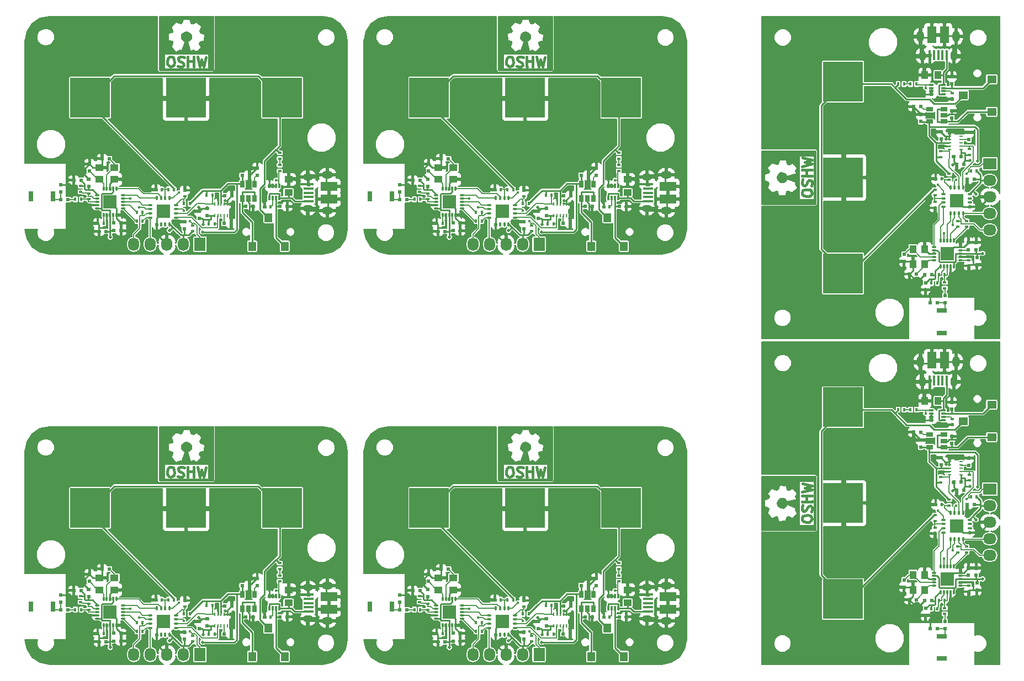
<source format=gtl>
G04 #@! TF.FileFunction,Copper,L1,Top,Signal*
%FSLAX45Y45*%
G04 Gerber Fmt 4.5, Leading zero omitted, Abs format (unit mm)*
G04 Created by KiCad (PCBNEW 4.0.2+e4-6225~38~ubuntu14.04.1-stable) date Sat 30 Jul 2016 12:01:36 AM CDT*
%MOMM*%
G01*
G04 APERTURE LIST*
%ADD10C,0.100000*%
%ADD11C,0.381000*%
%ADD12R,0.400000X0.600000*%
%ADD13R,0.600000X0.400000*%
%ADD14R,6.096000X6.096000*%
%ADD15R,1.050000X1.300000*%
%ADD16O,0.350000X0.800000*%
%ADD17O,0.800000X0.350000*%
%ADD18R,2.000000X2.000000*%
%ADD19O,0.300000X0.800000*%
%ADD20O,0.800000X0.300000*%
%ADD21R,1.400000X1.200000*%
%ADD22R,0.750000X0.300000*%
%ADD23R,1.600000X0.800000*%
%ADD24R,0.600000X0.225000*%
%ADD25R,1.060000X0.650000*%
%ADD26R,2.032000X1.727200*%
%ADD27O,2.032000X1.727200*%
%ADD28R,0.400000X1.650000*%
%ADD29O,1.100000X1.500000*%
%ADD30O,1.200000X1.700000*%
%ADD31R,1.425000X2.500000*%
%ADD32R,0.600000X0.500000*%
%ADD33R,0.500000X0.600000*%
%ADD34R,1.000000X1.250000*%
%ADD35R,1.300000X1.050000*%
%ADD36R,1.200000X1.400000*%
%ADD37R,0.300000X0.750000*%
%ADD38R,0.800000X1.600000*%
%ADD39R,0.225000X0.600000*%
%ADD40R,0.650000X1.060000*%
%ADD41R,1.727200X2.032000*%
%ADD42O,1.727200X2.032000*%
%ADD43R,1.650000X0.400000*%
%ADD44O,1.500000X1.100000*%
%ADD45O,1.700000X1.200000*%
%ADD46R,2.500000X1.425000*%
%ADD47R,1.250000X1.000000*%
%ADD48C,0.500000*%
%ADD49C,0.400000*%
%ADD50C,0.250000*%
%ADD51C,0.160000*%
G04 APERTURE END LIST*
D10*
D11*
X16764944Y-10230000D02*
X16924964Y-10289944D01*
X16775104Y-10220094D02*
X16924964Y-10179962D01*
X16734972Y-10269878D02*
X16734972Y-10190122D01*
X16705000Y-10170056D02*
X16705000Y-10269878D01*
X16675028Y-10269878D02*
X16675028Y-10190122D01*
X16924964Y-10630050D02*
X16924964Y-10429898D01*
X16894992Y-10460124D02*
X16894992Y-10619890D01*
X16865020Y-10630050D02*
X16865020Y-10479936D01*
X16835048Y-10470030D02*
X16835048Y-10630050D01*
X16805076Y-10619890D02*
X16805076Y-10479936D01*
X16775104Y-10509908D02*
X16775104Y-10619890D01*
X16744878Y-10630050D02*
X16744878Y-10529974D01*
X16714906Y-10529974D02*
X16714906Y-10630050D01*
X16684934Y-10619890D02*
X16684934Y-10529974D01*
X16654962Y-10520068D02*
X16654962Y-10619890D01*
X16624990Y-10630050D02*
X16624990Y-10479936D01*
X16595018Y-10470030D02*
X16595018Y-10619890D01*
X16585112Y-10630050D02*
X16585112Y-10490096D01*
X16554886Y-10479936D02*
X16554886Y-10619890D01*
X16524914Y-10619890D02*
X16524914Y-10479936D01*
X16494942Y-10429898D02*
X16494942Y-10609984D01*
X16464970Y-10619890D02*
X16464970Y-10319916D01*
X16434998Y-10300104D02*
X16434998Y-10619890D01*
X16434998Y-10149990D02*
X16434998Y-9840110D01*
X16455064Y-9829950D02*
X16455064Y-10140084D01*
X16485036Y-10030102D02*
X16485036Y-9840110D01*
X16505102Y-9829950D02*
X16505102Y-9999876D01*
X16535074Y-9980064D02*
X16535074Y-9840110D01*
X16565046Y-9840110D02*
X16565046Y-9969904D01*
X16595018Y-9999876D02*
X16595018Y-9829950D01*
X16624990Y-9829950D02*
X16624990Y-9989970D01*
X16654962Y-9939932D02*
X16654962Y-9829950D01*
X16684934Y-9829950D02*
X16684934Y-9930026D01*
X16714906Y-9939932D02*
X16714906Y-9829950D01*
X16744878Y-9829950D02*
X16744878Y-9939932D01*
X16775104Y-9950092D02*
X16775104Y-9840110D01*
X16805076Y-9829950D02*
X16805076Y-9999876D01*
X16835048Y-9989970D02*
X16835048Y-9840110D01*
X16865020Y-9989970D02*
X16865020Y-9850016D01*
X16894992Y-9840110D02*
X16894992Y-9989970D01*
X16924964Y-10019942D02*
X16924964Y-9850016D01*
X16865020Y-10230000D02*
X16935124Y-10209934D01*
X16855114Y-10230000D02*
X16935124Y-10250066D01*
X16954936Y-9859922D02*
X17185060Y-9850016D01*
X16954936Y-10609984D02*
X17185060Y-10609984D01*
X16954936Y-10580012D02*
X17205126Y-10580012D01*
X16954936Y-9879988D02*
X17205126Y-9879988D01*
X16954936Y-10630050D02*
X16954936Y-9829950D01*
X16773072Y-10227968D02*
X16802028Y-10231016D01*
X16802028Y-10231016D02*
X16938934Y-10174120D01*
X16938934Y-10174120D02*
X16923948Y-10129924D01*
X16923948Y-10129924D02*
X16919122Y-10126114D01*
X16919122Y-10126114D02*
X16946046Y-10086998D01*
X16941982Y-10088014D02*
X16938934Y-10067948D01*
X16942998Y-10066932D02*
X16878990Y-9999114D01*
X16878990Y-9999114D02*
X16855876Y-9989970D01*
X16855876Y-9989970D02*
X16808124Y-10016894D01*
X16808124Y-10016894D02*
X16792884Y-10014100D01*
X16792884Y-10014100D02*
X16774088Y-9946028D01*
X16774088Y-9946028D02*
X16655978Y-9939932D01*
X16655978Y-9939932D02*
X16631086Y-10006988D01*
X16631086Y-10006988D02*
X16611020Y-10014100D01*
X16611020Y-10014100D02*
X16557934Y-9986922D01*
X16557934Y-9986922D02*
X16526946Y-9999114D01*
X16526946Y-9999114D02*
X16465986Y-10063122D01*
X16465986Y-10063122D02*
X16464970Y-10083950D01*
X16464970Y-10083950D02*
X16490878Y-10126114D01*
X16490878Y-10126114D02*
X16483004Y-10143894D01*
X16483004Y-10143894D02*
X16427124Y-10165992D01*
X16427124Y-10165992D02*
X16420012Y-10168024D01*
X16420012Y-10168024D02*
X16417980Y-10285118D01*
X16413916Y-10284102D02*
X16480972Y-10308994D01*
X16480972Y-10308994D02*
X16488084Y-10320932D01*
X16488084Y-10320932D02*
X16458112Y-10391036D01*
X16458112Y-10391036D02*
X16548028Y-10476126D01*
X16548028Y-10476126D02*
X16611020Y-10448948D01*
X16611020Y-10448948D02*
X16623974Y-10453012D01*
X16623974Y-10453012D02*
X16632102Y-10505082D01*
X16632102Y-10505082D02*
X16637944Y-10520068D01*
X16637944Y-10520068D02*
X16763928Y-10517020D01*
X16763928Y-10517020D02*
X16787042Y-10453012D01*
X16787042Y-10453012D02*
X16796948Y-10449964D01*
X16796948Y-10449964D02*
X16857908Y-10479936D01*
X16857908Y-10479936D02*
X16941982Y-10397894D01*
X16941982Y-10397894D02*
X16951126Y-10386972D01*
X16951126Y-10386972D02*
X16921916Y-10328044D01*
X16921916Y-10328044D02*
X16935886Y-10301882D01*
X16935886Y-10301882D02*
X16935886Y-10279022D01*
X16935886Y-10279022D02*
X16785010Y-10224920D01*
X16785010Y-10224920D02*
X16754022Y-10249050D01*
X16754022Y-10249050D02*
X16755038Y-10256924D01*
X16755038Y-10256924D02*
X16741068Y-10278006D01*
X16741068Y-10278006D02*
X16721002Y-10291976D01*
X16721002Y-10291976D02*
X16677060Y-10287912D01*
X16677060Y-10287912D02*
X16648104Y-10259972D01*
X16648104Y-10259972D02*
X16640992Y-10223904D01*
X16640992Y-10223904D02*
X16652930Y-10190122D01*
X16652930Y-10190122D02*
X16682902Y-10167008D01*
X16682902Y-10167008D02*
X16723034Y-10168024D01*
X16723034Y-10168024D02*
X16742084Y-10178946D01*
X16742084Y-10178946D02*
X16773072Y-10230000D01*
X16405026Y-10630050D02*
X16405026Y-9829950D01*
X16405026Y-9829950D02*
X17205126Y-9829950D01*
X17205126Y-9829950D02*
X17205126Y-10630050D01*
X17205126Y-10630050D02*
X16405026Y-10630050D01*
X17013102Y-10058296D02*
X17160168Y-10022228D01*
X17160168Y-10022228D02*
X17053996Y-9994288D01*
X17053996Y-9994288D02*
X17161184Y-9963300D01*
X17161184Y-9963300D02*
X17016150Y-9929264D01*
X17082190Y-10200282D02*
X17081174Y-10121288D01*
X17081174Y-10121288D02*
X17082190Y-10120272D01*
X17082190Y-10120272D02*
X17081174Y-10120272D01*
X17010054Y-10116208D02*
X17164232Y-10116208D01*
X17009038Y-10205108D02*
X17166010Y-10205108D01*
X17166010Y-10205108D02*
X17164994Y-10204092D01*
X17019198Y-10260226D02*
X17011070Y-10295278D01*
X17011070Y-10295278D02*
X17010054Y-10327282D01*
X17010054Y-10327282D02*
X17030120Y-10351158D01*
X17030120Y-10351158D02*
X17057044Y-10354206D01*
X17057044Y-10354206D02*
X17081174Y-10330076D01*
X17081174Y-10330076D02*
X17094128Y-10291214D01*
X17094128Y-10291214D02*
X17110130Y-10273180D01*
X17110130Y-10273180D02*
X17140102Y-10269116D01*
X17140102Y-10269116D02*
X17162200Y-10292230D01*
X17162200Y-10292230D02*
X17164994Y-10324234D01*
X17164994Y-10324234D02*
X17154072Y-10359286D01*
X17009038Y-10463172D02*
X17011070Y-10488064D01*
X17011070Y-10488064D02*
X17035200Y-10512194D01*
X17035200Y-10512194D02*
X17084222Y-10521084D01*
X17084222Y-10521084D02*
X17119020Y-10518290D01*
X17119020Y-10518290D02*
X17151024Y-10498224D01*
X17151024Y-10498224D02*
X17163216Y-10473078D01*
X17163216Y-10473078D02*
X17156104Y-10442090D01*
X17156104Y-10442090D02*
X17138070Y-10420246D01*
X17138070Y-10420246D02*
X17092096Y-10413134D01*
X17092096Y-10413134D02*
X17051202Y-10418214D01*
X17051202Y-10418214D02*
X17023008Y-10429136D01*
X17023008Y-10429136D02*
X17010054Y-10465204D01*
X16764944Y-5230000D02*
X16924964Y-5289944D01*
X16775104Y-5220094D02*
X16924964Y-5179962D01*
X16734972Y-5269878D02*
X16734972Y-5190122D01*
X16705000Y-5170056D02*
X16705000Y-5269878D01*
X16675028Y-5269878D02*
X16675028Y-5190122D01*
X16924964Y-5630050D02*
X16924964Y-5429898D01*
X16894992Y-5460124D02*
X16894992Y-5619890D01*
X16865020Y-5630050D02*
X16865020Y-5479936D01*
X16835048Y-5470030D02*
X16835048Y-5630050D01*
X16805076Y-5619890D02*
X16805076Y-5479936D01*
X16775104Y-5509908D02*
X16775104Y-5619890D01*
X16744878Y-5630050D02*
X16744878Y-5529974D01*
X16714906Y-5529974D02*
X16714906Y-5630050D01*
X16684934Y-5619890D02*
X16684934Y-5529974D01*
X16654962Y-5520068D02*
X16654962Y-5619890D01*
X16624990Y-5630050D02*
X16624990Y-5479936D01*
X16595018Y-5470030D02*
X16595018Y-5619890D01*
X16585112Y-5630050D02*
X16585112Y-5490096D01*
X16554886Y-5479936D02*
X16554886Y-5619890D01*
X16524914Y-5619890D02*
X16524914Y-5479936D01*
X16494942Y-5429898D02*
X16494942Y-5609984D01*
X16464970Y-5619890D02*
X16464970Y-5319916D01*
X16434998Y-5300104D02*
X16434998Y-5619890D01*
X16434998Y-5149990D02*
X16434998Y-4840110D01*
X16455064Y-4829950D02*
X16455064Y-5140084D01*
X16485036Y-5030102D02*
X16485036Y-4840110D01*
X16505102Y-4829950D02*
X16505102Y-4999876D01*
X16535074Y-4980064D02*
X16535074Y-4840110D01*
X16565046Y-4840110D02*
X16565046Y-4969904D01*
X16595018Y-4999876D02*
X16595018Y-4829950D01*
X16624990Y-4829950D02*
X16624990Y-4989970D01*
X16654962Y-4939932D02*
X16654962Y-4829950D01*
X16684934Y-4829950D02*
X16684934Y-4930026D01*
X16714906Y-4939932D02*
X16714906Y-4829950D01*
X16744878Y-4829950D02*
X16744878Y-4939932D01*
X16775104Y-4950092D02*
X16775104Y-4840110D01*
X16805076Y-4829950D02*
X16805076Y-4999876D01*
X16835048Y-4989970D02*
X16835048Y-4840110D01*
X16865020Y-4989970D02*
X16865020Y-4850016D01*
X16894992Y-4840110D02*
X16894992Y-4989970D01*
X16924964Y-5019942D02*
X16924964Y-4850016D01*
X16865020Y-5230000D02*
X16935124Y-5209934D01*
X16855114Y-5230000D02*
X16935124Y-5250066D01*
X16954936Y-4859922D02*
X17185060Y-4850016D01*
X16954936Y-5609984D02*
X17185060Y-5609984D01*
X16954936Y-5580012D02*
X17205126Y-5580012D01*
X16954936Y-4879988D02*
X17205126Y-4879988D01*
X16954936Y-5630050D02*
X16954936Y-4829950D01*
X16773072Y-5227968D02*
X16802028Y-5231016D01*
X16802028Y-5231016D02*
X16938934Y-5174120D01*
X16938934Y-5174120D02*
X16923948Y-5129924D01*
X16923948Y-5129924D02*
X16919122Y-5126114D01*
X16919122Y-5126114D02*
X16946046Y-5086998D01*
X16941982Y-5088014D02*
X16938934Y-5067948D01*
X16942998Y-5066932D02*
X16878990Y-4999114D01*
X16878990Y-4999114D02*
X16855876Y-4989970D01*
X16855876Y-4989970D02*
X16808124Y-5016894D01*
X16808124Y-5016894D02*
X16792884Y-5014100D01*
X16792884Y-5014100D02*
X16774088Y-4946028D01*
X16774088Y-4946028D02*
X16655978Y-4939932D01*
X16655978Y-4939932D02*
X16631086Y-5006988D01*
X16631086Y-5006988D02*
X16611020Y-5014100D01*
X16611020Y-5014100D02*
X16557934Y-4986922D01*
X16557934Y-4986922D02*
X16526946Y-4999114D01*
X16526946Y-4999114D02*
X16465986Y-5063122D01*
X16465986Y-5063122D02*
X16464970Y-5083950D01*
X16464970Y-5083950D02*
X16490878Y-5126114D01*
X16490878Y-5126114D02*
X16483004Y-5143894D01*
X16483004Y-5143894D02*
X16427124Y-5165992D01*
X16427124Y-5165992D02*
X16420012Y-5168024D01*
X16420012Y-5168024D02*
X16417980Y-5285118D01*
X16413916Y-5284102D02*
X16480972Y-5308994D01*
X16480972Y-5308994D02*
X16488084Y-5320932D01*
X16488084Y-5320932D02*
X16458112Y-5391036D01*
X16458112Y-5391036D02*
X16548028Y-5476126D01*
X16548028Y-5476126D02*
X16611020Y-5448948D01*
X16611020Y-5448948D02*
X16623974Y-5453012D01*
X16623974Y-5453012D02*
X16632102Y-5505082D01*
X16632102Y-5505082D02*
X16637944Y-5520068D01*
X16637944Y-5520068D02*
X16763928Y-5517020D01*
X16763928Y-5517020D02*
X16787042Y-5453012D01*
X16787042Y-5453012D02*
X16796948Y-5449964D01*
X16796948Y-5449964D02*
X16857908Y-5479936D01*
X16857908Y-5479936D02*
X16941982Y-5397894D01*
X16941982Y-5397894D02*
X16951126Y-5386972D01*
X16951126Y-5386972D02*
X16921916Y-5328044D01*
X16921916Y-5328044D02*
X16935886Y-5301882D01*
X16935886Y-5301882D02*
X16935886Y-5279022D01*
X16935886Y-5279022D02*
X16785010Y-5224920D01*
X16785010Y-5224920D02*
X16754022Y-5249050D01*
X16754022Y-5249050D02*
X16755038Y-5256924D01*
X16755038Y-5256924D02*
X16741068Y-5278006D01*
X16741068Y-5278006D02*
X16721002Y-5291976D01*
X16721002Y-5291976D02*
X16677060Y-5287912D01*
X16677060Y-5287912D02*
X16648104Y-5259972D01*
X16648104Y-5259972D02*
X16640992Y-5223904D01*
X16640992Y-5223904D02*
X16652930Y-5190122D01*
X16652930Y-5190122D02*
X16682902Y-5167008D01*
X16682902Y-5167008D02*
X16723034Y-5168024D01*
X16723034Y-5168024D02*
X16742084Y-5178946D01*
X16742084Y-5178946D02*
X16773072Y-5230000D01*
X16405026Y-5630050D02*
X16405026Y-4829950D01*
X16405026Y-4829950D02*
X17205126Y-4829950D01*
X17205126Y-4829950D02*
X17205126Y-5630050D01*
X17205126Y-5630050D02*
X16405026Y-5630050D01*
X17013102Y-5058296D02*
X17160168Y-5022228D01*
X17160168Y-5022228D02*
X17053996Y-4994288D01*
X17053996Y-4994288D02*
X17161184Y-4963300D01*
X17161184Y-4963300D02*
X17016150Y-4929264D01*
X17082190Y-5200282D02*
X17081174Y-5121288D01*
X17081174Y-5121288D02*
X17082190Y-5120272D01*
X17082190Y-5120272D02*
X17081174Y-5120272D01*
X17010054Y-5116208D02*
X17164232Y-5116208D01*
X17009038Y-5205108D02*
X17166010Y-5205108D01*
X17166010Y-5205108D02*
X17164994Y-5204092D01*
X17019198Y-5260226D02*
X17011070Y-5295278D01*
X17011070Y-5295278D02*
X17010054Y-5327282D01*
X17010054Y-5327282D02*
X17030120Y-5351158D01*
X17030120Y-5351158D02*
X17057044Y-5354206D01*
X17057044Y-5354206D02*
X17081174Y-5330076D01*
X17081174Y-5330076D02*
X17094128Y-5291214D01*
X17094128Y-5291214D02*
X17110130Y-5273180D01*
X17110130Y-5273180D02*
X17140102Y-5269116D01*
X17140102Y-5269116D02*
X17162200Y-5292230D01*
X17162200Y-5292230D02*
X17164994Y-5324234D01*
X17164994Y-5324234D02*
X17154072Y-5359286D01*
X17009038Y-5463172D02*
X17011070Y-5488064D01*
X17011070Y-5488064D02*
X17035200Y-5512194D01*
X17035200Y-5512194D02*
X17084222Y-5521084D01*
X17084222Y-5521084D02*
X17119020Y-5518290D01*
X17119020Y-5518290D02*
X17151024Y-5498224D01*
X17151024Y-5498224D02*
X17163216Y-5473078D01*
X17163216Y-5473078D02*
X17156104Y-5442090D01*
X17156104Y-5442090D02*
X17138070Y-5420246D01*
X17138070Y-5420246D02*
X17092096Y-5413134D01*
X17092096Y-5413134D02*
X17051202Y-5418214D01*
X17051202Y-5418214D02*
X17023008Y-5429136D01*
X17023008Y-5429136D02*
X17010054Y-5465204D01*
X12765000Y-9429944D02*
X12705056Y-9589964D01*
X12774906Y-9440104D02*
X12815038Y-9589964D01*
X12725122Y-9399972D02*
X12804878Y-9399972D01*
X12824944Y-9370000D02*
X12725122Y-9370000D01*
X12725122Y-9340028D02*
X12804878Y-9340028D01*
X12364950Y-9589964D02*
X12565102Y-9589964D01*
X12534876Y-9559992D02*
X12375110Y-9559992D01*
X12364950Y-9530020D02*
X12515064Y-9530020D01*
X12524970Y-9500048D02*
X12364950Y-9500048D01*
X12375110Y-9470076D02*
X12515064Y-9470076D01*
X12485092Y-9440104D02*
X12375110Y-9440104D01*
X12364950Y-9409878D02*
X12465026Y-9409878D01*
X12465026Y-9379906D02*
X12364950Y-9379906D01*
X12375110Y-9349934D02*
X12465026Y-9349934D01*
X12474932Y-9319962D02*
X12375110Y-9319962D01*
X12364950Y-9289990D02*
X12515064Y-9289990D01*
X12524970Y-9260018D02*
X12375110Y-9260018D01*
X12364950Y-9250112D02*
X12504904Y-9250112D01*
X12515064Y-9219886D02*
X12375110Y-9219886D01*
X12375110Y-9189914D02*
X12515064Y-9189914D01*
X12565102Y-9159942D02*
X12385016Y-9159942D01*
X12375110Y-9129970D02*
X12675084Y-9129970D01*
X12694896Y-9099998D02*
X12375110Y-9099998D01*
X12845010Y-9099998D02*
X13154890Y-9099998D01*
X13165050Y-9120064D02*
X12854916Y-9120064D01*
X12964898Y-9150036D02*
X13154890Y-9150036D01*
X13165050Y-9170102D02*
X12995124Y-9170102D01*
X13014936Y-9200074D02*
X13154890Y-9200074D01*
X13154890Y-9230046D02*
X13025096Y-9230046D01*
X12995124Y-9260018D02*
X13165050Y-9260018D01*
X13165050Y-9289990D02*
X13005030Y-9289990D01*
X13055068Y-9319962D02*
X13165050Y-9319962D01*
X13165050Y-9349934D02*
X13064974Y-9349934D01*
X13055068Y-9379906D02*
X13165050Y-9379906D01*
X13165050Y-9409878D02*
X13055068Y-9409878D01*
X13044908Y-9440104D02*
X13154890Y-9440104D01*
X13165050Y-9470076D02*
X12995124Y-9470076D01*
X13005030Y-9500048D02*
X13154890Y-9500048D01*
X13005030Y-9530020D02*
X13144984Y-9530020D01*
X13154890Y-9559992D02*
X13005030Y-9559992D01*
X12975058Y-9589964D02*
X13144984Y-9589964D01*
X12765000Y-9530020D02*
X12785066Y-9600124D01*
X12765000Y-9520114D02*
X12744934Y-9600124D01*
X13135078Y-9619936D02*
X13144984Y-9850060D01*
X12385016Y-9619936D02*
X12385016Y-9850060D01*
X12414988Y-9619936D02*
X12414988Y-9870126D01*
X13115012Y-9619936D02*
X13115012Y-9870126D01*
X12364950Y-9619936D02*
X13165050Y-9619936D01*
X12767032Y-9438072D02*
X12763984Y-9467028D01*
X12763984Y-9467028D02*
X12820880Y-9603934D01*
X12820880Y-9603934D02*
X12865076Y-9588948D01*
X12865076Y-9588948D02*
X12868886Y-9584122D01*
X12868886Y-9584122D02*
X12908002Y-9611046D01*
X12906986Y-9606982D02*
X12927052Y-9603934D01*
X12928068Y-9607998D02*
X12995886Y-9543990D01*
X12995886Y-9543990D02*
X13005030Y-9520876D01*
X13005030Y-9520876D02*
X12978106Y-9473124D01*
X12978106Y-9473124D02*
X12980900Y-9457884D01*
X12980900Y-9457884D02*
X13048972Y-9439088D01*
X13048972Y-9439088D02*
X13055068Y-9320978D01*
X13055068Y-9320978D02*
X12988012Y-9296086D01*
X12988012Y-9296086D02*
X12980900Y-9276020D01*
X12980900Y-9276020D02*
X13008078Y-9222934D01*
X13008078Y-9222934D02*
X12995886Y-9191946D01*
X12995886Y-9191946D02*
X12931878Y-9130986D01*
X12931878Y-9130986D02*
X12911050Y-9129970D01*
X12911050Y-9129970D02*
X12868886Y-9155878D01*
X12868886Y-9155878D02*
X12851106Y-9148004D01*
X12851106Y-9148004D02*
X12829008Y-9092124D01*
X12829008Y-9092124D02*
X12826976Y-9085012D01*
X12826976Y-9085012D02*
X12709882Y-9082980D01*
X12710898Y-9078916D02*
X12686006Y-9145972D01*
X12686006Y-9145972D02*
X12674068Y-9153084D01*
X12674068Y-9153084D02*
X12603964Y-9123112D01*
X12603964Y-9123112D02*
X12518874Y-9213028D01*
X12518874Y-9213028D02*
X12546052Y-9276020D01*
X12546052Y-9276020D02*
X12541988Y-9288974D01*
X12541988Y-9288974D02*
X12489918Y-9297102D01*
X12489918Y-9297102D02*
X12474932Y-9302944D01*
X12474932Y-9302944D02*
X12477980Y-9428928D01*
X12477980Y-9428928D02*
X12541988Y-9452042D01*
X12541988Y-9452042D02*
X12545036Y-9461948D01*
X12545036Y-9461948D02*
X12515064Y-9522908D01*
X12515064Y-9522908D02*
X12597106Y-9606982D01*
X12597106Y-9606982D02*
X12608028Y-9616126D01*
X12608028Y-9616126D02*
X12666956Y-9586916D01*
X12666956Y-9586916D02*
X12693118Y-9600886D01*
X12693118Y-9600886D02*
X12715978Y-9600886D01*
X12715978Y-9600886D02*
X12770080Y-9450010D01*
X12770080Y-9450010D02*
X12745950Y-9419022D01*
X12745950Y-9419022D02*
X12738076Y-9420038D01*
X12738076Y-9420038D02*
X12716994Y-9406068D01*
X12716994Y-9406068D02*
X12703024Y-9386002D01*
X12703024Y-9386002D02*
X12707088Y-9342060D01*
X12707088Y-9342060D02*
X12735028Y-9313104D01*
X12735028Y-9313104D02*
X12771096Y-9305992D01*
X12771096Y-9305992D02*
X12804878Y-9317930D01*
X12804878Y-9317930D02*
X12827992Y-9347902D01*
X12827992Y-9347902D02*
X12826976Y-9388034D01*
X12826976Y-9388034D02*
X12816054Y-9407084D01*
X12816054Y-9407084D02*
X12765000Y-9438072D01*
X12364950Y-9070026D02*
X13165050Y-9070026D01*
X13165050Y-9070026D02*
X13165050Y-9870126D01*
X13165050Y-9870126D02*
X12364950Y-9870126D01*
X12364950Y-9870126D02*
X12364950Y-9070026D01*
X12936704Y-9678102D02*
X12972772Y-9825168D01*
X12972772Y-9825168D02*
X13000712Y-9718996D01*
X13000712Y-9718996D02*
X13031700Y-9826184D01*
X13031700Y-9826184D02*
X13065736Y-9681150D01*
X12794718Y-9747190D02*
X12873712Y-9746174D01*
X12873712Y-9746174D02*
X12874728Y-9747190D01*
X12874728Y-9747190D02*
X12874728Y-9746174D01*
X12878792Y-9675054D02*
X12878792Y-9829232D01*
X12789892Y-9674038D02*
X12789892Y-9831010D01*
X12789892Y-9831010D02*
X12790908Y-9829994D01*
X12734774Y-9684198D02*
X12699722Y-9676070D01*
X12699722Y-9676070D02*
X12667718Y-9675054D01*
X12667718Y-9675054D02*
X12643842Y-9695120D01*
X12643842Y-9695120D02*
X12640794Y-9722044D01*
X12640794Y-9722044D02*
X12664924Y-9746174D01*
X12664924Y-9746174D02*
X12703786Y-9759128D01*
X12703786Y-9759128D02*
X12721820Y-9775130D01*
X12721820Y-9775130D02*
X12725884Y-9805102D01*
X12725884Y-9805102D02*
X12702770Y-9827200D01*
X12702770Y-9827200D02*
X12670766Y-9829994D01*
X12670766Y-9829994D02*
X12635714Y-9819072D01*
X12531828Y-9674038D02*
X12506936Y-9676070D01*
X12506936Y-9676070D02*
X12482806Y-9700200D01*
X12482806Y-9700200D02*
X12473916Y-9749222D01*
X12473916Y-9749222D02*
X12476710Y-9784020D01*
X12476710Y-9784020D02*
X12496776Y-9816024D01*
X12496776Y-9816024D02*
X12521922Y-9828216D01*
X12521922Y-9828216D02*
X12552910Y-9821104D01*
X12552910Y-9821104D02*
X12574754Y-9803070D01*
X12574754Y-9803070D02*
X12581866Y-9757096D01*
X12581866Y-9757096D02*
X12576786Y-9716202D01*
X12576786Y-9716202D02*
X12565864Y-9688008D01*
X12565864Y-9688008D02*
X12529796Y-9675054D01*
X7565000Y-9429944D02*
X7505056Y-9589964D01*
X7574906Y-9440104D02*
X7615038Y-9589964D01*
X7525122Y-9399972D02*
X7604878Y-9399972D01*
X7624944Y-9370000D02*
X7525122Y-9370000D01*
X7525122Y-9340028D02*
X7604878Y-9340028D01*
X7164950Y-9589964D02*
X7365102Y-9589964D01*
X7334876Y-9559992D02*
X7175110Y-9559992D01*
X7164950Y-9530020D02*
X7315064Y-9530020D01*
X7324970Y-9500048D02*
X7164950Y-9500048D01*
X7175110Y-9470076D02*
X7315064Y-9470076D01*
X7285092Y-9440104D02*
X7175110Y-9440104D01*
X7164950Y-9409878D02*
X7265026Y-9409878D01*
X7265026Y-9379906D02*
X7164950Y-9379906D01*
X7175110Y-9349934D02*
X7265026Y-9349934D01*
X7274932Y-9319962D02*
X7175110Y-9319962D01*
X7164950Y-9289990D02*
X7315064Y-9289990D01*
X7324970Y-9260018D02*
X7175110Y-9260018D01*
X7164950Y-9250112D02*
X7304904Y-9250112D01*
X7315064Y-9219886D02*
X7175110Y-9219886D01*
X7175110Y-9189914D02*
X7315064Y-9189914D01*
X7365102Y-9159942D02*
X7185016Y-9159942D01*
X7175110Y-9129970D02*
X7475084Y-9129970D01*
X7494896Y-9099998D02*
X7175110Y-9099998D01*
X7645010Y-9099998D02*
X7954890Y-9099998D01*
X7965050Y-9120064D02*
X7654916Y-9120064D01*
X7764898Y-9150036D02*
X7954890Y-9150036D01*
X7965050Y-9170102D02*
X7795124Y-9170102D01*
X7814936Y-9200074D02*
X7954890Y-9200074D01*
X7954890Y-9230046D02*
X7825096Y-9230046D01*
X7795124Y-9260018D02*
X7965050Y-9260018D01*
X7965050Y-9289990D02*
X7805030Y-9289990D01*
X7855068Y-9319962D02*
X7965050Y-9319962D01*
X7965050Y-9349934D02*
X7864974Y-9349934D01*
X7855068Y-9379906D02*
X7965050Y-9379906D01*
X7965050Y-9409878D02*
X7855068Y-9409878D01*
X7844908Y-9440104D02*
X7954890Y-9440104D01*
X7965050Y-9470076D02*
X7795124Y-9470076D01*
X7805030Y-9500048D02*
X7954890Y-9500048D01*
X7805030Y-9530020D02*
X7944984Y-9530020D01*
X7954890Y-9559992D02*
X7805030Y-9559992D01*
X7775058Y-9589964D02*
X7944984Y-9589964D01*
X7565000Y-9530020D02*
X7585066Y-9600124D01*
X7565000Y-9520114D02*
X7544934Y-9600124D01*
X7935078Y-9619936D02*
X7944984Y-9850060D01*
X7185016Y-9619936D02*
X7185016Y-9850060D01*
X7214988Y-9619936D02*
X7214988Y-9870126D01*
X7915012Y-9619936D02*
X7915012Y-9870126D01*
X7164950Y-9619936D02*
X7965050Y-9619936D01*
X7567032Y-9438072D02*
X7563984Y-9467028D01*
X7563984Y-9467028D02*
X7620880Y-9603934D01*
X7620880Y-9603934D02*
X7665076Y-9588948D01*
X7665076Y-9588948D02*
X7668886Y-9584122D01*
X7668886Y-9584122D02*
X7708002Y-9611046D01*
X7706986Y-9606982D02*
X7727052Y-9603934D01*
X7728068Y-9607998D02*
X7795886Y-9543990D01*
X7795886Y-9543990D02*
X7805030Y-9520876D01*
X7805030Y-9520876D02*
X7778106Y-9473124D01*
X7778106Y-9473124D02*
X7780900Y-9457884D01*
X7780900Y-9457884D02*
X7848972Y-9439088D01*
X7848972Y-9439088D02*
X7855068Y-9320978D01*
X7855068Y-9320978D02*
X7788012Y-9296086D01*
X7788012Y-9296086D02*
X7780900Y-9276020D01*
X7780900Y-9276020D02*
X7808078Y-9222934D01*
X7808078Y-9222934D02*
X7795886Y-9191946D01*
X7795886Y-9191946D02*
X7731878Y-9130986D01*
X7731878Y-9130986D02*
X7711050Y-9129970D01*
X7711050Y-9129970D02*
X7668886Y-9155878D01*
X7668886Y-9155878D02*
X7651106Y-9148004D01*
X7651106Y-9148004D02*
X7629008Y-9092124D01*
X7629008Y-9092124D02*
X7626976Y-9085012D01*
X7626976Y-9085012D02*
X7509882Y-9082980D01*
X7510898Y-9078916D02*
X7486006Y-9145972D01*
X7486006Y-9145972D02*
X7474068Y-9153084D01*
X7474068Y-9153084D02*
X7403964Y-9123112D01*
X7403964Y-9123112D02*
X7318874Y-9213028D01*
X7318874Y-9213028D02*
X7346052Y-9276020D01*
X7346052Y-9276020D02*
X7341988Y-9288974D01*
X7341988Y-9288974D02*
X7289918Y-9297102D01*
X7289918Y-9297102D02*
X7274932Y-9302944D01*
X7274932Y-9302944D02*
X7277980Y-9428928D01*
X7277980Y-9428928D02*
X7341988Y-9452042D01*
X7341988Y-9452042D02*
X7345036Y-9461948D01*
X7345036Y-9461948D02*
X7315064Y-9522908D01*
X7315064Y-9522908D02*
X7397106Y-9606982D01*
X7397106Y-9606982D02*
X7408028Y-9616126D01*
X7408028Y-9616126D02*
X7466956Y-9586916D01*
X7466956Y-9586916D02*
X7493118Y-9600886D01*
X7493118Y-9600886D02*
X7515978Y-9600886D01*
X7515978Y-9600886D02*
X7570080Y-9450010D01*
X7570080Y-9450010D02*
X7545950Y-9419022D01*
X7545950Y-9419022D02*
X7538076Y-9420038D01*
X7538076Y-9420038D02*
X7516994Y-9406068D01*
X7516994Y-9406068D02*
X7503024Y-9386002D01*
X7503024Y-9386002D02*
X7507088Y-9342060D01*
X7507088Y-9342060D02*
X7535028Y-9313104D01*
X7535028Y-9313104D02*
X7571096Y-9305992D01*
X7571096Y-9305992D02*
X7604878Y-9317930D01*
X7604878Y-9317930D02*
X7627992Y-9347902D01*
X7627992Y-9347902D02*
X7626976Y-9388034D01*
X7626976Y-9388034D02*
X7616054Y-9407084D01*
X7616054Y-9407084D02*
X7565000Y-9438072D01*
X7164950Y-9070026D02*
X7965050Y-9070026D01*
X7965050Y-9070026D02*
X7965050Y-9870126D01*
X7965050Y-9870126D02*
X7164950Y-9870126D01*
X7164950Y-9870126D02*
X7164950Y-9070026D01*
X7736704Y-9678102D02*
X7772772Y-9825168D01*
X7772772Y-9825168D02*
X7800712Y-9718996D01*
X7800712Y-9718996D02*
X7831700Y-9826184D01*
X7831700Y-9826184D02*
X7865736Y-9681150D01*
X7594718Y-9747190D02*
X7673712Y-9746174D01*
X7673712Y-9746174D02*
X7674728Y-9747190D01*
X7674728Y-9747190D02*
X7674728Y-9746174D01*
X7678792Y-9675054D02*
X7678792Y-9829232D01*
X7589892Y-9674038D02*
X7589892Y-9831010D01*
X7589892Y-9831010D02*
X7590908Y-9829994D01*
X7534774Y-9684198D02*
X7499722Y-9676070D01*
X7499722Y-9676070D02*
X7467718Y-9675054D01*
X7467718Y-9675054D02*
X7443842Y-9695120D01*
X7443842Y-9695120D02*
X7440794Y-9722044D01*
X7440794Y-9722044D02*
X7464924Y-9746174D01*
X7464924Y-9746174D02*
X7503786Y-9759128D01*
X7503786Y-9759128D02*
X7521820Y-9775130D01*
X7521820Y-9775130D02*
X7525884Y-9805102D01*
X7525884Y-9805102D02*
X7502770Y-9827200D01*
X7502770Y-9827200D02*
X7470766Y-9829994D01*
X7470766Y-9829994D02*
X7435714Y-9819072D01*
X7331828Y-9674038D02*
X7306936Y-9676070D01*
X7306936Y-9676070D02*
X7282806Y-9700200D01*
X7282806Y-9700200D02*
X7273916Y-9749222D01*
X7273916Y-9749222D02*
X7276710Y-9784020D01*
X7276710Y-9784020D02*
X7296776Y-9816024D01*
X7296776Y-9816024D02*
X7321922Y-9828216D01*
X7321922Y-9828216D02*
X7352910Y-9821104D01*
X7352910Y-9821104D02*
X7374754Y-9803070D01*
X7374754Y-9803070D02*
X7381866Y-9757096D01*
X7381866Y-9757096D02*
X7376786Y-9716202D01*
X7376786Y-9716202D02*
X7365864Y-9688008D01*
X7365864Y-9688008D02*
X7329796Y-9675054D01*
X12765000Y-3129944D02*
X12705056Y-3289964D01*
X12774906Y-3140104D02*
X12815038Y-3289964D01*
X12725122Y-3099972D02*
X12804878Y-3099972D01*
X12824944Y-3070000D02*
X12725122Y-3070000D01*
X12725122Y-3040028D02*
X12804878Y-3040028D01*
X12364950Y-3289964D02*
X12565102Y-3289964D01*
X12534876Y-3259992D02*
X12375110Y-3259992D01*
X12364950Y-3230020D02*
X12515064Y-3230020D01*
X12524970Y-3200048D02*
X12364950Y-3200048D01*
X12375110Y-3170076D02*
X12515064Y-3170076D01*
X12485092Y-3140104D02*
X12375110Y-3140104D01*
X12364950Y-3109878D02*
X12465026Y-3109878D01*
X12465026Y-3079906D02*
X12364950Y-3079906D01*
X12375110Y-3049934D02*
X12465026Y-3049934D01*
X12474932Y-3019962D02*
X12375110Y-3019962D01*
X12364950Y-2989990D02*
X12515064Y-2989990D01*
X12524970Y-2960018D02*
X12375110Y-2960018D01*
X12364950Y-2950112D02*
X12504904Y-2950112D01*
X12515064Y-2919886D02*
X12375110Y-2919886D01*
X12375110Y-2889914D02*
X12515064Y-2889914D01*
X12565102Y-2859942D02*
X12385016Y-2859942D01*
X12375110Y-2829970D02*
X12675084Y-2829970D01*
X12694896Y-2799998D02*
X12375110Y-2799998D01*
X12845010Y-2799998D02*
X13154890Y-2799998D01*
X13165050Y-2820064D02*
X12854916Y-2820064D01*
X12964898Y-2850036D02*
X13154890Y-2850036D01*
X13165050Y-2870102D02*
X12995124Y-2870102D01*
X13014936Y-2900074D02*
X13154890Y-2900074D01*
X13154890Y-2930046D02*
X13025096Y-2930046D01*
X12995124Y-2960018D02*
X13165050Y-2960018D01*
X13165050Y-2989990D02*
X13005030Y-2989990D01*
X13055068Y-3019962D02*
X13165050Y-3019962D01*
X13165050Y-3049934D02*
X13064974Y-3049934D01*
X13055068Y-3079906D02*
X13165050Y-3079906D01*
X13165050Y-3109878D02*
X13055068Y-3109878D01*
X13044908Y-3140104D02*
X13154890Y-3140104D01*
X13165050Y-3170076D02*
X12995124Y-3170076D01*
X13005030Y-3200048D02*
X13154890Y-3200048D01*
X13005030Y-3230020D02*
X13144984Y-3230020D01*
X13154890Y-3259992D02*
X13005030Y-3259992D01*
X12975058Y-3289964D02*
X13144984Y-3289964D01*
X12765000Y-3230020D02*
X12785066Y-3300124D01*
X12765000Y-3220114D02*
X12744934Y-3300124D01*
X13135078Y-3319936D02*
X13144984Y-3550060D01*
X12385016Y-3319936D02*
X12385016Y-3550060D01*
X12414988Y-3319936D02*
X12414988Y-3570126D01*
X13115012Y-3319936D02*
X13115012Y-3570126D01*
X12364950Y-3319936D02*
X13165050Y-3319936D01*
X12767032Y-3138072D02*
X12763984Y-3167028D01*
X12763984Y-3167028D02*
X12820880Y-3303934D01*
X12820880Y-3303934D02*
X12865076Y-3288948D01*
X12865076Y-3288948D02*
X12868886Y-3284122D01*
X12868886Y-3284122D02*
X12908002Y-3311046D01*
X12906986Y-3306982D02*
X12927052Y-3303934D01*
X12928068Y-3307998D02*
X12995886Y-3243990D01*
X12995886Y-3243990D02*
X13005030Y-3220876D01*
X13005030Y-3220876D02*
X12978106Y-3173124D01*
X12978106Y-3173124D02*
X12980900Y-3157884D01*
X12980900Y-3157884D02*
X13048972Y-3139088D01*
X13048972Y-3139088D02*
X13055068Y-3020978D01*
X13055068Y-3020978D02*
X12988012Y-2996086D01*
X12988012Y-2996086D02*
X12980900Y-2976020D01*
X12980900Y-2976020D02*
X13008078Y-2922934D01*
X13008078Y-2922934D02*
X12995886Y-2891946D01*
X12995886Y-2891946D02*
X12931878Y-2830986D01*
X12931878Y-2830986D02*
X12911050Y-2829970D01*
X12911050Y-2829970D02*
X12868886Y-2855878D01*
X12868886Y-2855878D02*
X12851106Y-2848004D01*
X12851106Y-2848004D02*
X12829008Y-2792124D01*
X12829008Y-2792124D02*
X12826976Y-2785012D01*
X12826976Y-2785012D02*
X12709882Y-2782980D01*
X12710898Y-2778916D02*
X12686006Y-2845972D01*
X12686006Y-2845972D02*
X12674068Y-2853084D01*
X12674068Y-2853084D02*
X12603964Y-2823112D01*
X12603964Y-2823112D02*
X12518874Y-2913028D01*
X12518874Y-2913028D02*
X12546052Y-2976020D01*
X12546052Y-2976020D02*
X12541988Y-2988974D01*
X12541988Y-2988974D02*
X12489918Y-2997102D01*
X12489918Y-2997102D02*
X12474932Y-3002944D01*
X12474932Y-3002944D02*
X12477980Y-3128928D01*
X12477980Y-3128928D02*
X12541988Y-3152042D01*
X12541988Y-3152042D02*
X12545036Y-3161948D01*
X12545036Y-3161948D02*
X12515064Y-3222908D01*
X12515064Y-3222908D02*
X12597106Y-3306982D01*
X12597106Y-3306982D02*
X12608028Y-3316126D01*
X12608028Y-3316126D02*
X12666956Y-3286916D01*
X12666956Y-3286916D02*
X12693118Y-3300886D01*
X12693118Y-3300886D02*
X12715978Y-3300886D01*
X12715978Y-3300886D02*
X12770080Y-3150010D01*
X12770080Y-3150010D02*
X12745950Y-3119022D01*
X12745950Y-3119022D02*
X12738076Y-3120038D01*
X12738076Y-3120038D02*
X12716994Y-3106068D01*
X12716994Y-3106068D02*
X12703024Y-3086002D01*
X12703024Y-3086002D02*
X12707088Y-3042060D01*
X12707088Y-3042060D02*
X12735028Y-3013104D01*
X12735028Y-3013104D02*
X12771096Y-3005992D01*
X12771096Y-3005992D02*
X12804878Y-3017930D01*
X12804878Y-3017930D02*
X12827992Y-3047902D01*
X12827992Y-3047902D02*
X12826976Y-3088034D01*
X12826976Y-3088034D02*
X12816054Y-3107084D01*
X12816054Y-3107084D02*
X12765000Y-3138072D01*
X12364950Y-2770026D02*
X13165050Y-2770026D01*
X13165050Y-2770026D02*
X13165050Y-3570126D01*
X13165050Y-3570126D02*
X12364950Y-3570126D01*
X12364950Y-3570126D02*
X12364950Y-2770026D01*
X12936704Y-3378102D02*
X12972772Y-3525168D01*
X12972772Y-3525168D02*
X13000712Y-3418996D01*
X13000712Y-3418996D02*
X13031700Y-3526184D01*
X13031700Y-3526184D02*
X13065736Y-3381150D01*
X12794718Y-3447190D02*
X12873712Y-3446174D01*
X12873712Y-3446174D02*
X12874728Y-3447190D01*
X12874728Y-3447190D02*
X12874728Y-3446174D01*
X12878792Y-3375054D02*
X12878792Y-3529232D01*
X12789892Y-3374038D02*
X12789892Y-3531010D01*
X12789892Y-3531010D02*
X12790908Y-3529994D01*
X12734774Y-3384198D02*
X12699722Y-3376070D01*
X12699722Y-3376070D02*
X12667718Y-3375054D01*
X12667718Y-3375054D02*
X12643842Y-3395120D01*
X12643842Y-3395120D02*
X12640794Y-3422044D01*
X12640794Y-3422044D02*
X12664924Y-3446174D01*
X12664924Y-3446174D02*
X12703786Y-3459128D01*
X12703786Y-3459128D02*
X12721820Y-3475130D01*
X12721820Y-3475130D02*
X12725884Y-3505102D01*
X12725884Y-3505102D02*
X12702770Y-3527200D01*
X12702770Y-3527200D02*
X12670766Y-3529994D01*
X12670766Y-3529994D02*
X12635714Y-3519072D01*
X12531828Y-3374038D02*
X12506936Y-3376070D01*
X12506936Y-3376070D02*
X12482806Y-3400200D01*
X12482806Y-3400200D02*
X12473916Y-3449222D01*
X12473916Y-3449222D02*
X12476710Y-3484020D01*
X12476710Y-3484020D02*
X12496776Y-3516024D01*
X12496776Y-3516024D02*
X12521922Y-3528216D01*
X12521922Y-3528216D02*
X12552910Y-3521104D01*
X12552910Y-3521104D02*
X12574754Y-3503070D01*
X12574754Y-3503070D02*
X12581866Y-3457096D01*
X12581866Y-3457096D02*
X12576786Y-3416202D01*
X12576786Y-3416202D02*
X12565864Y-3388008D01*
X12565864Y-3388008D02*
X12529796Y-3375054D01*
X7565000Y-3129944D02*
X7505056Y-3289964D01*
X7574906Y-3140104D02*
X7615038Y-3289964D01*
X7525122Y-3099972D02*
X7604878Y-3099972D01*
X7624944Y-3070000D02*
X7525122Y-3070000D01*
X7525122Y-3040028D02*
X7604878Y-3040028D01*
X7164950Y-3289964D02*
X7365102Y-3289964D01*
X7334876Y-3259992D02*
X7175110Y-3259992D01*
X7164950Y-3230020D02*
X7315064Y-3230020D01*
X7324970Y-3200048D02*
X7164950Y-3200048D01*
X7175110Y-3170076D02*
X7315064Y-3170076D01*
X7285092Y-3140104D02*
X7175110Y-3140104D01*
X7164950Y-3109878D02*
X7265026Y-3109878D01*
X7265026Y-3079906D02*
X7164950Y-3079906D01*
X7175110Y-3049934D02*
X7265026Y-3049934D01*
X7274932Y-3019962D02*
X7175110Y-3019962D01*
X7164950Y-2989990D02*
X7315064Y-2989990D01*
X7324970Y-2960018D02*
X7175110Y-2960018D01*
X7164950Y-2950112D02*
X7304904Y-2950112D01*
X7315064Y-2919886D02*
X7175110Y-2919886D01*
X7175110Y-2889914D02*
X7315064Y-2889914D01*
X7365102Y-2859942D02*
X7185016Y-2859942D01*
X7175110Y-2829970D02*
X7475084Y-2829970D01*
X7494896Y-2799998D02*
X7175110Y-2799998D01*
X7645010Y-2799998D02*
X7954890Y-2799998D01*
X7965050Y-2820064D02*
X7654916Y-2820064D01*
X7764898Y-2850036D02*
X7954890Y-2850036D01*
X7965050Y-2870102D02*
X7795124Y-2870102D01*
X7814936Y-2900074D02*
X7954890Y-2900074D01*
X7954890Y-2930046D02*
X7825096Y-2930046D01*
X7795124Y-2960018D02*
X7965050Y-2960018D01*
X7965050Y-2989990D02*
X7805030Y-2989990D01*
X7855068Y-3019962D02*
X7965050Y-3019962D01*
X7965050Y-3049934D02*
X7864974Y-3049934D01*
X7855068Y-3079906D02*
X7965050Y-3079906D01*
X7965050Y-3109878D02*
X7855068Y-3109878D01*
X7844908Y-3140104D02*
X7954890Y-3140104D01*
X7965050Y-3170076D02*
X7795124Y-3170076D01*
X7805030Y-3200048D02*
X7954890Y-3200048D01*
X7805030Y-3230020D02*
X7944984Y-3230020D01*
X7954890Y-3259992D02*
X7805030Y-3259992D01*
X7775058Y-3289964D02*
X7944984Y-3289964D01*
X7565000Y-3230020D02*
X7585066Y-3300124D01*
X7565000Y-3220114D02*
X7544934Y-3300124D01*
X7935078Y-3319936D02*
X7944984Y-3550060D01*
X7185016Y-3319936D02*
X7185016Y-3550060D01*
X7214988Y-3319936D02*
X7214988Y-3570126D01*
X7915012Y-3319936D02*
X7915012Y-3570126D01*
X7164950Y-3319936D02*
X7965050Y-3319936D01*
X7567032Y-3138072D02*
X7563984Y-3167028D01*
X7563984Y-3167028D02*
X7620880Y-3303934D01*
X7620880Y-3303934D02*
X7665076Y-3288948D01*
X7665076Y-3288948D02*
X7668886Y-3284122D01*
X7668886Y-3284122D02*
X7708002Y-3311046D01*
X7706986Y-3306982D02*
X7727052Y-3303934D01*
X7728068Y-3307998D02*
X7795886Y-3243990D01*
X7795886Y-3243990D02*
X7805030Y-3220876D01*
X7805030Y-3220876D02*
X7778106Y-3173124D01*
X7778106Y-3173124D02*
X7780900Y-3157884D01*
X7780900Y-3157884D02*
X7848972Y-3139088D01*
X7848972Y-3139088D02*
X7855068Y-3020978D01*
X7855068Y-3020978D02*
X7788012Y-2996086D01*
X7788012Y-2996086D02*
X7780900Y-2976020D01*
X7780900Y-2976020D02*
X7808078Y-2922934D01*
X7808078Y-2922934D02*
X7795886Y-2891946D01*
X7795886Y-2891946D02*
X7731878Y-2830986D01*
X7731878Y-2830986D02*
X7711050Y-2829970D01*
X7711050Y-2829970D02*
X7668886Y-2855878D01*
X7668886Y-2855878D02*
X7651106Y-2848004D01*
X7651106Y-2848004D02*
X7629008Y-2792124D01*
X7629008Y-2792124D02*
X7626976Y-2785012D01*
X7626976Y-2785012D02*
X7509882Y-2782980D01*
X7510898Y-2778916D02*
X7486006Y-2845972D01*
X7486006Y-2845972D02*
X7474068Y-2853084D01*
X7474068Y-2853084D02*
X7403964Y-2823112D01*
X7403964Y-2823112D02*
X7318874Y-2913028D01*
X7318874Y-2913028D02*
X7346052Y-2976020D01*
X7346052Y-2976020D02*
X7341988Y-2988974D01*
X7341988Y-2988974D02*
X7289918Y-2997102D01*
X7289918Y-2997102D02*
X7274932Y-3002944D01*
X7274932Y-3002944D02*
X7277980Y-3128928D01*
X7277980Y-3128928D02*
X7341988Y-3152042D01*
X7341988Y-3152042D02*
X7345036Y-3161948D01*
X7345036Y-3161948D02*
X7315064Y-3222908D01*
X7315064Y-3222908D02*
X7397106Y-3306982D01*
X7397106Y-3306982D02*
X7408028Y-3316126D01*
X7408028Y-3316126D02*
X7466956Y-3286916D01*
X7466956Y-3286916D02*
X7493118Y-3300886D01*
X7493118Y-3300886D02*
X7515978Y-3300886D01*
X7515978Y-3300886D02*
X7570080Y-3150010D01*
X7570080Y-3150010D02*
X7545950Y-3119022D01*
X7545950Y-3119022D02*
X7538076Y-3120038D01*
X7538076Y-3120038D02*
X7516994Y-3106068D01*
X7516994Y-3106068D02*
X7503024Y-3086002D01*
X7503024Y-3086002D02*
X7507088Y-3042060D01*
X7507088Y-3042060D02*
X7535028Y-3013104D01*
X7535028Y-3013104D02*
X7571096Y-3005992D01*
X7571096Y-3005992D02*
X7604878Y-3017930D01*
X7604878Y-3017930D02*
X7627992Y-3047902D01*
X7627992Y-3047902D02*
X7626976Y-3088034D01*
X7626976Y-3088034D02*
X7616054Y-3107084D01*
X7616054Y-3107084D02*
X7565000Y-3138072D01*
X7164950Y-2770026D02*
X7965050Y-2770026D01*
X7965050Y-2770026D02*
X7965050Y-3570126D01*
X7965050Y-3570126D02*
X7164950Y-3570126D01*
X7164950Y-3570126D02*
X7164950Y-2770026D01*
X7736704Y-3378102D02*
X7772772Y-3525168D01*
X7772772Y-3525168D02*
X7800712Y-3418996D01*
X7800712Y-3418996D02*
X7831700Y-3526184D01*
X7831700Y-3526184D02*
X7865736Y-3381150D01*
X7594718Y-3447190D02*
X7673712Y-3446174D01*
X7673712Y-3446174D02*
X7674728Y-3447190D01*
X7674728Y-3447190D02*
X7674728Y-3446174D01*
X7678792Y-3375054D02*
X7678792Y-3529232D01*
X7589892Y-3374038D02*
X7589892Y-3531010D01*
X7589892Y-3531010D02*
X7590908Y-3529994D01*
X7534774Y-3384198D02*
X7499722Y-3376070D01*
X7499722Y-3376070D02*
X7467718Y-3375054D01*
X7467718Y-3375054D02*
X7443842Y-3395120D01*
X7443842Y-3395120D02*
X7440794Y-3422044D01*
X7440794Y-3422044D02*
X7464924Y-3446174D01*
X7464924Y-3446174D02*
X7503786Y-3459128D01*
X7503786Y-3459128D02*
X7521820Y-3475130D01*
X7521820Y-3475130D02*
X7525884Y-3505102D01*
X7525884Y-3505102D02*
X7502770Y-3527200D01*
X7502770Y-3527200D02*
X7470766Y-3529994D01*
X7470766Y-3529994D02*
X7435714Y-3519072D01*
X7331828Y-3374038D02*
X7306936Y-3376070D01*
X7306936Y-3376070D02*
X7282806Y-3400200D01*
X7282806Y-3400200D02*
X7273916Y-3449222D01*
X7273916Y-3449222D02*
X7276710Y-3484020D01*
X7276710Y-3484020D02*
X7296776Y-3516024D01*
X7296776Y-3516024D02*
X7321922Y-3528216D01*
X7321922Y-3528216D02*
X7352910Y-3521104D01*
X7352910Y-3521104D02*
X7374754Y-3503070D01*
X7374754Y-3503070D02*
X7381866Y-3457096D01*
X7381866Y-3457096D02*
X7376786Y-3416202D01*
X7376786Y-3416202D02*
X7365864Y-3388008D01*
X7365864Y-3388008D02*
X7329796Y-3375054D01*
D12*
X19060000Y-10250000D03*
X19150000Y-10250000D03*
D13*
X19265000Y-10265000D03*
X19265000Y-10175000D03*
D14*
X17640000Y-11703200D03*
X17640000Y-10230000D03*
X17640000Y-8756800D03*
D15*
X18895000Y-11562500D03*
X18710000Y-11562500D03*
X18710000Y-11332500D03*
X18895000Y-11332500D03*
D16*
X19480000Y-10382500D03*
X19415000Y-10382500D03*
X19350000Y-10382500D03*
X19285000Y-10382500D03*
D17*
X19182500Y-10485000D03*
X19182500Y-10550000D03*
X19182500Y-10615000D03*
X19182500Y-10680000D03*
D16*
X19285000Y-10782500D03*
X19350000Y-10782500D03*
X19415000Y-10782500D03*
X19480000Y-10782500D03*
D17*
X19582500Y-10680000D03*
X19582500Y-10615000D03*
X19582500Y-10550000D03*
X19582500Y-10485000D03*
D18*
X19382500Y-10582500D03*
D19*
X19337500Y-11197500D03*
X19287500Y-11197500D03*
X19237500Y-11197500D03*
X19187500Y-11197500D03*
X19137500Y-11197500D03*
D20*
X19037500Y-11297500D03*
X19037500Y-11347500D03*
X19037500Y-11397500D03*
X19037500Y-11447500D03*
X19037500Y-11497500D03*
D19*
X19137500Y-11597500D03*
X19187500Y-11597500D03*
X19237500Y-11597500D03*
X19287500Y-11597500D03*
X19337500Y-11597500D03*
D20*
X19437500Y-11497500D03*
X19437500Y-11447500D03*
X19437500Y-11397500D03*
X19437500Y-11347500D03*
X19437500Y-11297500D03*
D18*
X19237500Y-11397500D03*
D21*
X19920000Y-9220000D03*
X19920000Y-8720000D03*
X19480000Y-8970000D03*
D22*
X19180000Y-8955000D03*
X19179996Y-8905000D03*
X19180000Y-8855000D03*
X19180000Y-8805000D03*
X18990000Y-8805000D03*
X18990000Y-8855000D03*
X18990000Y-8905000D03*
X18990000Y-8955000D03*
D23*
X19155000Y-12615000D03*
X19155000Y-12275000D03*
D24*
X19450000Y-9795000D03*
X19450000Y-9745000D03*
X19450000Y-9695000D03*
X19450000Y-9645000D03*
X19450000Y-9595000D03*
X19270000Y-9595000D03*
X19270000Y-9645000D03*
X19270000Y-9695000D03*
X19270000Y-9745000D03*
X19270000Y-9795000D03*
D25*
X19190000Y-9370000D03*
X19190000Y-9275000D03*
X19190000Y-9180000D03*
X18970000Y-9180000D03*
X18970000Y-9370000D03*
D13*
X19567500Y-11587500D03*
X19567500Y-11497500D03*
X19402500Y-10987500D03*
X19402500Y-10897500D03*
X19532500Y-10987500D03*
X19532500Y-10897500D03*
X19050000Y-10695000D03*
X19050000Y-10605000D03*
X19050000Y-10415000D03*
X19050000Y-10505000D03*
D12*
X19600000Y-10130000D03*
X19690000Y-10130000D03*
X18485000Y-8795000D03*
X18575000Y-8795000D03*
D13*
X19140000Y-9915000D03*
X19140000Y-9825000D03*
X19315000Y-8935000D03*
X19315000Y-9025000D03*
X19577500Y-9882500D03*
X19577500Y-9792500D03*
D26*
X19890000Y-10017500D03*
D27*
X19890000Y-10271500D03*
X19890000Y-10525500D03*
X19890000Y-10779500D03*
X19890000Y-11033500D03*
D28*
X19230000Y-8350000D03*
X19165000Y-8350000D03*
X19100090Y-8350000D03*
X19035000Y-8350000D03*
X18970000Y-8350000D03*
D29*
X19342500Y-8362500D03*
X18857500Y-8362500D03*
D30*
X19372500Y-8062500D03*
X18827500Y-8062500D03*
D31*
X19196250Y-8037500D03*
X19003750Y-8037500D03*
D12*
X19085000Y-11850000D03*
X18995000Y-11850000D03*
D13*
X19200000Y-11840000D03*
X19200000Y-11930000D03*
D12*
X19200000Y-11725000D03*
X19110000Y-11725000D03*
X18765000Y-8795000D03*
X18675000Y-8795000D03*
D32*
X18972500Y-12152500D03*
X19082500Y-12152500D03*
D33*
X19202500Y-12152500D03*
X19202500Y-12042500D03*
D32*
X19000000Y-11725000D03*
X18890000Y-11725000D03*
D33*
X18905000Y-11845000D03*
X18905000Y-11955000D03*
X19682500Y-11337500D03*
X19682500Y-11227500D03*
X19692500Y-11457500D03*
X19692500Y-11567500D03*
D32*
X18767500Y-11712500D03*
X18657500Y-11712500D03*
D33*
X18575000Y-11410000D03*
X18575000Y-11520000D03*
X19562500Y-11337500D03*
X19562500Y-11227500D03*
D32*
X19655000Y-10255000D03*
X19545000Y-10255000D03*
D33*
X18830000Y-9370000D03*
X18830000Y-9260000D03*
D32*
X18830000Y-9140000D03*
X18720000Y-9140000D03*
X19447500Y-9907500D03*
X19337500Y-9907500D03*
D33*
X19310000Y-8790000D03*
X19310000Y-8680000D03*
X19310000Y-9315000D03*
X19310000Y-9205000D03*
D34*
X19095000Y-8660000D03*
X18895000Y-8660000D03*
D33*
X19572500Y-9647500D03*
X19572500Y-9537500D03*
D32*
X19490000Y-10030000D03*
X19380000Y-10030000D03*
D33*
X19145000Y-9640000D03*
X19145000Y-9530000D03*
X19145000Y-4640000D03*
X19145000Y-4530000D03*
D32*
X19490000Y-5030000D03*
X19380000Y-5030000D03*
D33*
X19572500Y-4647500D03*
X19572500Y-4537500D03*
D34*
X19095000Y-3660000D03*
X18895000Y-3660000D03*
D33*
X19310000Y-4315000D03*
X19310000Y-4205000D03*
X19310000Y-3790000D03*
X19310000Y-3680000D03*
D32*
X19447500Y-4907500D03*
X19337500Y-4907500D03*
X18830000Y-4140000D03*
X18720000Y-4140000D03*
D33*
X18830000Y-4370000D03*
X18830000Y-4260000D03*
D32*
X19655000Y-5255000D03*
X19545000Y-5255000D03*
D33*
X19562500Y-6337500D03*
X19562500Y-6227500D03*
X18575000Y-6410000D03*
X18575000Y-6520000D03*
D32*
X18767500Y-6712500D03*
X18657500Y-6712500D03*
D33*
X19692500Y-6457500D03*
X19692500Y-6567500D03*
X19682500Y-6337500D03*
X19682500Y-6227500D03*
X18905000Y-6845000D03*
X18905000Y-6955000D03*
D32*
X19000000Y-6725000D03*
X18890000Y-6725000D03*
D33*
X19202500Y-7152500D03*
X19202500Y-7042500D03*
D32*
X18972500Y-7152500D03*
X19082500Y-7152500D03*
D12*
X18765000Y-3795000D03*
X18675000Y-3795000D03*
X19200000Y-6725000D03*
X19110000Y-6725000D03*
D13*
X19200000Y-6840000D03*
X19200000Y-6930000D03*
D12*
X19085000Y-6850000D03*
X18995000Y-6850000D03*
D28*
X19230000Y-3350000D03*
X19165000Y-3350000D03*
X19100090Y-3350000D03*
X19035000Y-3350000D03*
X18970000Y-3350000D03*
D29*
X19342500Y-3362500D03*
X18857500Y-3362500D03*
D30*
X19372500Y-3062500D03*
X18827500Y-3062500D03*
D31*
X19196250Y-3037500D03*
X19003750Y-3037500D03*
D26*
X19890000Y-5017500D03*
D27*
X19890000Y-5271500D03*
X19890000Y-5525500D03*
X19890000Y-5779500D03*
X19890000Y-6033500D03*
D13*
X19577500Y-4882500D03*
X19577500Y-4792500D03*
X19315000Y-3935000D03*
X19315000Y-4025000D03*
X19140000Y-4915000D03*
X19140000Y-4825000D03*
D12*
X18485000Y-3795000D03*
X18575000Y-3795000D03*
X19600000Y-5130000D03*
X19690000Y-5130000D03*
D13*
X19050000Y-5415000D03*
X19050000Y-5505000D03*
X19050000Y-5695000D03*
X19050000Y-5605000D03*
X19532500Y-5987500D03*
X19532500Y-5897500D03*
X19402500Y-5987500D03*
X19402500Y-5897500D03*
X19567500Y-6587500D03*
X19567500Y-6497500D03*
D25*
X19190000Y-4370000D03*
X19190000Y-4275000D03*
X19190000Y-4180000D03*
X18970000Y-4180000D03*
X18970000Y-4370000D03*
D24*
X19450000Y-4795000D03*
X19450000Y-4745000D03*
X19450000Y-4695000D03*
X19450000Y-4645000D03*
X19450000Y-4595000D03*
X19270000Y-4595000D03*
X19270000Y-4645000D03*
X19270000Y-4695000D03*
X19270000Y-4745000D03*
X19270000Y-4795000D03*
D23*
X19155000Y-7615000D03*
X19155000Y-7275000D03*
D22*
X19180000Y-3955000D03*
X19179996Y-3905000D03*
X19180000Y-3855000D03*
X19180000Y-3805000D03*
X18990000Y-3805000D03*
X18990000Y-3855000D03*
X18990000Y-3905000D03*
X18990000Y-3955000D03*
D21*
X19920000Y-4220000D03*
X19920000Y-3720000D03*
X19480000Y-3970000D03*
D19*
X19337500Y-6197500D03*
X19287500Y-6197500D03*
X19237500Y-6197500D03*
X19187500Y-6197500D03*
X19137500Y-6197500D03*
D20*
X19037500Y-6297500D03*
X19037500Y-6347500D03*
X19037500Y-6397500D03*
X19037500Y-6447500D03*
X19037500Y-6497500D03*
D19*
X19137500Y-6597500D03*
X19187500Y-6597500D03*
X19237500Y-6597500D03*
X19287500Y-6597500D03*
X19337500Y-6597500D03*
D20*
X19437500Y-6497500D03*
X19437500Y-6447500D03*
X19437500Y-6397500D03*
X19437500Y-6347500D03*
X19437500Y-6297500D03*
D18*
X19237500Y-6397500D03*
D16*
X19480000Y-5382500D03*
X19415000Y-5382500D03*
X19350000Y-5382500D03*
X19285000Y-5382500D03*
D17*
X19182500Y-5485000D03*
X19182500Y-5550000D03*
X19182500Y-5615000D03*
X19182500Y-5680000D03*
D16*
X19285000Y-5782500D03*
X19350000Y-5782500D03*
X19415000Y-5782500D03*
X19480000Y-5782500D03*
D17*
X19582500Y-5680000D03*
X19582500Y-5615000D03*
X19582500Y-5550000D03*
X19582500Y-5485000D03*
D18*
X19382500Y-5582500D03*
D15*
X18895000Y-6562500D03*
X18710000Y-6562500D03*
X18710000Y-6332500D03*
X18895000Y-6332500D03*
D14*
X17640000Y-6703200D03*
X17640000Y-5230000D03*
X17640000Y-3756800D03*
D13*
X19265000Y-5265000D03*
X19265000Y-5175000D03*
D12*
X19060000Y-5250000D03*
X19150000Y-5250000D03*
D13*
X12745000Y-11725000D03*
X12745000Y-11815000D03*
D12*
X12730000Y-11930000D03*
X12820000Y-11930000D03*
D14*
X11291800Y-10305000D03*
X12765000Y-10305000D03*
X14238200Y-10305000D03*
D35*
X11432500Y-11560000D03*
X11432500Y-11375000D03*
X11662500Y-11375000D03*
X11662500Y-11560000D03*
D17*
X12612500Y-12145000D03*
X12612500Y-12080000D03*
X12612500Y-12015000D03*
X12612500Y-11950000D03*
D16*
X12510000Y-11847500D03*
X12445000Y-11847500D03*
X12380000Y-11847500D03*
X12315000Y-11847500D03*
D17*
X12212500Y-11950000D03*
X12212500Y-12015000D03*
X12212500Y-12080000D03*
X12212500Y-12145000D03*
D16*
X12315000Y-12247500D03*
X12380000Y-12247500D03*
X12445000Y-12247500D03*
X12510000Y-12247500D03*
D18*
X12412500Y-12047500D03*
D20*
X11797500Y-12002500D03*
X11797500Y-11952500D03*
X11797500Y-11902500D03*
X11797500Y-11852500D03*
X11797500Y-11802500D03*
D19*
X11697500Y-11702500D03*
X11647500Y-11702500D03*
X11597500Y-11702500D03*
X11547500Y-11702500D03*
X11497500Y-11702500D03*
D20*
X11397500Y-11802500D03*
X11397500Y-11852500D03*
X11397500Y-11902500D03*
X11397500Y-11952500D03*
X11397500Y-12002500D03*
D19*
X11497500Y-12102500D03*
X11547500Y-12102500D03*
X11597500Y-12102500D03*
X11647500Y-12102500D03*
X11697500Y-12102500D03*
D18*
X11597500Y-11902500D03*
D36*
X13775000Y-12585000D03*
X14275000Y-12585000D03*
X14025000Y-12145000D03*
D37*
X14040000Y-11845000D03*
X14090000Y-11844996D03*
X14140000Y-11845000D03*
X14190000Y-11845000D03*
X14190000Y-11655000D03*
X14140000Y-11655000D03*
X14090000Y-11655000D03*
X14040000Y-11655000D03*
D38*
X10380000Y-11820000D03*
X10720000Y-11820000D03*
D39*
X13200000Y-12115000D03*
X13250000Y-12115000D03*
X13300000Y-12115000D03*
X13350000Y-12115000D03*
X13400000Y-12115000D03*
X13400000Y-11935000D03*
X13350000Y-11935000D03*
X13300000Y-11935000D03*
X13250000Y-11935000D03*
X13200000Y-11935000D03*
D40*
X13625000Y-11855000D03*
X13720000Y-11855000D03*
X13815000Y-11855000D03*
X13815000Y-11635000D03*
X13625000Y-11635000D03*
D12*
X11407500Y-12232500D03*
X11497500Y-12232500D03*
X12007500Y-12067500D03*
X12097500Y-12067500D03*
X12007500Y-12197500D03*
X12097500Y-12197500D03*
X12300000Y-11715000D03*
X12390000Y-11715000D03*
X12580000Y-11715000D03*
X12490000Y-11715000D03*
D13*
X12865000Y-12265000D03*
X12865000Y-12355000D03*
X14200000Y-11150000D03*
X14200000Y-11240000D03*
D12*
X13080000Y-11805000D03*
X13170000Y-11805000D03*
X14060000Y-11980000D03*
X13970000Y-11980000D03*
X13112500Y-12242500D03*
X13202500Y-12242500D03*
D41*
X12977500Y-12555000D03*
D42*
X12723500Y-12555000D03*
X12469500Y-12555000D03*
X12215500Y-12555000D03*
X11961500Y-12555000D03*
D43*
X14645000Y-11895000D03*
X14645000Y-11830000D03*
X14645000Y-11765090D03*
X14645000Y-11700000D03*
X14645000Y-11635000D03*
D44*
X14632500Y-12007500D03*
X14632500Y-11522500D03*
D45*
X14932500Y-12037500D03*
X14932500Y-11492500D03*
D46*
X14957500Y-11861250D03*
X14957500Y-11668750D03*
D13*
X11145000Y-11750000D03*
X11145000Y-11660000D03*
D12*
X11155000Y-11865000D03*
X11065000Y-11865000D03*
D13*
X11270000Y-11865000D03*
X11270000Y-11775000D03*
X14200000Y-11430000D03*
X14200000Y-11340000D03*
D33*
X10842500Y-11637500D03*
X10842500Y-11747500D03*
D32*
X10842500Y-11867500D03*
X10952500Y-11867500D03*
D33*
X11270000Y-11665000D03*
X11270000Y-11555000D03*
D32*
X11150000Y-11570000D03*
X11040000Y-11570000D03*
X11657500Y-12347500D03*
X11767500Y-12347500D03*
X11537500Y-12357500D03*
X11427500Y-12357500D03*
D33*
X11282500Y-11432500D03*
X11282500Y-11322500D03*
D32*
X11585000Y-11240000D03*
X11475000Y-11240000D03*
X11657500Y-12227500D03*
X11767500Y-12227500D03*
D33*
X12740000Y-12320000D03*
X12740000Y-12210000D03*
D32*
X13625000Y-11495000D03*
X13735000Y-11495000D03*
D33*
X13855000Y-11495000D03*
X13855000Y-11385000D03*
X13087500Y-12112500D03*
X13087500Y-12002500D03*
D32*
X14205000Y-11975000D03*
X14315000Y-11975000D03*
X13680000Y-11975000D03*
X13790000Y-11975000D03*
D47*
X14335000Y-11760000D03*
X14335000Y-11560000D03*
D32*
X13347500Y-12237500D03*
X13457500Y-12237500D03*
D33*
X12965000Y-12155000D03*
X12965000Y-12045000D03*
D32*
X13355000Y-11810000D03*
X13465000Y-11810000D03*
X8155000Y-11810000D03*
X8265000Y-11810000D03*
D33*
X7765000Y-12155000D03*
X7765000Y-12045000D03*
D32*
X8147500Y-12237500D03*
X8257500Y-12237500D03*
D47*
X9135000Y-11760000D03*
X9135000Y-11560000D03*
D32*
X8480000Y-11975000D03*
X8590000Y-11975000D03*
X9005000Y-11975000D03*
X9115000Y-11975000D03*
D33*
X7887500Y-12112500D03*
X7887500Y-12002500D03*
X8655000Y-11495000D03*
X8655000Y-11385000D03*
D32*
X8425000Y-11495000D03*
X8535000Y-11495000D03*
D33*
X7540000Y-12320000D03*
X7540000Y-12210000D03*
D32*
X6457500Y-12227500D03*
X6567500Y-12227500D03*
X6385000Y-11240000D03*
X6275000Y-11240000D03*
D33*
X6082500Y-11432500D03*
X6082500Y-11322500D03*
D32*
X6337500Y-12357500D03*
X6227500Y-12357500D03*
X6457500Y-12347500D03*
X6567500Y-12347500D03*
X5950000Y-11570000D03*
X5840000Y-11570000D03*
D33*
X6070000Y-11665000D03*
X6070000Y-11555000D03*
D32*
X5642500Y-11867500D03*
X5752500Y-11867500D03*
D33*
X5642500Y-11637500D03*
X5642500Y-11747500D03*
D13*
X9000000Y-11430000D03*
X9000000Y-11340000D03*
X6070000Y-11865000D03*
X6070000Y-11775000D03*
D12*
X5955000Y-11865000D03*
X5865000Y-11865000D03*
D13*
X5945000Y-11750000D03*
X5945000Y-11660000D03*
D43*
X9445000Y-11895000D03*
X9445000Y-11830000D03*
X9445000Y-11765090D03*
X9445000Y-11700000D03*
X9445000Y-11635000D03*
D44*
X9432500Y-12007500D03*
X9432500Y-11522500D03*
D45*
X9732500Y-12037500D03*
X9732500Y-11492500D03*
D46*
X9757500Y-11861250D03*
X9757500Y-11668750D03*
D41*
X7777500Y-12555000D03*
D42*
X7523500Y-12555000D03*
X7269500Y-12555000D03*
X7015500Y-12555000D03*
X6761500Y-12555000D03*
D12*
X7912500Y-12242500D03*
X8002500Y-12242500D03*
X8860000Y-11980000D03*
X8770000Y-11980000D03*
X7880000Y-11805000D03*
X7970000Y-11805000D03*
D13*
X9000000Y-11150000D03*
X9000000Y-11240000D03*
X7665000Y-12265000D03*
X7665000Y-12355000D03*
D12*
X7380000Y-11715000D03*
X7290000Y-11715000D03*
X7100000Y-11715000D03*
X7190000Y-11715000D03*
X6807500Y-12197500D03*
X6897500Y-12197500D03*
X6807500Y-12067500D03*
X6897500Y-12067500D03*
X6207500Y-12232500D03*
X6297500Y-12232500D03*
D40*
X8425000Y-11855000D03*
X8520000Y-11855000D03*
X8615000Y-11855000D03*
X8615000Y-11635000D03*
X8425000Y-11635000D03*
D39*
X8000000Y-12115000D03*
X8050000Y-12115000D03*
X8100000Y-12115000D03*
X8150000Y-12115000D03*
X8200000Y-12115000D03*
X8200000Y-11935000D03*
X8150000Y-11935000D03*
X8100000Y-11935000D03*
X8050000Y-11935000D03*
X8000000Y-11935000D03*
D38*
X5180000Y-11820000D03*
X5520000Y-11820000D03*
D37*
X8840000Y-11845000D03*
X8890000Y-11844996D03*
X8940000Y-11845000D03*
X8990000Y-11845000D03*
X8990000Y-11655000D03*
X8940000Y-11655000D03*
X8890000Y-11655000D03*
X8840000Y-11655000D03*
D36*
X8575000Y-12585000D03*
X9075000Y-12585000D03*
X8825000Y-12145000D03*
D20*
X6597500Y-12002500D03*
X6597500Y-11952500D03*
X6597500Y-11902500D03*
X6597500Y-11852500D03*
X6597500Y-11802500D03*
D19*
X6497500Y-11702500D03*
X6447500Y-11702500D03*
X6397500Y-11702500D03*
X6347500Y-11702500D03*
X6297500Y-11702500D03*
D20*
X6197500Y-11802500D03*
X6197500Y-11852500D03*
X6197500Y-11902500D03*
X6197500Y-11952500D03*
X6197500Y-12002500D03*
D19*
X6297500Y-12102500D03*
X6347500Y-12102500D03*
X6397500Y-12102500D03*
X6447500Y-12102500D03*
X6497500Y-12102500D03*
D18*
X6397500Y-11902500D03*
D17*
X7412500Y-12145000D03*
X7412500Y-12080000D03*
X7412500Y-12015000D03*
X7412500Y-11950000D03*
D16*
X7310000Y-11847500D03*
X7245000Y-11847500D03*
X7180000Y-11847500D03*
X7115000Y-11847500D03*
D17*
X7012500Y-11950000D03*
X7012500Y-12015000D03*
X7012500Y-12080000D03*
X7012500Y-12145000D03*
D16*
X7115000Y-12247500D03*
X7180000Y-12247500D03*
X7245000Y-12247500D03*
X7310000Y-12247500D03*
D18*
X7212500Y-12047500D03*
D35*
X6232500Y-11560000D03*
X6232500Y-11375000D03*
X6462500Y-11375000D03*
X6462500Y-11560000D03*
D14*
X6091800Y-10305000D03*
X7565000Y-10305000D03*
X9038200Y-10305000D03*
D12*
X7530000Y-11930000D03*
X7620000Y-11930000D03*
D13*
X7545000Y-11725000D03*
X7545000Y-11815000D03*
X12745000Y-5425000D03*
X12745000Y-5515000D03*
D12*
X12730000Y-5630000D03*
X12820000Y-5630000D03*
D14*
X11291800Y-4005000D03*
X12765000Y-4005000D03*
X14238200Y-4005000D03*
D35*
X11432500Y-5260000D03*
X11432500Y-5075000D03*
X11662500Y-5075000D03*
X11662500Y-5260000D03*
D17*
X12612500Y-5845000D03*
X12612500Y-5780000D03*
X12612500Y-5715000D03*
X12612500Y-5650000D03*
D16*
X12510000Y-5547500D03*
X12445000Y-5547500D03*
X12380000Y-5547500D03*
X12315000Y-5547500D03*
D17*
X12212500Y-5650000D03*
X12212500Y-5715000D03*
X12212500Y-5780000D03*
X12212500Y-5845000D03*
D16*
X12315000Y-5947500D03*
X12380000Y-5947500D03*
X12445000Y-5947500D03*
X12510000Y-5947500D03*
D18*
X12412500Y-5747500D03*
D20*
X11797500Y-5702500D03*
X11797500Y-5652500D03*
X11797500Y-5602500D03*
X11797500Y-5552500D03*
X11797500Y-5502500D03*
D19*
X11697500Y-5402500D03*
X11647500Y-5402500D03*
X11597500Y-5402500D03*
X11547500Y-5402500D03*
X11497500Y-5402500D03*
D20*
X11397500Y-5502500D03*
X11397500Y-5552500D03*
X11397500Y-5602500D03*
X11397500Y-5652500D03*
X11397500Y-5702500D03*
D19*
X11497500Y-5802500D03*
X11547500Y-5802500D03*
X11597500Y-5802500D03*
X11647500Y-5802500D03*
X11697500Y-5802500D03*
D18*
X11597500Y-5602500D03*
D36*
X13775000Y-6285000D03*
X14275000Y-6285000D03*
X14025000Y-5845000D03*
D37*
X14040000Y-5545000D03*
X14090000Y-5544996D03*
X14140000Y-5545000D03*
X14190000Y-5545000D03*
X14190000Y-5355000D03*
X14140000Y-5355000D03*
X14090000Y-5355000D03*
X14040000Y-5355000D03*
D38*
X10380000Y-5520000D03*
X10720000Y-5520000D03*
D39*
X13200000Y-5815000D03*
X13250000Y-5815000D03*
X13300000Y-5815000D03*
X13350000Y-5815000D03*
X13400000Y-5815000D03*
X13400000Y-5635000D03*
X13350000Y-5635000D03*
X13300000Y-5635000D03*
X13250000Y-5635000D03*
X13200000Y-5635000D03*
D40*
X13625000Y-5555000D03*
X13720000Y-5555000D03*
X13815000Y-5555000D03*
X13815000Y-5335000D03*
X13625000Y-5335000D03*
D12*
X11407500Y-5932500D03*
X11497500Y-5932500D03*
X12007500Y-5767500D03*
X12097500Y-5767500D03*
X12007500Y-5897500D03*
X12097500Y-5897500D03*
X12300000Y-5415000D03*
X12390000Y-5415000D03*
X12580000Y-5415000D03*
X12490000Y-5415000D03*
D13*
X12865000Y-5965000D03*
X12865000Y-6055000D03*
X14200000Y-4850000D03*
X14200000Y-4940000D03*
D12*
X13080000Y-5505000D03*
X13170000Y-5505000D03*
X14060000Y-5680000D03*
X13970000Y-5680000D03*
X13112500Y-5942500D03*
X13202500Y-5942500D03*
D41*
X12977500Y-6255000D03*
D42*
X12723500Y-6255000D03*
X12469500Y-6255000D03*
X12215500Y-6255000D03*
X11961500Y-6255000D03*
D43*
X14645000Y-5595000D03*
X14645000Y-5530000D03*
X14645000Y-5465090D03*
X14645000Y-5400000D03*
X14645000Y-5335000D03*
D44*
X14632500Y-5707500D03*
X14632500Y-5222500D03*
D45*
X14932500Y-5737500D03*
X14932500Y-5192500D03*
D46*
X14957500Y-5561250D03*
X14957500Y-5368750D03*
D13*
X11145000Y-5450000D03*
X11145000Y-5360000D03*
D12*
X11155000Y-5565000D03*
X11065000Y-5565000D03*
D13*
X11270000Y-5565000D03*
X11270000Y-5475000D03*
X14200000Y-5130000D03*
X14200000Y-5040000D03*
D33*
X10842500Y-5337500D03*
X10842500Y-5447500D03*
D32*
X10842500Y-5567500D03*
X10952500Y-5567500D03*
D33*
X11270000Y-5365000D03*
X11270000Y-5255000D03*
D32*
X11150000Y-5270000D03*
X11040000Y-5270000D03*
X11657500Y-6047500D03*
X11767500Y-6047500D03*
X11537500Y-6057500D03*
X11427500Y-6057500D03*
D33*
X11282500Y-5132500D03*
X11282500Y-5022500D03*
D32*
X11585000Y-4940000D03*
X11475000Y-4940000D03*
X11657500Y-5927500D03*
X11767500Y-5927500D03*
D33*
X12740000Y-6020000D03*
X12740000Y-5910000D03*
D32*
X13625000Y-5195000D03*
X13735000Y-5195000D03*
D33*
X13855000Y-5195000D03*
X13855000Y-5085000D03*
X13087500Y-5812500D03*
X13087500Y-5702500D03*
D32*
X14205000Y-5675000D03*
X14315000Y-5675000D03*
X13680000Y-5675000D03*
X13790000Y-5675000D03*
D47*
X14335000Y-5460000D03*
X14335000Y-5260000D03*
D32*
X13347500Y-5937500D03*
X13457500Y-5937500D03*
D33*
X12965000Y-5855000D03*
X12965000Y-5745000D03*
D32*
X13355000Y-5510000D03*
X13465000Y-5510000D03*
X8155000Y-5510000D03*
X8265000Y-5510000D03*
D33*
X7765000Y-5855000D03*
X7765000Y-5745000D03*
D32*
X8147500Y-5937500D03*
X8257500Y-5937500D03*
D47*
X9135000Y-5460000D03*
X9135000Y-5260000D03*
D32*
X8480000Y-5675000D03*
X8590000Y-5675000D03*
X9005000Y-5675000D03*
X9115000Y-5675000D03*
D33*
X7887500Y-5812500D03*
X7887500Y-5702500D03*
X8655000Y-5195000D03*
X8655000Y-5085000D03*
D32*
X8425000Y-5195000D03*
X8535000Y-5195000D03*
D33*
X7540000Y-6020000D03*
X7540000Y-5910000D03*
D32*
X6457500Y-5927500D03*
X6567500Y-5927500D03*
X6385000Y-4940000D03*
X6275000Y-4940000D03*
D33*
X6082500Y-5132500D03*
X6082500Y-5022500D03*
D32*
X6337500Y-6057500D03*
X6227500Y-6057500D03*
X6457500Y-6047500D03*
X6567500Y-6047500D03*
X5950000Y-5270000D03*
X5840000Y-5270000D03*
D33*
X6070000Y-5365000D03*
X6070000Y-5255000D03*
D32*
X5642500Y-5567500D03*
X5752500Y-5567500D03*
D33*
X5642500Y-5337500D03*
X5642500Y-5447500D03*
D13*
X9000000Y-5130000D03*
X9000000Y-5040000D03*
X6070000Y-5565000D03*
X6070000Y-5475000D03*
D12*
X5955000Y-5565000D03*
X5865000Y-5565000D03*
D13*
X5945000Y-5450000D03*
X5945000Y-5360000D03*
D43*
X9445000Y-5595000D03*
X9445000Y-5530000D03*
X9445000Y-5465090D03*
X9445000Y-5400000D03*
X9445000Y-5335000D03*
D44*
X9432500Y-5707500D03*
X9432500Y-5222500D03*
D45*
X9732500Y-5737500D03*
X9732500Y-5192500D03*
D46*
X9757500Y-5561250D03*
X9757500Y-5368750D03*
D41*
X7777500Y-6255000D03*
D42*
X7523500Y-6255000D03*
X7269500Y-6255000D03*
X7015500Y-6255000D03*
X6761500Y-6255000D03*
D12*
X7912500Y-5942500D03*
X8002500Y-5942500D03*
X8860000Y-5680000D03*
X8770000Y-5680000D03*
X7880000Y-5505000D03*
X7970000Y-5505000D03*
D13*
X9000000Y-4850000D03*
X9000000Y-4940000D03*
X7665000Y-5965000D03*
X7665000Y-6055000D03*
D12*
X7380000Y-5415000D03*
X7290000Y-5415000D03*
X7100000Y-5415000D03*
X7190000Y-5415000D03*
X6807500Y-5897500D03*
X6897500Y-5897500D03*
X6807500Y-5767500D03*
X6897500Y-5767500D03*
X6207500Y-5932500D03*
X6297500Y-5932500D03*
D40*
X8425000Y-5555000D03*
X8520000Y-5555000D03*
X8615000Y-5555000D03*
X8615000Y-5335000D03*
X8425000Y-5335000D03*
D39*
X8000000Y-5815000D03*
X8050000Y-5815000D03*
X8100000Y-5815000D03*
X8150000Y-5815000D03*
X8200000Y-5815000D03*
X8200000Y-5635000D03*
X8150000Y-5635000D03*
X8100000Y-5635000D03*
X8050000Y-5635000D03*
X8000000Y-5635000D03*
D38*
X5180000Y-5520000D03*
X5520000Y-5520000D03*
D37*
X8840000Y-5545000D03*
X8890000Y-5544996D03*
X8940000Y-5545000D03*
X8990000Y-5545000D03*
X8990000Y-5355000D03*
X8940000Y-5355000D03*
X8890000Y-5355000D03*
X8840000Y-5355000D03*
D36*
X8575000Y-6285000D03*
X9075000Y-6285000D03*
X8825000Y-5845000D03*
D20*
X6597500Y-5702500D03*
X6597500Y-5652500D03*
X6597500Y-5602500D03*
X6597500Y-5552500D03*
X6597500Y-5502500D03*
D19*
X6497500Y-5402500D03*
X6447500Y-5402500D03*
X6397500Y-5402500D03*
X6347500Y-5402500D03*
X6297500Y-5402500D03*
D20*
X6197500Y-5502500D03*
X6197500Y-5552500D03*
X6197500Y-5602500D03*
X6197500Y-5652500D03*
X6197500Y-5702500D03*
D19*
X6297500Y-5802500D03*
X6347500Y-5802500D03*
X6397500Y-5802500D03*
X6447500Y-5802500D03*
X6497500Y-5802500D03*
D18*
X6397500Y-5602500D03*
D17*
X7412500Y-5845000D03*
X7412500Y-5780000D03*
X7412500Y-5715000D03*
X7412500Y-5650000D03*
D16*
X7310000Y-5547500D03*
X7245000Y-5547500D03*
X7180000Y-5547500D03*
X7115000Y-5547500D03*
D17*
X7012500Y-5650000D03*
X7012500Y-5715000D03*
X7012500Y-5780000D03*
X7012500Y-5845000D03*
D16*
X7115000Y-5947500D03*
X7180000Y-5947500D03*
X7245000Y-5947500D03*
X7310000Y-5947500D03*
D18*
X7212500Y-5747500D03*
D35*
X6232500Y-5260000D03*
X6232500Y-5075000D03*
X6462500Y-5075000D03*
X6462500Y-5260000D03*
D14*
X6091800Y-4005000D03*
X7565000Y-4005000D03*
X9038200Y-4005000D03*
D12*
X7530000Y-5630000D03*
X7620000Y-5630000D03*
D13*
X7545000Y-5425000D03*
X7545000Y-5515000D03*
D48*
X19220000Y-9635000D03*
X19175000Y-9750000D03*
X19565000Y-10370000D03*
X18720000Y-9260000D03*
X19410000Y-9255000D03*
X19525000Y-8385000D03*
X19320000Y-10040000D03*
X19370000Y-7910000D03*
X18700000Y-8380000D03*
X18700000Y-8085000D03*
X19695000Y-10630000D03*
X19245000Y-9040000D03*
X18845000Y-8955000D03*
X18780000Y-8660000D03*
X19645000Y-9540000D03*
X19785000Y-11570000D03*
X19570000Y-11670000D03*
X19565000Y-11145000D03*
X19680000Y-11145000D03*
X18780000Y-11830000D03*
X17675000Y-9805000D03*
X17675000Y-10660000D03*
X18125000Y-10230000D03*
X19060000Y-10135000D03*
X19050000Y-10795000D03*
X18895000Y-11185000D03*
X18975000Y-12020000D03*
X18575000Y-11625000D03*
X18575000Y-6625000D03*
X18975000Y-7020000D03*
X18895000Y-6185000D03*
X19050000Y-5795000D03*
X19060000Y-5135000D03*
X18125000Y-5230000D03*
X17675000Y-5660000D03*
X17675000Y-4805000D03*
X18780000Y-6830000D03*
X19680000Y-6145000D03*
X19565000Y-6145000D03*
X19570000Y-6670000D03*
X19785000Y-6570000D03*
X19645000Y-4540000D03*
X18780000Y-3660000D03*
X18845000Y-3955000D03*
X19245000Y-4040000D03*
X19695000Y-5630000D03*
X18700000Y-3085000D03*
X18700000Y-3380000D03*
X19370000Y-2910000D03*
X19320000Y-5040000D03*
X19525000Y-3385000D03*
X19410000Y-4255000D03*
X18720000Y-4260000D03*
X19565000Y-5370000D03*
X19175000Y-4750000D03*
X19220000Y-4635000D03*
X13360000Y-11885000D03*
X13245000Y-11840000D03*
X12625000Y-12230000D03*
X13735000Y-11385000D03*
X13740000Y-12075000D03*
X14610000Y-12190000D03*
X12955000Y-11985000D03*
X15085000Y-12035000D03*
X14615000Y-11365000D03*
X14910000Y-11365000D03*
X12365000Y-12360000D03*
X13955000Y-11910000D03*
X14040000Y-11510000D03*
X14335000Y-11445000D03*
X13455000Y-12310000D03*
X11425000Y-12450000D03*
X11325000Y-12235000D03*
X11850000Y-12230000D03*
X11850000Y-12345000D03*
X11165000Y-11445000D03*
X13190000Y-10340000D03*
X12335000Y-10340000D03*
X12765000Y-10790000D03*
X12860000Y-11725000D03*
X12200000Y-11715000D03*
X11810000Y-11560000D03*
X10975000Y-11640000D03*
X11370000Y-11240000D03*
X6170000Y-11240000D03*
X5775000Y-11640000D03*
X6610000Y-11560000D03*
X7000000Y-11715000D03*
X7660000Y-11725000D03*
X7565000Y-10790000D03*
X7135000Y-10340000D03*
X7990000Y-10340000D03*
X5965000Y-11445000D03*
X6650000Y-12345000D03*
X6650000Y-12230000D03*
X6125000Y-12235000D03*
X6225000Y-12450000D03*
X8255000Y-12310000D03*
X9135000Y-11445000D03*
X8840000Y-11510000D03*
X8755000Y-11910000D03*
X7165000Y-12360000D03*
X9710000Y-11365000D03*
X9415000Y-11365000D03*
X9885000Y-12035000D03*
X7755000Y-11985000D03*
X9410000Y-12190000D03*
X8540000Y-12075000D03*
X8535000Y-11385000D03*
X7425000Y-12230000D03*
X8045000Y-11840000D03*
X8160000Y-11885000D03*
X13360000Y-5585000D03*
X13245000Y-5540000D03*
X12625000Y-5930000D03*
X13735000Y-5085000D03*
X13740000Y-5775000D03*
X14610000Y-5890000D03*
X12955000Y-5685000D03*
X15085000Y-5735000D03*
X14615000Y-5065000D03*
X14910000Y-5065000D03*
X12365000Y-6060000D03*
X13955000Y-5610000D03*
X14040000Y-5210000D03*
X14335000Y-5145000D03*
X13455000Y-6010000D03*
X11425000Y-6150000D03*
X11325000Y-5935000D03*
X11850000Y-5930000D03*
X11850000Y-6045000D03*
X11165000Y-5145000D03*
X13190000Y-4040000D03*
X12335000Y-4040000D03*
X12765000Y-4490000D03*
X12860000Y-5425000D03*
X12200000Y-5415000D03*
X11810000Y-5260000D03*
X10975000Y-5340000D03*
X11370000Y-4940000D03*
X6170000Y-4940000D03*
X5775000Y-5340000D03*
X6610000Y-5260000D03*
X7000000Y-5415000D03*
X7660000Y-5425000D03*
X7565000Y-4490000D03*
X7135000Y-4040000D03*
X7990000Y-4040000D03*
X5965000Y-5145000D03*
X6650000Y-6045000D03*
X6650000Y-5930000D03*
X6125000Y-5935000D03*
X6225000Y-6150000D03*
X8255000Y-6010000D03*
X9135000Y-5145000D03*
X8840000Y-5210000D03*
X8755000Y-5610000D03*
X7165000Y-6060000D03*
X9710000Y-5065000D03*
X9415000Y-5065000D03*
X9885000Y-5735000D03*
X7755000Y-5685000D03*
X9410000Y-5890000D03*
X8540000Y-5775000D03*
X8535000Y-5085000D03*
X7425000Y-5930000D03*
X8045000Y-5540000D03*
X8160000Y-5585000D03*
X19585000Y-9970000D03*
X19780000Y-11395000D03*
X19680000Y-10485000D03*
X19700000Y-9980000D03*
X19700000Y-4980000D03*
X19680000Y-5485000D03*
X19780000Y-6395000D03*
X19585000Y-4970000D03*
X13025000Y-12250000D03*
X11600000Y-12445000D03*
X12510000Y-12345000D03*
X13015000Y-12365000D03*
X7815000Y-12365000D03*
X7310000Y-12345000D03*
X6400000Y-12445000D03*
X7825000Y-12250000D03*
X13025000Y-5950000D03*
X11600000Y-6145000D03*
X12510000Y-6045000D03*
X13015000Y-6065000D03*
X7815000Y-6065000D03*
X7310000Y-6045000D03*
X6400000Y-6145000D03*
X7825000Y-5950000D03*
D49*
X19370000Y-10265000D03*
X19535000Y-10170000D03*
X19535000Y-5170000D03*
X19370000Y-5265000D03*
X12730000Y-12035000D03*
X12825000Y-12200000D03*
X7625000Y-12200000D03*
X7530000Y-12035000D03*
X12730000Y-5735000D03*
X12825000Y-5900000D03*
X7625000Y-5900000D03*
X7530000Y-5735000D03*
X19320000Y-10955000D03*
X19190000Y-11085000D03*
X19190000Y-6085000D03*
X19320000Y-5955000D03*
X12040000Y-11985000D03*
X11910000Y-11855000D03*
X6710000Y-11855000D03*
X6840000Y-11985000D03*
X12040000Y-5685000D03*
X11910000Y-5555000D03*
X6710000Y-5555000D03*
X6840000Y-5685000D03*
X19095000Y-10345000D03*
X18905000Y-8855000D03*
X18905000Y-3855000D03*
X19095000Y-5345000D03*
X12650000Y-11760000D03*
X14140000Y-11570000D03*
X8940000Y-11570000D03*
X7450000Y-11760000D03*
X12650000Y-5460000D03*
X14140000Y-5270000D03*
X8940000Y-5270000D03*
X7450000Y-5460000D03*
D50*
X18710000Y-11660000D02*
X18657500Y-11712500D01*
X18710000Y-11562500D02*
X18710000Y-11660000D01*
X19492500Y-11297500D02*
X19437500Y-11297500D01*
X19562500Y-11227500D02*
X19492500Y-11297500D01*
X19682500Y-11227500D02*
X19562500Y-11227500D01*
X19207500Y-9597500D02*
X19142500Y-9532500D01*
X19220000Y-9597500D02*
X19207500Y-9597500D01*
X19267500Y-9597500D02*
X19220000Y-9597500D01*
X19267500Y-9647500D02*
X19267500Y-9597500D01*
X19337500Y-11297500D02*
X19237500Y-11397500D01*
X19437500Y-11297500D02*
X19337500Y-11297500D01*
X19587500Y-11567500D02*
X19567500Y-11587500D01*
X19632500Y-11567500D02*
X19587500Y-11567500D01*
X19692500Y-11567500D02*
X19632500Y-11567500D01*
X19632500Y-11447500D02*
X19632500Y-11567500D01*
X19437500Y-11447500D02*
X19632500Y-11447500D01*
X18990000Y-8905000D02*
X18990000Y-8955000D01*
X18990000Y-8855000D02*
X18990000Y-8905000D01*
X18720000Y-9150000D02*
X18830000Y-9260000D01*
X18720000Y-9140000D02*
X18720000Y-9150000D01*
X18905000Y-8370000D02*
X18970000Y-8370000D01*
X18875000Y-8400000D02*
X18905000Y-8370000D01*
X19347500Y-8057500D02*
X19372500Y-8082500D01*
X19003750Y-8057500D02*
X19347500Y-8057500D01*
X18978750Y-8082500D02*
X19003750Y-8057500D01*
X18827500Y-8082500D02*
X18978750Y-8082500D01*
X19372500Y-8352500D02*
X19342500Y-8382500D01*
X19372500Y-8082500D02*
X19372500Y-8352500D01*
X18827500Y-8352500D02*
X18857500Y-8382500D01*
X18827500Y-8082500D02*
X18827500Y-8352500D01*
X19272500Y-9537500D02*
X19572500Y-9537500D01*
X19270000Y-9595000D02*
X19270000Y-9535000D01*
X19480000Y-10680000D02*
X19382500Y-10582500D01*
X19582500Y-10680000D02*
X19480000Y-10680000D01*
X18960000Y-11397500D02*
X18895000Y-11332500D01*
X19037500Y-11397500D02*
X18960000Y-11397500D01*
X19220000Y-9600000D02*
X19220000Y-9597500D01*
X19220000Y-9597500D02*
X19220000Y-9600000D01*
X19220000Y-9597500D02*
X19220000Y-9635000D01*
X19180000Y-9745000D02*
X19175000Y-9750000D01*
X19270000Y-9745000D02*
X19180000Y-9745000D01*
X19545000Y-10350000D02*
X19565000Y-10370000D01*
X19545000Y-10255000D02*
X19545000Y-10350000D01*
X18667500Y-11520000D02*
X18710000Y-11562500D01*
X18575000Y-11520000D02*
X18667500Y-11520000D01*
X18875000Y-8400000D02*
X18857500Y-8382500D01*
X18875000Y-8400000D02*
X18857500Y-8382500D01*
X19245000Y-9275000D02*
X19265000Y-9255000D01*
X19265000Y-9255000D02*
X19310000Y-9255000D01*
X19180000Y-9275000D02*
X19245000Y-9275000D01*
X19310000Y-9255000D02*
X19310000Y-9205000D01*
X18720000Y-9140000D02*
X18720000Y-9260000D01*
X19310000Y-9255000D02*
X19410000Y-9255000D01*
X19522500Y-8382500D02*
X19525000Y-8385000D01*
X19342500Y-8382500D02*
X19522500Y-8382500D01*
X19347500Y-9997500D02*
X19380000Y-10030000D01*
X19337500Y-9987500D02*
X19347500Y-9997500D01*
X19337500Y-9907500D02*
X19337500Y-9987500D01*
X19347500Y-10012500D02*
X19320000Y-10040000D01*
X19347500Y-9997500D02*
X19347500Y-10012500D01*
X18875000Y-8400000D02*
X18857500Y-8382500D01*
X18865000Y-8660000D02*
X18865000Y-8400000D01*
X19372500Y-7912500D02*
X19370000Y-7910000D01*
X19372500Y-8082500D02*
X19372500Y-7912500D01*
X18702500Y-8382500D02*
X18700000Y-8380000D01*
X18857500Y-8382500D02*
X18702500Y-8382500D01*
X18702500Y-8082500D02*
X18700000Y-8085000D01*
X18827500Y-8082500D02*
X18702500Y-8082500D01*
X19785500Y-10630000D02*
X19890000Y-10525500D01*
X19695000Y-10630000D02*
X19785500Y-10630000D01*
X19260000Y-9025000D02*
X19245000Y-9040000D01*
X19315000Y-9025000D02*
X19260000Y-9025000D01*
X18860000Y-8955000D02*
X18990000Y-8955000D01*
X18845000Y-8955000D02*
X18860000Y-8955000D01*
X18895000Y-8660000D02*
X18780000Y-8660000D01*
X19642500Y-9537500D02*
X19645000Y-9540000D01*
X19572500Y-9537500D02*
X19642500Y-9537500D01*
X19782500Y-11567500D02*
X19785000Y-11570000D01*
X19692500Y-11567500D02*
X19782500Y-11567500D01*
X19567500Y-11667500D02*
X19570000Y-11670000D01*
X19567500Y-11587500D02*
X19567500Y-11667500D01*
X19562500Y-11147500D02*
X19565000Y-11145000D01*
X19562500Y-11227500D02*
X19562500Y-11147500D01*
X19682500Y-11147500D02*
X19680000Y-11145000D01*
X19682500Y-11227500D02*
X19682500Y-11147500D01*
X18735000Y-11790000D02*
X18657500Y-11712500D01*
X18780000Y-11790000D02*
X18825000Y-11790000D01*
X18735000Y-11790000D02*
X18780000Y-11790000D01*
X18890000Y-11725000D02*
X18825000Y-11790000D01*
X18780000Y-11790000D02*
X18780000Y-11830000D01*
X17675000Y-10330000D02*
X17675000Y-9805000D01*
X17675000Y-10330000D02*
X17675000Y-10660000D01*
X18125000Y-10230000D02*
X17675000Y-10230000D01*
X19060000Y-10250000D02*
X19060000Y-10135000D01*
X19050000Y-10695000D02*
X19050000Y-10795000D01*
X18895000Y-11332500D02*
X18895000Y-11185000D01*
X18972500Y-12152500D02*
X18972500Y-12052500D01*
X18972500Y-12022500D02*
X18975000Y-12020000D01*
X18972500Y-12052500D02*
X18972500Y-12022500D01*
X18575000Y-11520000D02*
X18575000Y-11625000D01*
X18575000Y-6520000D02*
X18575000Y-6625000D01*
X18972500Y-7052500D02*
X18972500Y-7022500D01*
X18972500Y-7022500D02*
X18975000Y-7020000D01*
X18972500Y-7152500D02*
X18972500Y-7052500D01*
X18895000Y-6332500D02*
X18895000Y-6185000D01*
X19050000Y-5695000D02*
X19050000Y-5795000D01*
X19060000Y-5250000D02*
X19060000Y-5135000D01*
X18125000Y-5230000D02*
X17675000Y-5230000D01*
X17675000Y-5330000D02*
X17675000Y-5660000D01*
X17675000Y-5330000D02*
X17675000Y-4805000D01*
X18780000Y-6790000D02*
X18780000Y-6830000D01*
X18890000Y-6725000D02*
X18825000Y-6790000D01*
X18735000Y-6790000D02*
X18780000Y-6790000D01*
X18780000Y-6790000D02*
X18825000Y-6790000D01*
X18735000Y-6790000D02*
X18657500Y-6712500D01*
X19682500Y-6227500D02*
X19682500Y-6147500D01*
X19682500Y-6147500D02*
X19680000Y-6145000D01*
X19562500Y-6227500D02*
X19562500Y-6147500D01*
X19562500Y-6147500D02*
X19565000Y-6145000D01*
X19567500Y-6587500D02*
X19567500Y-6667500D01*
X19567500Y-6667500D02*
X19570000Y-6670000D01*
X19692500Y-6567500D02*
X19782500Y-6567500D01*
X19782500Y-6567500D02*
X19785000Y-6570000D01*
X19572500Y-4537500D02*
X19642500Y-4537500D01*
X19642500Y-4537500D02*
X19645000Y-4540000D01*
X18895000Y-3660000D02*
X18780000Y-3660000D01*
X18845000Y-3955000D02*
X18860000Y-3955000D01*
X18860000Y-3955000D02*
X18990000Y-3955000D01*
X19315000Y-4025000D02*
X19260000Y-4025000D01*
X19260000Y-4025000D02*
X19245000Y-4040000D01*
X19695000Y-5630000D02*
X19785500Y-5630000D01*
X19785500Y-5630000D02*
X19890000Y-5525500D01*
X18827500Y-3082500D02*
X18702500Y-3082500D01*
X18702500Y-3082500D02*
X18700000Y-3085000D01*
X18857500Y-3382500D02*
X18702500Y-3382500D01*
X18702500Y-3382500D02*
X18700000Y-3380000D01*
X19372500Y-3082500D02*
X19372500Y-2912500D01*
X19372500Y-2912500D02*
X19370000Y-2910000D01*
X18865000Y-3660000D02*
X18865000Y-3400000D01*
X18875000Y-3400000D02*
X18857500Y-3382500D01*
X19347500Y-4997500D02*
X19347500Y-5012500D01*
X19347500Y-5012500D02*
X19320000Y-5040000D01*
X19337500Y-4907500D02*
X19337500Y-4987500D01*
X19337500Y-4987500D02*
X19347500Y-4997500D01*
X19347500Y-4997500D02*
X19380000Y-5030000D01*
X19342500Y-3382500D02*
X19522500Y-3382500D01*
X19522500Y-3382500D02*
X19525000Y-3385000D01*
X19310000Y-4255000D02*
X19410000Y-4255000D01*
X18720000Y-4140000D02*
X18720000Y-4260000D01*
X19310000Y-4255000D02*
X19310000Y-4205000D01*
X19180000Y-4275000D02*
X19245000Y-4275000D01*
X19265000Y-4255000D02*
X19310000Y-4255000D01*
X19245000Y-4275000D02*
X19265000Y-4255000D01*
X18875000Y-3400000D02*
X18857500Y-3382500D01*
X18875000Y-3400000D02*
X18857500Y-3382500D01*
X18575000Y-6520000D02*
X18667500Y-6520000D01*
X18667500Y-6520000D02*
X18710000Y-6562500D01*
X19545000Y-5255000D02*
X19545000Y-5350000D01*
X19545000Y-5350000D02*
X19565000Y-5370000D01*
X19270000Y-4745000D02*
X19180000Y-4745000D01*
X19180000Y-4745000D02*
X19175000Y-4750000D01*
X19220000Y-4597500D02*
X19220000Y-4635000D01*
X19220000Y-4597500D02*
X19220000Y-4600000D01*
X19220000Y-4600000D02*
X19220000Y-4597500D01*
X19037500Y-6397500D02*
X18960000Y-6397500D01*
X18960000Y-6397500D02*
X18895000Y-6332500D01*
X19582500Y-5680000D02*
X19480000Y-5680000D01*
X19480000Y-5680000D02*
X19382500Y-5582500D01*
X19270000Y-4595000D02*
X19270000Y-4535000D01*
X19272500Y-4537500D02*
X19572500Y-4537500D01*
X18827500Y-3082500D02*
X18827500Y-3352500D01*
X18827500Y-3352500D02*
X18857500Y-3382500D01*
X19372500Y-3082500D02*
X19372500Y-3352500D01*
X19372500Y-3352500D02*
X19342500Y-3382500D01*
X18827500Y-3082500D02*
X18978750Y-3082500D01*
X18978750Y-3082500D02*
X19003750Y-3057500D01*
X19003750Y-3057500D02*
X19347500Y-3057500D01*
X19347500Y-3057500D02*
X19372500Y-3082500D01*
X18875000Y-3400000D02*
X18905000Y-3370000D01*
X18905000Y-3370000D02*
X18970000Y-3370000D01*
X18720000Y-4140000D02*
X18720000Y-4150000D01*
X18720000Y-4150000D02*
X18830000Y-4260000D01*
X18990000Y-3855000D02*
X18990000Y-3905000D01*
X18990000Y-3905000D02*
X18990000Y-3955000D01*
X19437500Y-6447500D02*
X19632500Y-6447500D01*
X19632500Y-6447500D02*
X19632500Y-6567500D01*
X19692500Y-6567500D02*
X19632500Y-6567500D01*
X19632500Y-6567500D02*
X19587500Y-6567500D01*
X19587500Y-6567500D02*
X19567500Y-6587500D01*
X19437500Y-6297500D02*
X19337500Y-6297500D01*
X19337500Y-6297500D02*
X19237500Y-6397500D01*
X19267500Y-4647500D02*
X19267500Y-4597500D01*
X19267500Y-4597500D02*
X19220000Y-4597500D01*
X19220000Y-4597500D02*
X19207500Y-4597500D01*
X19207500Y-4597500D02*
X19142500Y-4532500D01*
X19682500Y-6227500D02*
X19562500Y-6227500D01*
X19562500Y-6227500D02*
X19492500Y-6297500D01*
X19492500Y-6297500D02*
X19437500Y-6297500D01*
X18710000Y-6562500D02*
X18710000Y-6660000D01*
X18710000Y-6660000D02*
X18657500Y-6712500D01*
X11335000Y-11375000D02*
X11282500Y-11322500D01*
X11432500Y-11375000D02*
X11335000Y-11375000D01*
X11697500Y-12157500D02*
X11697500Y-12102500D01*
X11767500Y-12227500D02*
X11697500Y-12157500D01*
X11767500Y-12347500D02*
X11767500Y-12227500D01*
X13397500Y-11872500D02*
X13462500Y-11807500D01*
X13397500Y-11885000D02*
X13397500Y-11872500D01*
X13397500Y-11932500D02*
X13397500Y-11885000D01*
X13347500Y-11932500D02*
X13397500Y-11932500D01*
X11697500Y-12002500D02*
X11597500Y-11902500D01*
X11697500Y-12102500D02*
X11697500Y-12002500D01*
X11427500Y-12252500D02*
X11407500Y-12232500D01*
X11427500Y-12297500D02*
X11427500Y-12252500D01*
X11427500Y-12357500D02*
X11427500Y-12297500D01*
X11547500Y-12297500D02*
X11427500Y-12297500D01*
X11547500Y-12102500D02*
X11547500Y-12297500D01*
X14090000Y-11655000D02*
X14040000Y-11655000D01*
X14140000Y-11655000D02*
X14090000Y-11655000D01*
X13845000Y-11385000D02*
X13735000Y-11495000D01*
X13855000Y-11385000D02*
X13845000Y-11385000D01*
X14625000Y-11570000D02*
X14625000Y-11635000D01*
X14595000Y-11540000D02*
X14625000Y-11570000D01*
X14937500Y-12012500D02*
X14912500Y-12037500D01*
X14937500Y-11668750D02*
X14937500Y-12012500D01*
X14912500Y-11643750D02*
X14937500Y-11668750D01*
X14912500Y-11492500D02*
X14912500Y-11643750D01*
X14642500Y-12037500D02*
X14612500Y-12007500D01*
X14912500Y-12037500D02*
X14642500Y-12037500D01*
X14642500Y-11492500D02*
X14612500Y-11522500D01*
X14912500Y-11492500D02*
X14642500Y-11492500D01*
X13457500Y-11937500D02*
X13457500Y-12237500D01*
X13400000Y-11935000D02*
X13460000Y-11935000D01*
X12315000Y-12145000D02*
X12412500Y-12047500D01*
X12315000Y-12247500D02*
X12315000Y-12145000D01*
X11597500Y-11625000D02*
X11662500Y-11560000D01*
X11597500Y-11702500D02*
X11597500Y-11625000D01*
X13395000Y-11885000D02*
X13397500Y-11885000D01*
X13397500Y-11885000D02*
X13395000Y-11885000D01*
X13397500Y-11885000D02*
X13360000Y-11885000D01*
X13250000Y-11845000D02*
X13245000Y-11840000D01*
X13250000Y-11935000D02*
X13250000Y-11845000D01*
X12645000Y-12210000D02*
X12625000Y-12230000D01*
X12740000Y-12210000D02*
X12645000Y-12210000D01*
X11475000Y-11332500D02*
X11432500Y-11375000D01*
X11475000Y-11240000D02*
X11475000Y-11332500D01*
X14595000Y-11540000D02*
X14612500Y-11522500D01*
X14595000Y-11540000D02*
X14612500Y-11522500D01*
X13720000Y-11910000D02*
X13740000Y-11930000D01*
X13740000Y-11930000D02*
X13740000Y-11975000D01*
X13720000Y-11845000D02*
X13720000Y-11910000D01*
X13740000Y-11975000D02*
X13790000Y-11975000D01*
X13855000Y-11385000D02*
X13735000Y-11385000D01*
X13740000Y-11975000D02*
X13740000Y-12075000D01*
X14612500Y-12187500D02*
X14610000Y-12190000D01*
X14612500Y-12007500D02*
X14612500Y-12187500D01*
X12997500Y-12012500D02*
X12965000Y-12045000D01*
X13007500Y-12002500D02*
X12997500Y-12012500D01*
X13087500Y-12002500D02*
X13007500Y-12002500D01*
X12982500Y-12012500D02*
X12955000Y-11985000D01*
X12997500Y-12012500D02*
X12982500Y-12012500D01*
X14595000Y-11540000D02*
X14612500Y-11522500D01*
X14335000Y-11530000D02*
X14595000Y-11530000D01*
X15082500Y-12037500D02*
X15085000Y-12035000D01*
X14912500Y-12037500D02*
X15082500Y-12037500D01*
X14612500Y-11367500D02*
X14615000Y-11365000D01*
X14612500Y-11522500D02*
X14612500Y-11367500D01*
X14912500Y-11367500D02*
X14910000Y-11365000D01*
X14912500Y-11492500D02*
X14912500Y-11367500D01*
X12365000Y-12450500D02*
X12469500Y-12555000D01*
X12365000Y-12360000D02*
X12365000Y-12450500D01*
X13970000Y-11925000D02*
X13955000Y-11910000D01*
X13970000Y-11980000D02*
X13970000Y-11925000D01*
X14040000Y-11525000D02*
X14040000Y-11655000D01*
X14040000Y-11510000D02*
X14040000Y-11525000D01*
X14335000Y-11560000D02*
X14335000Y-11445000D01*
X13457500Y-12307500D02*
X13455000Y-12310000D01*
X13457500Y-12237500D02*
X13457500Y-12307500D01*
X11427500Y-12447500D02*
X11425000Y-12450000D01*
X11427500Y-12357500D02*
X11427500Y-12447500D01*
X11327500Y-12232500D02*
X11325000Y-12235000D01*
X11407500Y-12232500D02*
X11327500Y-12232500D01*
X11847500Y-12227500D02*
X11850000Y-12230000D01*
X11767500Y-12227500D02*
X11847500Y-12227500D01*
X11847500Y-12347500D02*
X11850000Y-12345000D01*
X11767500Y-12347500D02*
X11847500Y-12347500D01*
X11205000Y-11400000D02*
X11282500Y-11322500D01*
X11205000Y-11445000D02*
X11205000Y-11490000D01*
X11205000Y-11400000D02*
X11205000Y-11445000D01*
X11270000Y-11555000D02*
X11205000Y-11490000D01*
X11205000Y-11445000D02*
X11165000Y-11445000D01*
X12665000Y-10340000D02*
X13190000Y-10340000D01*
X12665000Y-10340000D02*
X12335000Y-10340000D01*
X12765000Y-10790000D02*
X12765000Y-10340000D01*
X12745000Y-11725000D02*
X12860000Y-11725000D01*
X12300000Y-11715000D02*
X12200000Y-11715000D01*
X11662500Y-11560000D02*
X11810000Y-11560000D01*
X10842500Y-11637500D02*
X10942500Y-11637500D01*
X10972500Y-11637500D02*
X10975000Y-11640000D01*
X10942500Y-11637500D02*
X10972500Y-11637500D01*
X11475000Y-11240000D02*
X11370000Y-11240000D01*
X6275000Y-11240000D02*
X6170000Y-11240000D01*
X5742500Y-11637500D02*
X5772500Y-11637500D01*
X5772500Y-11637500D02*
X5775000Y-11640000D01*
X5642500Y-11637500D02*
X5742500Y-11637500D01*
X6462500Y-11560000D02*
X6610000Y-11560000D01*
X7100000Y-11715000D02*
X7000000Y-11715000D01*
X7545000Y-11725000D02*
X7660000Y-11725000D01*
X7565000Y-10790000D02*
X7565000Y-10340000D01*
X7465000Y-10340000D02*
X7135000Y-10340000D01*
X7465000Y-10340000D02*
X7990000Y-10340000D01*
X6005000Y-11445000D02*
X5965000Y-11445000D01*
X6070000Y-11555000D02*
X6005000Y-11490000D01*
X6005000Y-11400000D02*
X6005000Y-11445000D01*
X6005000Y-11445000D02*
X6005000Y-11490000D01*
X6005000Y-11400000D02*
X6082500Y-11322500D01*
X6567500Y-12347500D02*
X6647500Y-12347500D01*
X6647500Y-12347500D02*
X6650000Y-12345000D01*
X6567500Y-12227500D02*
X6647500Y-12227500D01*
X6647500Y-12227500D02*
X6650000Y-12230000D01*
X6207500Y-12232500D02*
X6127500Y-12232500D01*
X6127500Y-12232500D02*
X6125000Y-12235000D01*
X6227500Y-12357500D02*
X6227500Y-12447500D01*
X6227500Y-12447500D02*
X6225000Y-12450000D01*
X8257500Y-12237500D02*
X8257500Y-12307500D01*
X8257500Y-12307500D02*
X8255000Y-12310000D01*
X9135000Y-11560000D02*
X9135000Y-11445000D01*
X8840000Y-11510000D02*
X8840000Y-11525000D01*
X8840000Y-11525000D02*
X8840000Y-11655000D01*
X8770000Y-11980000D02*
X8770000Y-11925000D01*
X8770000Y-11925000D02*
X8755000Y-11910000D01*
X7165000Y-12360000D02*
X7165000Y-12450500D01*
X7165000Y-12450500D02*
X7269500Y-12555000D01*
X9712500Y-11492500D02*
X9712500Y-11367500D01*
X9712500Y-11367500D02*
X9710000Y-11365000D01*
X9412500Y-11522500D02*
X9412500Y-11367500D01*
X9412500Y-11367500D02*
X9415000Y-11365000D01*
X9712500Y-12037500D02*
X9882500Y-12037500D01*
X9882500Y-12037500D02*
X9885000Y-12035000D01*
X9135000Y-11530000D02*
X9395000Y-11530000D01*
X9395000Y-11540000D02*
X9412500Y-11522500D01*
X7797500Y-12012500D02*
X7782500Y-12012500D01*
X7782500Y-12012500D02*
X7755000Y-11985000D01*
X7887500Y-12002500D02*
X7807500Y-12002500D01*
X7807500Y-12002500D02*
X7797500Y-12012500D01*
X7797500Y-12012500D02*
X7765000Y-12045000D01*
X9412500Y-12007500D02*
X9412500Y-12187500D01*
X9412500Y-12187500D02*
X9410000Y-12190000D01*
X8540000Y-11975000D02*
X8540000Y-12075000D01*
X8655000Y-11385000D02*
X8535000Y-11385000D01*
X8540000Y-11975000D02*
X8590000Y-11975000D01*
X8520000Y-11845000D02*
X8520000Y-11910000D01*
X8540000Y-11930000D02*
X8540000Y-11975000D01*
X8520000Y-11910000D02*
X8540000Y-11930000D01*
X9395000Y-11540000D02*
X9412500Y-11522500D01*
X9395000Y-11540000D02*
X9412500Y-11522500D01*
X6275000Y-11240000D02*
X6275000Y-11332500D01*
X6275000Y-11332500D02*
X6232500Y-11375000D01*
X7540000Y-12210000D02*
X7445000Y-12210000D01*
X7445000Y-12210000D02*
X7425000Y-12230000D01*
X8050000Y-11935000D02*
X8050000Y-11845000D01*
X8050000Y-11845000D02*
X8045000Y-11840000D01*
X8197500Y-11885000D02*
X8160000Y-11885000D01*
X8197500Y-11885000D02*
X8195000Y-11885000D01*
X8195000Y-11885000D02*
X8197500Y-11885000D01*
X6397500Y-11702500D02*
X6397500Y-11625000D01*
X6397500Y-11625000D02*
X6462500Y-11560000D01*
X7115000Y-12247500D02*
X7115000Y-12145000D01*
X7115000Y-12145000D02*
X7212500Y-12047500D01*
X8200000Y-11935000D02*
X8260000Y-11935000D01*
X8257500Y-11937500D02*
X8257500Y-12237500D01*
X9712500Y-11492500D02*
X9442500Y-11492500D01*
X9442500Y-11492500D02*
X9412500Y-11522500D01*
X9712500Y-12037500D02*
X9442500Y-12037500D01*
X9442500Y-12037500D02*
X9412500Y-12007500D01*
X9712500Y-11492500D02*
X9712500Y-11643750D01*
X9712500Y-11643750D02*
X9737500Y-11668750D01*
X9737500Y-11668750D02*
X9737500Y-12012500D01*
X9737500Y-12012500D02*
X9712500Y-12037500D01*
X9395000Y-11540000D02*
X9425000Y-11570000D01*
X9425000Y-11570000D02*
X9425000Y-11635000D01*
X8655000Y-11385000D02*
X8645000Y-11385000D01*
X8645000Y-11385000D02*
X8535000Y-11495000D01*
X8940000Y-11655000D02*
X8890000Y-11655000D01*
X8890000Y-11655000D02*
X8840000Y-11655000D01*
X6347500Y-12102500D02*
X6347500Y-12297500D01*
X6347500Y-12297500D02*
X6227500Y-12297500D01*
X6227500Y-12357500D02*
X6227500Y-12297500D01*
X6227500Y-12297500D02*
X6227500Y-12252500D01*
X6227500Y-12252500D02*
X6207500Y-12232500D01*
X6497500Y-12102500D02*
X6497500Y-12002500D01*
X6497500Y-12002500D02*
X6397500Y-11902500D01*
X8147500Y-11932500D02*
X8197500Y-11932500D01*
X8197500Y-11932500D02*
X8197500Y-11885000D01*
X8197500Y-11885000D02*
X8197500Y-11872500D01*
X8197500Y-11872500D02*
X8262500Y-11807500D01*
X6567500Y-12347500D02*
X6567500Y-12227500D01*
X6567500Y-12227500D02*
X6497500Y-12157500D01*
X6497500Y-12157500D02*
X6497500Y-12102500D01*
X6232500Y-11375000D02*
X6135000Y-11375000D01*
X6135000Y-11375000D02*
X6082500Y-11322500D01*
X11335000Y-5075000D02*
X11282500Y-5022500D01*
X11432500Y-5075000D02*
X11335000Y-5075000D01*
X11697500Y-5857500D02*
X11697500Y-5802500D01*
X11767500Y-5927500D02*
X11697500Y-5857500D01*
X11767500Y-6047500D02*
X11767500Y-5927500D01*
X13397500Y-5572500D02*
X13462500Y-5507500D01*
X13397500Y-5585000D02*
X13397500Y-5572500D01*
X13397500Y-5632500D02*
X13397500Y-5585000D01*
X13347500Y-5632500D02*
X13397500Y-5632500D01*
X11697500Y-5702500D02*
X11597500Y-5602500D01*
X11697500Y-5802500D02*
X11697500Y-5702500D01*
X11427500Y-5952500D02*
X11407500Y-5932500D01*
X11427500Y-5997500D02*
X11427500Y-5952500D01*
X11427500Y-6057500D02*
X11427500Y-5997500D01*
X11547500Y-5997500D02*
X11427500Y-5997500D01*
X11547500Y-5802500D02*
X11547500Y-5997500D01*
X14090000Y-5355000D02*
X14040000Y-5355000D01*
X14140000Y-5355000D02*
X14090000Y-5355000D01*
X13845000Y-5085000D02*
X13735000Y-5195000D01*
X13855000Y-5085000D02*
X13845000Y-5085000D01*
X14625000Y-5270000D02*
X14625000Y-5335000D01*
X14595000Y-5240000D02*
X14625000Y-5270000D01*
X14937500Y-5712500D02*
X14912500Y-5737500D01*
X14937500Y-5368750D02*
X14937500Y-5712500D01*
X14912500Y-5343750D02*
X14937500Y-5368750D01*
X14912500Y-5192500D02*
X14912500Y-5343750D01*
X14642500Y-5737500D02*
X14612500Y-5707500D01*
X14912500Y-5737500D02*
X14642500Y-5737500D01*
X14642500Y-5192500D02*
X14612500Y-5222500D01*
X14912500Y-5192500D02*
X14642500Y-5192500D01*
X13457500Y-5637500D02*
X13457500Y-5937500D01*
X13400000Y-5635000D02*
X13460000Y-5635000D01*
X12315000Y-5845000D02*
X12412500Y-5747500D01*
X12315000Y-5947500D02*
X12315000Y-5845000D01*
X11597500Y-5325000D02*
X11662500Y-5260000D01*
X11597500Y-5402500D02*
X11597500Y-5325000D01*
X13395000Y-5585000D02*
X13397500Y-5585000D01*
X13397500Y-5585000D02*
X13395000Y-5585000D01*
X13397500Y-5585000D02*
X13360000Y-5585000D01*
X13250000Y-5545000D02*
X13245000Y-5540000D01*
X13250000Y-5635000D02*
X13250000Y-5545000D01*
X12645000Y-5910000D02*
X12625000Y-5930000D01*
X12740000Y-5910000D02*
X12645000Y-5910000D01*
X11475000Y-5032500D02*
X11432500Y-5075000D01*
X11475000Y-4940000D02*
X11475000Y-5032500D01*
X14595000Y-5240000D02*
X14612500Y-5222500D01*
X14595000Y-5240000D02*
X14612500Y-5222500D01*
X13720000Y-5610000D02*
X13740000Y-5630000D01*
X13740000Y-5630000D02*
X13740000Y-5675000D01*
X13720000Y-5545000D02*
X13720000Y-5610000D01*
X13740000Y-5675000D02*
X13790000Y-5675000D01*
X13855000Y-5085000D02*
X13735000Y-5085000D01*
X13740000Y-5675000D02*
X13740000Y-5775000D01*
X14612500Y-5887500D02*
X14610000Y-5890000D01*
X14612500Y-5707500D02*
X14612500Y-5887500D01*
X12997500Y-5712500D02*
X12965000Y-5745000D01*
X13007500Y-5702500D02*
X12997500Y-5712500D01*
X13087500Y-5702500D02*
X13007500Y-5702500D01*
X12982500Y-5712500D02*
X12955000Y-5685000D01*
X12997500Y-5712500D02*
X12982500Y-5712500D01*
X14595000Y-5240000D02*
X14612500Y-5222500D01*
X14335000Y-5230000D02*
X14595000Y-5230000D01*
X15082500Y-5737500D02*
X15085000Y-5735000D01*
X14912500Y-5737500D02*
X15082500Y-5737500D01*
X14612500Y-5067500D02*
X14615000Y-5065000D01*
X14612500Y-5222500D02*
X14612500Y-5067500D01*
X14912500Y-5067500D02*
X14910000Y-5065000D01*
X14912500Y-5192500D02*
X14912500Y-5067500D01*
X12365000Y-6150500D02*
X12469500Y-6255000D01*
X12365000Y-6060000D02*
X12365000Y-6150500D01*
X13970000Y-5625000D02*
X13955000Y-5610000D01*
X13970000Y-5680000D02*
X13970000Y-5625000D01*
X14040000Y-5225000D02*
X14040000Y-5355000D01*
X14040000Y-5210000D02*
X14040000Y-5225000D01*
X14335000Y-5260000D02*
X14335000Y-5145000D01*
X13457500Y-6007500D02*
X13455000Y-6010000D01*
X13457500Y-5937500D02*
X13457500Y-6007500D01*
X11427500Y-6147500D02*
X11425000Y-6150000D01*
X11427500Y-6057500D02*
X11427500Y-6147500D01*
X11327500Y-5932500D02*
X11325000Y-5935000D01*
X11407500Y-5932500D02*
X11327500Y-5932500D01*
X11847500Y-5927500D02*
X11850000Y-5930000D01*
X11767500Y-5927500D02*
X11847500Y-5927500D01*
X11847500Y-6047500D02*
X11850000Y-6045000D01*
X11767500Y-6047500D02*
X11847500Y-6047500D01*
X11205000Y-5100000D02*
X11282500Y-5022500D01*
X11205000Y-5145000D02*
X11205000Y-5190000D01*
X11205000Y-5100000D02*
X11205000Y-5145000D01*
X11270000Y-5255000D02*
X11205000Y-5190000D01*
X11205000Y-5145000D02*
X11165000Y-5145000D01*
X12665000Y-4040000D02*
X13190000Y-4040000D01*
X12665000Y-4040000D02*
X12335000Y-4040000D01*
X12765000Y-4490000D02*
X12765000Y-4040000D01*
X12745000Y-5425000D02*
X12860000Y-5425000D01*
X12300000Y-5415000D02*
X12200000Y-5415000D01*
X11662500Y-5260000D02*
X11810000Y-5260000D01*
X10842500Y-5337500D02*
X10942500Y-5337500D01*
X10972500Y-5337500D02*
X10975000Y-5340000D01*
X10942500Y-5337500D02*
X10972500Y-5337500D01*
X11475000Y-4940000D02*
X11370000Y-4940000D01*
X6275000Y-4940000D02*
X6170000Y-4940000D01*
X5742500Y-5337500D02*
X5772500Y-5337500D01*
X5772500Y-5337500D02*
X5775000Y-5340000D01*
X5642500Y-5337500D02*
X5742500Y-5337500D01*
X6462500Y-5260000D02*
X6610000Y-5260000D01*
X7100000Y-5415000D02*
X7000000Y-5415000D01*
X7545000Y-5425000D02*
X7660000Y-5425000D01*
X7565000Y-4490000D02*
X7565000Y-4040000D01*
X7465000Y-4040000D02*
X7135000Y-4040000D01*
X7465000Y-4040000D02*
X7990000Y-4040000D01*
X6005000Y-5145000D02*
X5965000Y-5145000D01*
X6070000Y-5255000D02*
X6005000Y-5190000D01*
X6005000Y-5100000D02*
X6005000Y-5145000D01*
X6005000Y-5145000D02*
X6005000Y-5190000D01*
X6005000Y-5100000D02*
X6082500Y-5022500D01*
X6567500Y-6047500D02*
X6647500Y-6047500D01*
X6647500Y-6047500D02*
X6650000Y-6045000D01*
X6567500Y-5927500D02*
X6647500Y-5927500D01*
X6647500Y-5927500D02*
X6650000Y-5930000D01*
X6207500Y-5932500D02*
X6127500Y-5932500D01*
X6127500Y-5932500D02*
X6125000Y-5935000D01*
X6227500Y-6057500D02*
X6227500Y-6147500D01*
X6227500Y-6147500D02*
X6225000Y-6150000D01*
X8257500Y-5937500D02*
X8257500Y-6007500D01*
X8257500Y-6007500D02*
X8255000Y-6010000D01*
X9135000Y-5260000D02*
X9135000Y-5145000D01*
X8840000Y-5210000D02*
X8840000Y-5225000D01*
X8840000Y-5225000D02*
X8840000Y-5355000D01*
X8770000Y-5680000D02*
X8770000Y-5625000D01*
X8770000Y-5625000D02*
X8755000Y-5610000D01*
X7165000Y-6060000D02*
X7165000Y-6150500D01*
X7165000Y-6150500D02*
X7269500Y-6255000D01*
X9712500Y-5192500D02*
X9712500Y-5067500D01*
X9712500Y-5067500D02*
X9710000Y-5065000D01*
X9412500Y-5222500D02*
X9412500Y-5067500D01*
X9412500Y-5067500D02*
X9415000Y-5065000D01*
X9712500Y-5737500D02*
X9882500Y-5737500D01*
X9882500Y-5737500D02*
X9885000Y-5735000D01*
X9135000Y-5230000D02*
X9395000Y-5230000D01*
X9395000Y-5240000D02*
X9412500Y-5222500D01*
X7797500Y-5712500D02*
X7782500Y-5712500D01*
X7782500Y-5712500D02*
X7755000Y-5685000D01*
X7887500Y-5702500D02*
X7807500Y-5702500D01*
X7807500Y-5702500D02*
X7797500Y-5712500D01*
X7797500Y-5712500D02*
X7765000Y-5745000D01*
X9412500Y-5707500D02*
X9412500Y-5887500D01*
X9412500Y-5887500D02*
X9410000Y-5890000D01*
X8540000Y-5675000D02*
X8540000Y-5775000D01*
X8655000Y-5085000D02*
X8535000Y-5085000D01*
X8540000Y-5675000D02*
X8590000Y-5675000D01*
X8520000Y-5545000D02*
X8520000Y-5610000D01*
X8540000Y-5630000D02*
X8540000Y-5675000D01*
X8520000Y-5610000D02*
X8540000Y-5630000D01*
X9395000Y-5240000D02*
X9412500Y-5222500D01*
X9395000Y-5240000D02*
X9412500Y-5222500D01*
X6275000Y-4940000D02*
X6275000Y-5032500D01*
X6275000Y-5032500D02*
X6232500Y-5075000D01*
X7540000Y-5910000D02*
X7445000Y-5910000D01*
X7445000Y-5910000D02*
X7425000Y-5930000D01*
X8050000Y-5635000D02*
X8050000Y-5545000D01*
X8050000Y-5545000D02*
X8045000Y-5540000D01*
X8197500Y-5585000D02*
X8160000Y-5585000D01*
X8197500Y-5585000D02*
X8195000Y-5585000D01*
X8195000Y-5585000D02*
X8197500Y-5585000D01*
X6397500Y-5402500D02*
X6397500Y-5325000D01*
X6397500Y-5325000D02*
X6462500Y-5260000D01*
X7115000Y-5947500D02*
X7115000Y-5845000D01*
X7115000Y-5845000D02*
X7212500Y-5747500D01*
X8200000Y-5635000D02*
X8260000Y-5635000D01*
X8257500Y-5637500D02*
X8257500Y-5937500D01*
X9712500Y-5192500D02*
X9442500Y-5192500D01*
X9442500Y-5192500D02*
X9412500Y-5222500D01*
X9712500Y-5737500D02*
X9442500Y-5737500D01*
X9442500Y-5737500D02*
X9412500Y-5707500D01*
X9712500Y-5192500D02*
X9712500Y-5343750D01*
X9712500Y-5343750D02*
X9737500Y-5368750D01*
X9737500Y-5368750D02*
X9737500Y-5712500D01*
X9737500Y-5712500D02*
X9712500Y-5737500D01*
X9395000Y-5240000D02*
X9425000Y-5270000D01*
X9425000Y-5270000D02*
X9425000Y-5335000D01*
X8655000Y-5085000D02*
X8645000Y-5085000D01*
X8645000Y-5085000D02*
X8535000Y-5195000D01*
X8940000Y-5355000D02*
X8890000Y-5355000D01*
X8890000Y-5355000D02*
X8840000Y-5355000D01*
X6347500Y-5802500D02*
X6347500Y-5997500D01*
X6347500Y-5997500D02*
X6227500Y-5997500D01*
X6227500Y-6057500D02*
X6227500Y-5997500D01*
X6227500Y-5997500D02*
X6227500Y-5952500D01*
X6227500Y-5952500D02*
X6207500Y-5932500D01*
X6497500Y-5802500D02*
X6497500Y-5702500D01*
X6497500Y-5702500D02*
X6397500Y-5602500D01*
X8147500Y-5632500D02*
X8197500Y-5632500D01*
X8197500Y-5632500D02*
X8197500Y-5585000D01*
X8197500Y-5585000D02*
X8197500Y-5572500D01*
X8197500Y-5572500D02*
X8262500Y-5507500D01*
X6567500Y-6047500D02*
X6567500Y-5927500D01*
X6567500Y-5927500D02*
X6497500Y-5857500D01*
X6497500Y-5857500D02*
X6497500Y-5802500D01*
X6232500Y-5075000D02*
X6135000Y-5075000D01*
X6135000Y-5075000D02*
X6082500Y-5022500D01*
X19037500Y-11347500D02*
X19077500Y-11347500D01*
X19437500Y-11397500D02*
X19692500Y-11397500D01*
X19447500Y-9852500D02*
X19447500Y-9797500D01*
X19447500Y-9907500D02*
X19447500Y-9852500D01*
X19447500Y-9847500D02*
X19447500Y-9852500D01*
X19507500Y-9847500D02*
X19447500Y-9847500D01*
X19507500Y-9882500D02*
X19507500Y-9847500D01*
X19507500Y-9970000D02*
X19507500Y-9882500D01*
X18962500Y-9372500D02*
X18832500Y-9372500D01*
X19692500Y-11407500D02*
X19692500Y-11397500D01*
X19692500Y-11457500D02*
X19692500Y-11407500D01*
X19145000Y-9695000D02*
X19065000Y-9695000D01*
X19265000Y-9695000D02*
X19145000Y-9695000D01*
X19145000Y-9685000D02*
X19145000Y-9695000D01*
X19145000Y-9695000D02*
X19145000Y-9685000D01*
X19145000Y-9640000D02*
X19145000Y-9695000D01*
X19577500Y-9882500D02*
X19507500Y-9882500D01*
X19137500Y-10047500D02*
X19265000Y-10175000D01*
X18965000Y-9375000D02*
X18960000Y-9370000D01*
X19065000Y-9975000D02*
X19137500Y-10047500D01*
X19065000Y-9915000D02*
X19065000Y-9975000D01*
X19065000Y-9885000D02*
X19065000Y-9915000D01*
X19065000Y-9830000D02*
X19065000Y-9695000D01*
X19065000Y-9830000D02*
X19065000Y-9885000D01*
X19585000Y-9970000D02*
X19507500Y-9970000D01*
X19140000Y-9915000D02*
X19065000Y-9915000D01*
X18965000Y-9375000D02*
X18960000Y-9370000D01*
X18960000Y-9450000D02*
X18960000Y-9370000D01*
X19777500Y-11397500D02*
X19780000Y-11395000D01*
X19692500Y-11397500D02*
X19777500Y-11397500D01*
X19582500Y-10485000D02*
X19582500Y-10482500D01*
X19362500Y-11527500D02*
X19367500Y-11522500D01*
X19367500Y-11522500D02*
X19367500Y-11397500D01*
X19367500Y-11397500D02*
X19437500Y-11397500D01*
X19077500Y-11347500D02*
X19107500Y-11377500D01*
X19107500Y-11377500D02*
X19107500Y-11512500D01*
X19107500Y-11512500D02*
X19122500Y-11527500D01*
X19122500Y-11527500D02*
X19312500Y-11527500D01*
X19335000Y-11527500D02*
X19362500Y-11527500D01*
X19312500Y-11527500D02*
X19335000Y-11527500D01*
X19337500Y-11527500D02*
X19335000Y-11527500D01*
X19337500Y-11597500D02*
X19337500Y-11527500D01*
X19682500Y-11387500D02*
X19692500Y-11397500D01*
X19682500Y-11337500D02*
X19682500Y-11387500D01*
X19582500Y-10485000D02*
X19582500Y-10477500D01*
X19750000Y-10190000D02*
X19750000Y-10255000D01*
X19635000Y-10425000D02*
X19582500Y-10477500D01*
X19750000Y-10255000D02*
X19750000Y-10270000D01*
X19750000Y-10270000D02*
X19750000Y-10310000D01*
X19750000Y-10310000D02*
X19635000Y-10425000D01*
X19690000Y-10130000D02*
X19750000Y-10190000D01*
X19655000Y-10255000D02*
X19750000Y-10255000D01*
X19680000Y-10485000D02*
X19627500Y-10432500D01*
X19490000Y-9987500D02*
X19507500Y-9970000D01*
X19490000Y-10030000D02*
X19490000Y-9987500D01*
X19750000Y-10271500D02*
X19750000Y-10270000D01*
X19890000Y-10271500D02*
X19750000Y-10271500D01*
X19700000Y-9490000D02*
X19700000Y-9920000D01*
X19700000Y-9920000D02*
X19700000Y-9980000D01*
X18965000Y-9450000D02*
X19660000Y-9450000D01*
X18965000Y-9450000D02*
X18960000Y-9450000D01*
X19660000Y-9450000D02*
X19700000Y-9490000D01*
X18960000Y-9590000D02*
X19065000Y-9695000D01*
X18960000Y-9450000D02*
X18960000Y-9590000D01*
X18960000Y-4450000D02*
X18960000Y-4590000D01*
X18960000Y-4590000D02*
X19065000Y-4695000D01*
X19660000Y-4450000D02*
X19700000Y-4490000D01*
X18965000Y-4450000D02*
X18960000Y-4450000D01*
X18965000Y-4450000D02*
X19660000Y-4450000D01*
X19700000Y-4920000D02*
X19700000Y-4980000D01*
X19700000Y-4490000D02*
X19700000Y-4920000D01*
X19890000Y-5271500D02*
X19750000Y-5271500D01*
X19750000Y-5271500D02*
X19750000Y-5270000D01*
X19490000Y-5030000D02*
X19490000Y-4987500D01*
X19490000Y-4987500D02*
X19507500Y-4970000D01*
X19680000Y-5485000D02*
X19627500Y-5432500D01*
X19655000Y-5255000D02*
X19750000Y-5255000D01*
X19690000Y-5130000D02*
X19750000Y-5190000D01*
X19750000Y-5310000D02*
X19635000Y-5425000D01*
X19750000Y-5270000D02*
X19750000Y-5310000D01*
X19750000Y-5255000D02*
X19750000Y-5270000D01*
X19635000Y-5425000D02*
X19582500Y-5477500D01*
X19750000Y-5190000D02*
X19750000Y-5255000D01*
X19582500Y-5485000D02*
X19582500Y-5477500D01*
X19682500Y-6337500D02*
X19682500Y-6387500D01*
X19682500Y-6387500D02*
X19692500Y-6397500D01*
X19337500Y-6597500D02*
X19337500Y-6527500D01*
X19337500Y-6527500D02*
X19335000Y-6527500D01*
X19312500Y-6527500D02*
X19335000Y-6527500D01*
X19335000Y-6527500D02*
X19362500Y-6527500D01*
X19122500Y-6527500D02*
X19312500Y-6527500D01*
X19107500Y-6512500D02*
X19122500Y-6527500D01*
X19107500Y-6377500D02*
X19107500Y-6512500D01*
X19077500Y-6347500D02*
X19107500Y-6377500D01*
X19367500Y-6397500D02*
X19437500Y-6397500D01*
X19367500Y-6522500D02*
X19367500Y-6397500D01*
X19362500Y-6527500D02*
X19367500Y-6522500D01*
X19582500Y-5485000D02*
X19582500Y-5482500D01*
X19692500Y-6397500D02*
X19777500Y-6397500D01*
X19777500Y-6397500D02*
X19780000Y-6395000D01*
X18960000Y-4450000D02*
X18960000Y-4370000D01*
X18965000Y-4375000D02*
X18960000Y-4370000D01*
X19140000Y-4915000D02*
X19065000Y-4915000D01*
X19585000Y-4970000D02*
X19507500Y-4970000D01*
X19065000Y-4830000D02*
X19065000Y-4885000D01*
X19065000Y-4830000D02*
X19065000Y-4695000D01*
X19065000Y-4885000D02*
X19065000Y-4915000D01*
X19065000Y-4915000D02*
X19065000Y-4975000D01*
X19065000Y-4975000D02*
X19137500Y-5047500D01*
X18965000Y-4375000D02*
X18960000Y-4370000D01*
X19137500Y-5047500D02*
X19265000Y-5175000D01*
X19577500Y-4882500D02*
X19507500Y-4882500D01*
X19145000Y-4640000D02*
X19145000Y-4695000D01*
X19145000Y-4695000D02*
X19145000Y-4685000D01*
X19145000Y-4685000D02*
X19145000Y-4695000D01*
X19265000Y-4695000D02*
X19145000Y-4695000D01*
X19145000Y-4695000D02*
X19065000Y-4695000D01*
X19692500Y-6457500D02*
X19692500Y-6407500D01*
X19692500Y-6407500D02*
X19692500Y-6397500D01*
X18962500Y-4372500D02*
X18832500Y-4372500D01*
X19507500Y-4970000D02*
X19507500Y-4882500D01*
X19507500Y-4882500D02*
X19507500Y-4847500D01*
X19507500Y-4847500D02*
X19447500Y-4847500D01*
X19447500Y-4847500D02*
X19447500Y-4852500D01*
X19447500Y-4907500D02*
X19447500Y-4852500D01*
X19447500Y-4852500D02*
X19447500Y-4797500D01*
X19437500Y-6397500D02*
X19692500Y-6397500D01*
X19037500Y-6347500D02*
X19077500Y-6347500D01*
X11647500Y-11702500D02*
X11647500Y-11742500D01*
X11597500Y-12102500D02*
X11597500Y-12357500D01*
X13142500Y-12112500D02*
X13197500Y-12112500D01*
X13087500Y-12112500D02*
X13142500Y-12112500D01*
X13147500Y-12112500D02*
X13142500Y-12112500D01*
X13147500Y-12172500D02*
X13147500Y-12112500D01*
X13112500Y-12172500D02*
X13147500Y-12172500D01*
X13025000Y-12172500D02*
X13112500Y-12172500D01*
X13622500Y-11627500D02*
X13622500Y-11497500D01*
X11587500Y-12357500D02*
X11597500Y-12357500D01*
X11537500Y-12357500D02*
X11587500Y-12357500D01*
X13300000Y-11810000D02*
X13300000Y-11730000D01*
X13300000Y-11930000D02*
X13300000Y-11810000D01*
X13310000Y-11810000D02*
X13300000Y-11810000D01*
X13300000Y-11810000D02*
X13310000Y-11810000D01*
X13355000Y-11810000D02*
X13300000Y-11810000D01*
X13112500Y-12242500D02*
X13112500Y-12172500D01*
X12947500Y-11802500D02*
X12820000Y-11930000D01*
X13620000Y-11630000D02*
X13625000Y-11625000D01*
X13020000Y-11730000D02*
X12947500Y-11802500D01*
X13080000Y-11730000D02*
X13020000Y-11730000D01*
X13110000Y-11730000D02*
X13080000Y-11730000D01*
X13165000Y-11730000D02*
X13300000Y-11730000D01*
X13165000Y-11730000D02*
X13110000Y-11730000D01*
X13025000Y-12250000D02*
X13025000Y-12172500D01*
X13080000Y-11805000D02*
X13080000Y-11730000D01*
X13620000Y-11630000D02*
X13625000Y-11625000D01*
X13545000Y-11625000D02*
X13625000Y-11625000D01*
X11597500Y-12442500D02*
X11600000Y-12445000D01*
X11597500Y-12357500D02*
X11597500Y-12442500D01*
X12510000Y-12247500D02*
X12512500Y-12247500D01*
X11467500Y-12027500D02*
X11472500Y-12032500D01*
X11472500Y-12032500D02*
X11597500Y-12032500D01*
X11597500Y-12032500D02*
X11597500Y-12102500D01*
X11647500Y-11742500D02*
X11617500Y-11772500D01*
X11617500Y-11772500D02*
X11482500Y-11772500D01*
X11482500Y-11772500D02*
X11467500Y-11787500D01*
X11467500Y-11787500D02*
X11467500Y-11977500D01*
X11467500Y-12000000D02*
X11467500Y-12027500D01*
X11467500Y-11977500D02*
X11467500Y-12000000D01*
X11467500Y-12002500D02*
X11467500Y-12000000D01*
X11397500Y-12002500D02*
X11467500Y-12002500D01*
X11607500Y-12347500D02*
X11597500Y-12357500D01*
X11657500Y-12347500D02*
X11607500Y-12347500D01*
X12510000Y-12247500D02*
X12517500Y-12247500D01*
X12805000Y-12415000D02*
X12740000Y-12415000D01*
X12570000Y-12300000D02*
X12517500Y-12247500D01*
X12740000Y-12415000D02*
X12725000Y-12415000D01*
X12725000Y-12415000D02*
X12685000Y-12415000D01*
X12685000Y-12415000D02*
X12570000Y-12300000D01*
X12865000Y-12355000D02*
X12805000Y-12415000D01*
X12740000Y-12320000D02*
X12740000Y-12415000D01*
X12510000Y-12345000D02*
X12562500Y-12292500D01*
X13007500Y-12155000D02*
X13025000Y-12172500D01*
X12965000Y-12155000D02*
X13007500Y-12155000D01*
X12723500Y-12415000D02*
X12725000Y-12415000D01*
X12723500Y-12555000D02*
X12723500Y-12415000D01*
X13505000Y-12365000D02*
X13075000Y-12365000D01*
X13075000Y-12365000D02*
X13015000Y-12365000D01*
X13545000Y-11630000D02*
X13545000Y-12325000D01*
X13545000Y-11630000D02*
X13545000Y-11625000D01*
X13545000Y-12325000D02*
X13505000Y-12365000D01*
X13405000Y-11625000D02*
X13300000Y-11730000D01*
X13545000Y-11625000D02*
X13405000Y-11625000D01*
X8345000Y-11625000D02*
X8205000Y-11625000D01*
X8205000Y-11625000D02*
X8100000Y-11730000D01*
X8345000Y-12325000D02*
X8305000Y-12365000D01*
X8345000Y-11630000D02*
X8345000Y-11625000D01*
X8345000Y-11630000D02*
X8345000Y-12325000D01*
X7875000Y-12365000D02*
X7815000Y-12365000D01*
X8305000Y-12365000D02*
X7875000Y-12365000D01*
X7523500Y-12555000D02*
X7523500Y-12415000D01*
X7523500Y-12415000D02*
X7525000Y-12415000D01*
X7765000Y-12155000D02*
X7807500Y-12155000D01*
X7807500Y-12155000D02*
X7825000Y-12172500D01*
X7310000Y-12345000D02*
X7362500Y-12292500D01*
X7540000Y-12320000D02*
X7540000Y-12415000D01*
X7665000Y-12355000D02*
X7605000Y-12415000D01*
X7485000Y-12415000D02*
X7370000Y-12300000D01*
X7525000Y-12415000D02*
X7485000Y-12415000D01*
X7540000Y-12415000D02*
X7525000Y-12415000D01*
X7370000Y-12300000D02*
X7317500Y-12247500D01*
X7605000Y-12415000D02*
X7540000Y-12415000D01*
X7310000Y-12247500D02*
X7317500Y-12247500D01*
X6457500Y-12347500D02*
X6407500Y-12347500D01*
X6407500Y-12347500D02*
X6397500Y-12357500D01*
X6197500Y-12002500D02*
X6267500Y-12002500D01*
X6267500Y-12002500D02*
X6267500Y-12000000D01*
X6267500Y-11977500D02*
X6267500Y-12000000D01*
X6267500Y-12000000D02*
X6267500Y-12027500D01*
X6267500Y-11787500D02*
X6267500Y-11977500D01*
X6282500Y-11772500D02*
X6267500Y-11787500D01*
X6417500Y-11772500D02*
X6282500Y-11772500D01*
X6447500Y-11742500D02*
X6417500Y-11772500D01*
X6397500Y-12032500D02*
X6397500Y-12102500D01*
X6272500Y-12032500D02*
X6397500Y-12032500D01*
X6267500Y-12027500D02*
X6272500Y-12032500D01*
X7310000Y-12247500D02*
X7312500Y-12247500D01*
X6397500Y-12357500D02*
X6397500Y-12442500D01*
X6397500Y-12442500D02*
X6400000Y-12445000D01*
X8345000Y-11625000D02*
X8425000Y-11625000D01*
X8420000Y-11630000D02*
X8425000Y-11625000D01*
X7880000Y-11805000D02*
X7880000Y-11730000D01*
X7825000Y-12250000D02*
X7825000Y-12172500D01*
X7965000Y-11730000D02*
X7910000Y-11730000D01*
X7965000Y-11730000D02*
X8100000Y-11730000D01*
X7910000Y-11730000D02*
X7880000Y-11730000D01*
X7880000Y-11730000D02*
X7820000Y-11730000D01*
X7820000Y-11730000D02*
X7747500Y-11802500D01*
X8420000Y-11630000D02*
X8425000Y-11625000D01*
X7747500Y-11802500D02*
X7620000Y-11930000D01*
X7912500Y-12242500D02*
X7912500Y-12172500D01*
X8155000Y-11810000D02*
X8100000Y-11810000D01*
X8100000Y-11810000D02*
X8110000Y-11810000D01*
X8110000Y-11810000D02*
X8100000Y-11810000D01*
X8100000Y-11930000D02*
X8100000Y-11810000D01*
X8100000Y-11810000D02*
X8100000Y-11730000D01*
X6337500Y-12357500D02*
X6387500Y-12357500D01*
X6387500Y-12357500D02*
X6397500Y-12357500D01*
X8422500Y-11627500D02*
X8422500Y-11497500D01*
X7825000Y-12172500D02*
X7912500Y-12172500D01*
X7912500Y-12172500D02*
X7947500Y-12172500D01*
X7947500Y-12172500D02*
X7947500Y-12112500D01*
X7947500Y-12112500D02*
X7942500Y-12112500D01*
X7887500Y-12112500D02*
X7942500Y-12112500D01*
X7942500Y-12112500D02*
X7997500Y-12112500D01*
X6397500Y-12102500D02*
X6397500Y-12357500D01*
X6447500Y-11702500D02*
X6447500Y-11742500D01*
X11647500Y-5402500D02*
X11647500Y-5442500D01*
X11597500Y-5802500D02*
X11597500Y-6057500D01*
X13142500Y-5812500D02*
X13197500Y-5812500D01*
X13087500Y-5812500D02*
X13142500Y-5812500D01*
X13147500Y-5812500D02*
X13142500Y-5812500D01*
X13147500Y-5872500D02*
X13147500Y-5812500D01*
X13112500Y-5872500D02*
X13147500Y-5872500D01*
X13025000Y-5872500D02*
X13112500Y-5872500D01*
X13622500Y-5327500D02*
X13622500Y-5197500D01*
X11587500Y-6057500D02*
X11597500Y-6057500D01*
X11537500Y-6057500D02*
X11587500Y-6057500D01*
X13300000Y-5510000D02*
X13300000Y-5430000D01*
X13300000Y-5630000D02*
X13300000Y-5510000D01*
X13310000Y-5510000D02*
X13300000Y-5510000D01*
X13300000Y-5510000D02*
X13310000Y-5510000D01*
X13355000Y-5510000D02*
X13300000Y-5510000D01*
X13112500Y-5942500D02*
X13112500Y-5872500D01*
X12947500Y-5502500D02*
X12820000Y-5630000D01*
X13620000Y-5330000D02*
X13625000Y-5325000D01*
X13020000Y-5430000D02*
X12947500Y-5502500D01*
X13080000Y-5430000D02*
X13020000Y-5430000D01*
X13110000Y-5430000D02*
X13080000Y-5430000D01*
X13165000Y-5430000D02*
X13300000Y-5430000D01*
X13165000Y-5430000D02*
X13110000Y-5430000D01*
X13025000Y-5950000D02*
X13025000Y-5872500D01*
X13080000Y-5505000D02*
X13080000Y-5430000D01*
X13620000Y-5330000D02*
X13625000Y-5325000D01*
X13545000Y-5325000D02*
X13625000Y-5325000D01*
X11597500Y-6142500D02*
X11600000Y-6145000D01*
X11597500Y-6057500D02*
X11597500Y-6142500D01*
X12510000Y-5947500D02*
X12512500Y-5947500D01*
X11467500Y-5727500D02*
X11472500Y-5732500D01*
X11472500Y-5732500D02*
X11597500Y-5732500D01*
X11597500Y-5732500D02*
X11597500Y-5802500D01*
X11647500Y-5442500D02*
X11617500Y-5472500D01*
X11617500Y-5472500D02*
X11482500Y-5472500D01*
X11482500Y-5472500D02*
X11467500Y-5487500D01*
X11467500Y-5487500D02*
X11467500Y-5677500D01*
X11467500Y-5700000D02*
X11467500Y-5727500D01*
X11467500Y-5677500D02*
X11467500Y-5700000D01*
X11467500Y-5702500D02*
X11467500Y-5700000D01*
X11397500Y-5702500D02*
X11467500Y-5702500D01*
X11607500Y-6047500D02*
X11597500Y-6057500D01*
X11657500Y-6047500D02*
X11607500Y-6047500D01*
X12510000Y-5947500D02*
X12517500Y-5947500D01*
X12805000Y-6115000D02*
X12740000Y-6115000D01*
X12570000Y-6000000D02*
X12517500Y-5947500D01*
X12740000Y-6115000D02*
X12725000Y-6115000D01*
X12725000Y-6115000D02*
X12685000Y-6115000D01*
X12685000Y-6115000D02*
X12570000Y-6000000D01*
X12865000Y-6055000D02*
X12805000Y-6115000D01*
X12740000Y-6020000D02*
X12740000Y-6115000D01*
X12510000Y-6045000D02*
X12562500Y-5992500D01*
X13007500Y-5855000D02*
X13025000Y-5872500D01*
X12965000Y-5855000D02*
X13007500Y-5855000D01*
X12723500Y-6115000D02*
X12725000Y-6115000D01*
X12723500Y-6255000D02*
X12723500Y-6115000D01*
X13505000Y-6065000D02*
X13075000Y-6065000D01*
X13075000Y-6065000D02*
X13015000Y-6065000D01*
X13545000Y-5330000D02*
X13545000Y-6025000D01*
X13545000Y-5330000D02*
X13545000Y-5325000D01*
X13545000Y-6025000D02*
X13505000Y-6065000D01*
X13405000Y-5325000D02*
X13300000Y-5430000D01*
X13545000Y-5325000D02*
X13405000Y-5325000D01*
X8345000Y-5325000D02*
X8205000Y-5325000D01*
X8205000Y-5325000D02*
X8100000Y-5430000D01*
X8345000Y-6025000D02*
X8305000Y-6065000D01*
X8345000Y-5330000D02*
X8345000Y-5325000D01*
X8345000Y-5330000D02*
X8345000Y-6025000D01*
X7875000Y-6065000D02*
X7815000Y-6065000D01*
X8305000Y-6065000D02*
X7875000Y-6065000D01*
X7523500Y-6255000D02*
X7523500Y-6115000D01*
X7523500Y-6115000D02*
X7525000Y-6115000D01*
X7765000Y-5855000D02*
X7807500Y-5855000D01*
X7807500Y-5855000D02*
X7825000Y-5872500D01*
X7310000Y-6045000D02*
X7362500Y-5992500D01*
X7540000Y-6020000D02*
X7540000Y-6115000D01*
X7665000Y-6055000D02*
X7605000Y-6115000D01*
X7485000Y-6115000D02*
X7370000Y-6000000D01*
X7525000Y-6115000D02*
X7485000Y-6115000D01*
X7540000Y-6115000D02*
X7525000Y-6115000D01*
X7370000Y-6000000D02*
X7317500Y-5947500D01*
X7605000Y-6115000D02*
X7540000Y-6115000D01*
X7310000Y-5947500D02*
X7317500Y-5947500D01*
X6457500Y-6047500D02*
X6407500Y-6047500D01*
X6407500Y-6047500D02*
X6397500Y-6057500D01*
X6197500Y-5702500D02*
X6267500Y-5702500D01*
X6267500Y-5702500D02*
X6267500Y-5700000D01*
X6267500Y-5677500D02*
X6267500Y-5700000D01*
X6267500Y-5700000D02*
X6267500Y-5727500D01*
X6267500Y-5487500D02*
X6267500Y-5677500D01*
X6282500Y-5472500D02*
X6267500Y-5487500D01*
X6417500Y-5472500D02*
X6282500Y-5472500D01*
X6447500Y-5442500D02*
X6417500Y-5472500D01*
X6397500Y-5732500D02*
X6397500Y-5802500D01*
X6272500Y-5732500D02*
X6397500Y-5732500D01*
X6267500Y-5727500D02*
X6272500Y-5732500D01*
X7310000Y-5947500D02*
X7312500Y-5947500D01*
X6397500Y-6057500D02*
X6397500Y-6142500D01*
X6397500Y-6142500D02*
X6400000Y-6145000D01*
X8345000Y-5325000D02*
X8425000Y-5325000D01*
X8420000Y-5330000D02*
X8425000Y-5325000D01*
X7880000Y-5505000D02*
X7880000Y-5430000D01*
X7825000Y-5950000D02*
X7825000Y-5872500D01*
X7965000Y-5430000D02*
X7910000Y-5430000D01*
X7965000Y-5430000D02*
X8100000Y-5430000D01*
X7910000Y-5430000D02*
X7880000Y-5430000D01*
X7880000Y-5430000D02*
X7820000Y-5430000D01*
X7820000Y-5430000D02*
X7747500Y-5502500D01*
X8420000Y-5330000D02*
X8425000Y-5325000D01*
X7747500Y-5502500D02*
X7620000Y-5630000D01*
X7912500Y-5942500D02*
X7912500Y-5872500D01*
X8155000Y-5510000D02*
X8100000Y-5510000D01*
X8100000Y-5510000D02*
X8110000Y-5510000D01*
X8110000Y-5510000D02*
X8100000Y-5510000D01*
X8100000Y-5630000D02*
X8100000Y-5510000D01*
X8100000Y-5510000D02*
X8100000Y-5430000D01*
X6337500Y-6057500D02*
X6387500Y-6057500D01*
X6387500Y-6057500D02*
X6397500Y-6057500D01*
X8422500Y-5327500D02*
X8422500Y-5197500D01*
X7825000Y-5872500D02*
X7912500Y-5872500D01*
X7912500Y-5872500D02*
X7947500Y-5872500D01*
X7947500Y-5872500D02*
X7947500Y-5812500D01*
X7947500Y-5812500D02*
X7942500Y-5812500D01*
X7887500Y-5812500D02*
X7942500Y-5812500D01*
X7942500Y-5812500D02*
X7997500Y-5812500D01*
X6397500Y-5802500D02*
X6397500Y-6057500D01*
X6447500Y-5402500D02*
X6447500Y-5442500D01*
D51*
X19350000Y-10285000D02*
X19370000Y-10265000D01*
X19535000Y-10170000D02*
X19565000Y-10140000D01*
X19350000Y-10382500D02*
X19350000Y-10285000D01*
X19590000Y-10140000D02*
X19600000Y-10130000D01*
X19565000Y-10140000D02*
X19590000Y-10140000D01*
X19565000Y-10105255D02*
X19565000Y-10140000D01*
X19605255Y-10065000D02*
X19665000Y-10065000D01*
X19565000Y-10105255D02*
X19605255Y-10065000D01*
X19782500Y-10017500D02*
X19735000Y-10065000D01*
X19735000Y-10065000D02*
X19665000Y-10065000D01*
X19890000Y-10017500D02*
X19782500Y-10017500D01*
X19890000Y-5017500D02*
X19782500Y-5017500D01*
X19735000Y-5065000D02*
X19665000Y-5065000D01*
X19782500Y-5017500D02*
X19735000Y-5065000D01*
X19565000Y-5105255D02*
X19605255Y-5065000D01*
X19605255Y-5065000D02*
X19665000Y-5065000D01*
X19565000Y-5105255D02*
X19565000Y-5140000D01*
X19565000Y-5140000D02*
X19590000Y-5140000D01*
X19590000Y-5140000D02*
X19600000Y-5130000D01*
X19350000Y-5382500D02*
X19350000Y-5285000D01*
X19535000Y-5170000D02*
X19565000Y-5140000D01*
X19350000Y-5285000D02*
X19370000Y-5265000D01*
X12710000Y-12015000D02*
X12730000Y-12035000D01*
X12825000Y-12200000D02*
X12855000Y-12230000D01*
X12612500Y-12015000D02*
X12710000Y-12015000D01*
X12855000Y-12255000D02*
X12865000Y-12265000D01*
X12855000Y-12230000D02*
X12855000Y-12255000D01*
X12889745Y-12230000D02*
X12855000Y-12230000D01*
X12930000Y-12270255D02*
X12930000Y-12330000D01*
X12889745Y-12230000D02*
X12930000Y-12270255D01*
X12977500Y-12447500D02*
X12930000Y-12400000D01*
X12930000Y-12400000D02*
X12930000Y-12330000D01*
X12977500Y-12555000D02*
X12977500Y-12447500D01*
X7777500Y-12555000D02*
X7777500Y-12447500D01*
X7730000Y-12400000D02*
X7730000Y-12330000D01*
X7777500Y-12447500D02*
X7730000Y-12400000D01*
X7689745Y-12230000D02*
X7730000Y-12270255D01*
X7730000Y-12270255D02*
X7730000Y-12330000D01*
X7689745Y-12230000D02*
X7655000Y-12230000D01*
X7655000Y-12230000D02*
X7655000Y-12255000D01*
X7655000Y-12255000D02*
X7665000Y-12265000D01*
X7412500Y-12015000D02*
X7510000Y-12015000D01*
X7625000Y-12200000D02*
X7655000Y-12230000D01*
X7510000Y-12015000D02*
X7530000Y-12035000D01*
X12710000Y-5715000D02*
X12730000Y-5735000D01*
X12825000Y-5900000D02*
X12855000Y-5930000D01*
X12612500Y-5715000D02*
X12710000Y-5715000D01*
X12855000Y-5955000D02*
X12865000Y-5965000D01*
X12855000Y-5930000D02*
X12855000Y-5955000D01*
X12889745Y-5930000D02*
X12855000Y-5930000D01*
X12930000Y-5970255D02*
X12930000Y-6030000D01*
X12889745Y-5930000D02*
X12930000Y-5970255D01*
X12977500Y-6147500D02*
X12930000Y-6100000D01*
X12930000Y-6100000D02*
X12930000Y-6030000D01*
X12977500Y-6255000D02*
X12977500Y-6147500D01*
X7777500Y-6255000D02*
X7777500Y-6147500D01*
X7730000Y-6100000D02*
X7730000Y-6030000D01*
X7777500Y-6147500D02*
X7730000Y-6100000D01*
X7689745Y-5930000D02*
X7730000Y-5970255D01*
X7730000Y-5970255D02*
X7730000Y-6030000D01*
X7689745Y-5930000D02*
X7655000Y-5930000D01*
X7655000Y-5930000D02*
X7655000Y-5955000D01*
X7655000Y-5955000D02*
X7665000Y-5965000D01*
X7412500Y-5715000D02*
X7510000Y-5715000D01*
X7625000Y-5900000D02*
X7655000Y-5930000D01*
X7510000Y-5715000D02*
X7530000Y-5735000D01*
X19480000Y-10845000D02*
X19532500Y-10897500D01*
X19480000Y-10782500D02*
X19480000Y-10845000D01*
X19887000Y-10782500D02*
X19890000Y-10779500D01*
X19480000Y-10782500D02*
X19887000Y-10782500D01*
X19480000Y-5782500D02*
X19887000Y-5782500D01*
X19887000Y-5782500D02*
X19890000Y-5779500D01*
X19480000Y-5782500D02*
X19480000Y-5845000D01*
X19480000Y-5845000D02*
X19532500Y-5897500D01*
X12150000Y-12145000D02*
X12097500Y-12197500D01*
X12212500Y-12145000D02*
X12150000Y-12145000D01*
X12212500Y-12552000D02*
X12215500Y-12555000D01*
X12212500Y-12145000D02*
X12212500Y-12552000D01*
X7012500Y-12145000D02*
X7012500Y-12552000D01*
X7012500Y-12552000D02*
X7015500Y-12555000D01*
X7012500Y-12145000D02*
X6950000Y-12145000D01*
X6950000Y-12145000D02*
X6897500Y-12197500D01*
X12150000Y-5845000D02*
X12097500Y-5897500D01*
X12212500Y-5845000D02*
X12150000Y-5845000D01*
X12212500Y-6252000D02*
X12215500Y-6255000D01*
X12212500Y-5845000D02*
X12212500Y-6252000D01*
X7012500Y-5845000D02*
X7012500Y-6252000D01*
X7012500Y-6252000D02*
X7015500Y-6255000D01*
X7012500Y-5845000D02*
X6950000Y-5845000D01*
X6950000Y-5845000D02*
X6897500Y-5897500D01*
X19402500Y-10897500D02*
X19452500Y-10897500D01*
X19415000Y-10835000D02*
X19415000Y-10782500D01*
X19647500Y-10942500D02*
X19738500Y-11033500D01*
X19452500Y-10942500D02*
X19647500Y-10942500D01*
X19452500Y-10902500D02*
X19452500Y-10942500D01*
X19452500Y-10872500D02*
X19452500Y-10902500D01*
X19415000Y-10835000D02*
X19452500Y-10872500D01*
X19890000Y-11033500D02*
X19738500Y-11033500D01*
X19890000Y-6033500D02*
X19738500Y-6033500D01*
X19415000Y-5835000D02*
X19452500Y-5872500D01*
X19452500Y-5872500D02*
X19452500Y-5902500D01*
X19452500Y-5902500D02*
X19452500Y-5942500D01*
X19452500Y-5942500D02*
X19647500Y-5942500D01*
X19647500Y-5942500D02*
X19738500Y-6033500D01*
X19415000Y-5835000D02*
X19415000Y-5782500D01*
X19402500Y-5897500D02*
X19452500Y-5897500D01*
X12097500Y-12067500D02*
X12097500Y-12117500D01*
X12160000Y-12080000D02*
X12212500Y-12080000D01*
X12052500Y-12312500D02*
X11961500Y-12403500D01*
X12052500Y-12117500D02*
X12052500Y-12312500D01*
X12092500Y-12117500D02*
X12052500Y-12117500D01*
X12122500Y-12117500D02*
X12092500Y-12117500D01*
X12160000Y-12080000D02*
X12122500Y-12117500D01*
X11961500Y-12555000D02*
X11961500Y-12403500D01*
X6761500Y-12555000D02*
X6761500Y-12403500D01*
X6960000Y-12080000D02*
X6922500Y-12117500D01*
X6922500Y-12117500D02*
X6892500Y-12117500D01*
X6892500Y-12117500D02*
X6852500Y-12117500D01*
X6852500Y-12117500D02*
X6852500Y-12312500D01*
X6852500Y-12312500D02*
X6761500Y-12403500D01*
X6960000Y-12080000D02*
X7012500Y-12080000D01*
X6897500Y-12067500D02*
X6897500Y-12117500D01*
X12097500Y-5767500D02*
X12097500Y-5817500D01*
X12160000Y-5780000D02*
X12212500Y-5780000D01*
X12052500Y-6012500D02*
X11961500Y-6103500D01*
X12052500Y-5817500D02*
X12052500Y-6012500D01*
X12092500Y-5817500D02*
X12052500Y-5817500D01*
X12122500Y-5817500D02*
X12092500Y-5817500D01*
X12160000Y-5780000D02*
X12122500Y-5817500D01*
X11961500Y-6255000D02*
X11961500Y-6103500D01*
X6761500Y-6255000D02*
X6761500Y-6103500D01*
X6960000Y-5780000D02*
X6922500Y-5817500D01*
X6922500Y-5817500D02*
X6892500Y-5817500D01*
X6892500Y-5817500D02*
X6852500Y-5817500D01*
X6852500Y-5817500D02*
X6852500Y-6012500D01*
X6852500Y-6012500D02*
X6761500Y-6103500D01*
X6960000Y-5780000D02*
X7012500Y-5780000D01*
X6897500Y-5767500D02*
X6897500Y-5817500D01*
X19477500Y-10147500D02*
X19477500Y-10380000D01*
X19577500Y-9747500D02*
X19637500Y-9747500D01*
X19447500Y-9747500D02*
X19577500Y-9747500D01*
X19637500Y-9747500D02*
X19637500Y-9987500D01*
X19637500Y-9987500D02*
X19477500Y-10147500D01*
X19577500Y-9792500D02*
X19577500Y-9747500D01*
X19577500Y-4792500D02*
X19577500Y-4747500D01*
X19637500Y-4987500D02*
X19477500Y-5147500D01*
X19637500Y-4747500D02*
X19637500Y-4987500D01*
X19447500Y-4747500D02*
X19577500Y-4747500D01*
X19577500Y-4747500D02*
X19637500Y-4747500D01*
X19477500Y-5147500D02*
X19477500Y-5380000D01*
X12847500Y-12142500D02*
X12615000Y-12142500D01*
X13247500Y-12242500D02*
X13247500Y-12302500D01*
X13247500Y-12112500D02*
X13247500Y-12242500D01*
X13247500Y-12302500D02*
X13007500Y-12302500D01*
X13007500Y-12302500D02*
X12847500Y-12142500D01*
X13202500Y-12242500D02*
X13247500Y-12242500D01*
X8002500Y-12242500D02*
X8047500Y-12242500D01*
X7807500Y-12302500D02*
X7647500Y-12142500D01*
X8047500Y-12302500D02*
X7807500Y-12302500D01*
X8047500Y-12112500D02*
X8047500Y-12242500D01*
X8047500Y-12242500D02*
X8047500Y-12302500D01*
X7647500Y-12142500D02*
X7415000Y-12142500D01*
X12847500Y-5842500D02*
X12615000Y-5842500D01*
X13247500Y-5942500D02*
X13247500Y-6002500D01*
X13247500Y-5812500D02*
X13247500Y-5942500D01*
X13247500Y-6002500D02*
X13007500Y-6002500D01*
X13007500Y-6002500D02*
X12847500Y-5842500D01*
X13202500Y-5942500D02*
X13247500Y-5942500D01*
X8002500Y-5942500D02*
X8047500Y-5942500D01*
X7807500Y-6002500D02*
X7647500Y-5842500D01*
X8047500Y-6002500D02*
X7807500Y-6002500D01*
X8047500Y-5812500D02*
X8047500Y-5942500D01*
X8047500Y-5942500D02*
X8047500Y-6002500D01*
X7647500Y-5842500D02*
X7415000Y-5842500D01*
X19415000Y-10215000D02*
X19266875Y-10066875D01*
X19269655Y-9825000D02*
X19270000Y-9795000D01*
X19266875Y-10066875D02*
X19269655Y-9825000D01*
X19415000Y-10382500D02*
X19415000Y-10215000D01*
X19265000Y-9825000D02*
X19269655Y-9825000D01*
X19269655Y-9825000D02*
X19265000Y-9825000D01*
X19140000Y-9825000D02*
X19269655Y-9825000D01*
X19140000Y-4825000D02*
X19269655Y-4825000D01*
X19269655Y-4825000D02*
X19265000Y-4825000D01*
X19265000Y-4825000D02*
X19269655Y-4825000D01*
X19415000Y-5382500D02*
X19415000Y-5215000D01*
X19266875Y-5066875D02*
X19269655Y-4825000D01*
X19269655Y-4825000D02*
X19270000Y-4795000D01*
X19415000Y-5215000D02*
X19266875Y-5066875D01*
X12780000Y-12080000D02*
X12928125Y-11931875D01*
X13170000Y-11934655D02*
X13200000Y-11935000D01*
X12928125Y-11931875D02*
X13170000Y-11934655D01*
X12612500Y-12080000D02*
X12780000Y-12080000D01*
X13170000Y-11930000D02*
X13170000Y-11934655D01*
X13170000Y-11934655D02*
X13170000Y-11930000D01*
X13170000Y-11805000D02*
X13170000Y-11934655D01*
X7970000Y-11805000D02*
X7970000Y-11934655D01*
X7970000Y-11934655D02*
X7970000Y-11930000D01*
X7970000Y-11930000D02*
X7970000Y-11934655D01*
X7412500Y-12080000D02*
X7580000Y-12080000D01*
X7728125Y-11931875D02*
X7970000Y-11934655D01*
X7970000Y-11934655D02*
X8000000Y-11935000D01*
X7580000Y-12080000D02*
X7728125Y-11931875D01*
X12780000Y-5780000D02*
X12928125Y-5631875D01*
X13170000Y-5634655D02*
X13200000Y-5635000D01*
X12928125Y-5631875D02*
X13170000Y-5634655D01*
X12612500Y-5780000D02*
X12780000Y-5780000D01*
X13170000Y-5630000D02*
X13170000Y-5634655D01*
X13170000Y-5634655D02*
X13170000Y-5630000D01*
X13170000Y-5505000D02*
X13170000Y-5634655D01*
X7970000Y-5505000D02*
X7970000Y-5634655D01*
X7970000Y-5634655D02*
X7970000Y-5630000D01*
X7970000Y-5630000D02*
X7970000Y-5634655D01*
X7412500Y-5780000D02*
X7580000Y-5780000D01*
X7728125Y-5631875D02*
X7970000Y-5634655D01*
X7970000Y-5634655D02*
X8000000Y-5635000D01*
X7580000Y-5780000D02*
X7728125Y-5631875D01*
X19542500Y-10997500D02*
X19532500Y-10987500D01*
X19532500Y-11002500D02*
X19337500Y-11197500D01*
X19532500Y-10987500D02*
X19532500Y-11002500D01*
X19532500Y-5987500D02*
X19532500Y-6002500D01*
X19532500Y-6002500D02*
X19337500Y-6197500D01*
X19542500Y-5997500D02*
X19532500Y-5987500D01*
X11997500Y-12207500D02*
X12007500Y-12197500D01*
X11992500Y-12197500D02*
X11797500Y-12002500D01*
X12007500Y-12197500D02*
X11992500Y-12197500D01*
X6807500Y-12197500D02*
X6792500Y-12197500D01*
X6792500Y-12197500D02*
X6597500Y-12002500D01*
X6797500Y-12207500D02*
X6807500Y-12197500D01*
X11997500Y-5907500D02*
X12007500Y-5897500D01*
X11992500Y-5897500D02*
X11797500Y-5702500D01*
X12007500Y-5897500D02*
X11992500Y-5897500D01*
X6807500Y-5897500D02*
X6792500Y-5897500D01*
X6792500Y-5897500D02*
X6597500Y-5702500D01*
X6797500Y-5907500D02*
X6807500Y-5897500D01*
X19287500Y-11097500D02*
X19287500Y-11197500D01*
X19397500Y-10987500D02*
X19287500Y-11097500D01*
X19397500Y-5987500D02*
X19287500Y-6097500D01*
X19287500Y-6097500D02*
X19287500Y-6197500D01*
X11897500Y-11952500D02*
X11797500Y-11952500D01*
X12007500Y-12062500D02*
X11897500Y-11952500D01*
X6807500Y-12062500D02*
X6697500Y-11952500D01*
X6697500Y-11952500D02*
X6597500Y-11952500D01*
X11897500Y-5652500D02*
X11797500Y-5652500D01*
X12007500Y-5762500D02*
X11897500Y-5652500D01*
X6807500Y-5762500D02*
X6697500Y-5652500D01*
X6697500Y-5652500D02*
X6597500Y-5652500D01*
X19037500Y-10962500D02*
X19037500Y-11297500D01*
X19115000Y-10885000D02*
X19037500Y-10962500D01*
X19115000Y-10665000D02*
X19115000Y-10885000D01*
X19165000Y-10615000D02*
X19115000Y-10665000D01*
X19182500Y-10615000D02*
X19165000Y-10615000D01*
X19182500Y-5615000D02*
X19165000Y-5615000D01*
X19165000Y-5615000D02*
X19115000Y-5665000D01*
X19115000Y-5665000D02*
X19115000Y-5885000D01*
X19115000Y-5885000D02*
X19037500Y-5962500D01*
X19037500Y-5962500D02*
X19037500Y-6297500D01*
X12032500Y-11702500D02*
X11697500Y-11702500D01*
X12110000Y-11780000D02*
X12032500Y-11702500D01*
X12330000Y-11780000D02*
X12110000Y-11780000D01*
X12380000Y-11830000D02*
X12330000Y-11780000D01*
X12380000Y-11847500D02*
X12380000Y-11830000D01*
X7180000Y-11847500D02*
X7180000Y-11830000D01*
X7180000Y-11830000D02*
X7130000Y-11780000D01*
X7130000Y-11780000D02*
X6910000Y-11780000D01*
X6910000Y-11780000D02*
X6832500Y-11702500D01*
X6832500Y-11702500D02*
X6497500Y-11702500D01*
X12032500Y-5402500D02*
X11697500Y-5402500D01*
X12110000Y-5480000D02*
X12032500Y-5402500D01*
X12330000Y-5480000D02*
X12110000Y-5480000D01*
X12380000Y-5530000D02*
X12330000Y-5480000D01*
X12380000Y-5547500D02*
X12380000Y-5530000D01*
X7180000Y-5547500D02*
X7180000Y-5530000D01*
X7180000Y-5530000D02*
X7130000Y-5480000D01*
X7130000Y-5480000D02*
X6910000Y-5480000D01*
X6910000Y-5480000D02*
X6832500Y-5402500D01*
X6832500Y-5402500D02*
X6497500Y-5402500D01*
X19182500Y-10942500D02*
X19137500Y-10987500D01*
X19137500Y-10987500D02*
X19137500Y-11197500D01*
X19182500Y-10680000D02*
X19182500Y-10942500D01*
X19182500Y-5680000D02*
X19182500Y-5942500D01*
X19137500Y-5987500D02*
X19137500Y-6197500D01*
X19182500Y-5942500D02*
X19137500Y-5987500D01*
X12052500Y-11847500D02*
X12007500Y-11802500D01*
X12007500Y-11802500D02*
X11797500Y-11802500D01*
X12315000Y-11847500D02*
X12052500Y-11847500D01*
X7115000Y-11847500D02*
X6852500Y-11847500D01*
X6807500Y-11802500D02*
X6597500Y-11802500D01*
X6852500Y-11847500D02*
X6807500Y-11802500D01*
X12052500Y-5547500D02*
X12007500Y-5502500D01*
X12007500Y-5502500D02*
X11797500Y-5502500D01*
X12315000Y-5547500D02*
X12052500Y-5547500D01*
X7115000Y-5547500D02*
X6852500Y-5547500D01*
X6807500Y-5502500D02*
X6597500Y-5502500D01*
X6852500Y-5547500D02*
X6807500Y-5502500D01*
X19277500Y-10790000D02*
X19285000Y-10782500D01*
X19285000Y-10900000D02*
X19237500Y-10947500D01*
X19237500Y-10947500D02*
X19237500Y-11197500D01*
X19285000Y-10782500D02*
X19285000Y-10900000D01*
X19285000Y-5782500D02*
X19285000Y-5900000D01*
X19237500Y-5947500D02*
X19237500Y-6197500D01*
X19285000Y-5900000D02*
X19237500Y-5947500D01*
X19277500Y-5790000D02*
X19285000Y-5782500D01*
X12205000Y-11942500D02*
X12212500Y-11950000D01*
X12095000Y-11950000D02*
X12047500Y-11902500D01*
X12047500Y-11902500D02*
X11797500Y-11902500D01*
X12212500Y-11950000D02*
X12095000Y-11950000D01*
X7012500Y-11950000D02*
X6895000Y-11950000D01*
X6847500Y-11902500D02*
X6597500Y-11902500D01*
X6895000Y-11950000D02*
X6847500Y-11902500D01*
X7005000Y-11942500D02*
X7012500Y-11950000D01*
X12205000Y-5642500D02*
X12212500Y-5650000D01*
X12095000Y-5650000D02*
X12047500Y-5602500D01*
X12047500Y-5602500D02*
X11797500Y-5602500D01*
X12212500Y-5650000D02*
X12095000Y-5650000D01*
X7012500Y-5650000D02*
X6895000Y-5650000D01*
X6847500Y-5602500D02*
X6597500Y-5602500D01*
X6895000Y-5650000D02*
X6847500Y-5602500D01*
X7005000Y-5642500D02*
X7012500Y-5650000D01*
X19187500Y-11087500D02*
X19187500Y-11197500D01*
X19350000Y-10850000D02*
X19320000Y-10880000D01*
X19320000Y-10880000D02*
X19320000Y-10955000D01*
X19350000Y-10850000D02*
X19350000Y-10782500D01*
X19350000Y-5850000D02*
X19350000Y-5782500D01*
X19320000Y-5880000D02*
X19320000Y-5955000D01*
X19350000Y-5850000D02*
X19320000Y-5880000D01*
X19187500Y-6087500D02*
X19187500Y-6197500D01*
X11907500Y-11852500D02*
X11797500Y-11852500D01*
X12145000Y-12015000D02*
X12115000Y-11985000D01*
X12115000Y-11985000D02*
X12040000Y-11985000D01*
X12145000Y-12015000D02*
X12212500Y-12015000D01*
X6945000Y-12015000D02*
X7012500Y-12015000D01*
X6915000Y-11985000D02*
X6840000Y-11985000D01*
X6945000Y-12015000D02*
X6915000Y-11985000D01*
X6707500Y-11852500D02*
X6597500Y-11852500D01*
X11907500Y-5552500D02*
X11797500Y-5552500D01*
X12145000Y-5715000D02*
X12115000Y-5685000D01*
X12115000Y-5685000D02*
X12040000Y-5685000D01*
X12145000Y-5715000D02*
X12212500Y-5715000D01*
X6945000Y-5715000D02*
X7012500Y-5715000D01*
X6915000Y-5685000D02*
X6840000Y-5685000D01*
X6945000Y-5715000D02*
X6915000Y-5685000D01*
X6707500Y-5552500D02*
X6597500Y-5552500D01*
X19447500Y-9647500D02*
X19572500Y-9647500D01*
X19447500Y-4647500D02*
X19572500Y-4647500D01*
X13347500Y-12112500D02*
X13347500Y-12237500D01*
X8147500Y-12112500D02*
X8147500Y-12237500D01*
X13347500Y-5812500D02*
X13347500Y-5937500D01*
X8147500Y-5812500D02*
X8147500Y-5937500D01*
D50*
X19180000Y-8660000D02*
X19180000Y-8805000D01*
X19110000Y-8805000D02*
X19180000Y-8805000D01*
X19180000Y-8955000D02*
X19110000Y-8955000D01*
X19110000Y-8955000D02*
X19110000Y-8805000D01*
X19095000Y-8660000D02*
X19180000Y-8660000D01*
X19230000Y-8565000D02*
X19180000Y-8615000D01*
X19180000Y-8615000D02*
X19180000Y-8660000D01*
X19230000Y-8370000D02*
X19230000Y-8565000D01*
X19230000Y-3370000D02*
X19230000Y-3565000D01*
X19180000Y-3615000D02*
X19180000Y-3660000D01*
X19230000Y-3565000D02*
X19180000Y-3615000D01*
X19095000Y-3660000D02*
X19180000Y-3660000D01*
X19110000Y-3955000D02*
X19110000Y-3805000D01*
X19180000Y-3955000D02*
X19110000Y-3955000D01*
X19110000Y-3805000D02*
X19180000Y-3805000D01*
X19180000Y-3660000D02*
X19180000Y-3805000D01*
X14335000Y-11845000D02*
X14190000Y-11845000D01*
X14190000Y-11775000D02*
X14190000Y-11845000D01*
X14040000Y-11845000D02*
X14040000Y-11775000D01*
X14040000Y-11775000D02*
X14190000Y-11775000D01*
X14335000Y-11760000D02*
X14335000Y-11845000D01*
X14430000Y-11895000D02*
X14380000Y-11845000D01*
X14380000Y-11845000D02*
X14335000Y-11845000D01*
X14625000Y-11895000D02*
X14430000Y-11895000D01*
X9425000Y-11895000D02*
X9230000Y-11895000D01*
X9180000Y-11845000D02*
X9135000Y-11845000D01*
X9230000Y-11895000D02*
X9180000Y-11845000D01*
X9135000Y-11760000D02*
X9135000Y-11845000D01*
X8840000Y-11775000D02*
X8990000Y-11775000D01*
X8840000Y-11845000D02*
X8840000Y-11775000D01*
X8990000Y-11775000D02*
X8990000Y-11845000D01*
X9135000Y-11845000D02*
X8990000Y-11845000D01*
X14335000Y-5545000D02*
X14190000Y-5545000D01*
X14190000Y-5475000D02*
X14190000Y-5545000D01*
X14040000Y-5545000D02*
X14040000Y-5475000D01*
X14040000Y-5475000D02*
X14190000Y-5475000D01*
X14335000Y-5460000D02*
X14335000Y-5545000D01*
X14430000Y-5595000D02*
X14380000Y-5545000D01*
X14380000Y-5545000D02*
X14335000Y-5545000D01*
X14625000Y-5595000D02*
X14430000Y-5595000D01*
X9425000Y-5595000D02*
X9230000Y-5595000D01*
X9180000Y-5545000D02*
X9135000Y-5545000D01*
X9230000Y-5595000D02*
X9180000Y-5545000D01*
X9135000Y-5460000D02*
X9135000Y-5545000D01*
X8840000Y-5475000D02*
X8990000Y-5475000D01*
X8840000Y-5545000D02*
X8840000Y-5475000D01*
X8990000Y-5475000D02*
X8990000Y-5545000D01*
X9135000Y-5545000D02*
X8990000Y-5545000D01*
D51*
X18870000Y-9180000D02*
X18830000Y-9140000D01*
X18960000Y-9180000D02*
X18870000Y-9180000D01*
X18960000Y-4180000D02*
X18870000Y-4180000D01*
X18870000Y-4180000D02*
X18830000Y-4140000D01*
X13815000Y-11535000D02*
X13855000Y-11495000D01*
X13815000Y-11625000D02*
X13815000Y-11535000D01*
X8615000Y-11625000D02*
X8615000Y-11535000D01*
X8615000Y-11535000D02*
X8655000Y-11495000D01*
X13815000Y-5235000D02*
X13855000Y-5195000D01*
X13815000Y-5325000D02*
X13815000Y-5235000D01*
X8615000Y-5325000D02*
X8615000Y-5235000D01*
X8615000Y-5235000D02*
X8655000Y-5195000D01*
X19552500Y-11347500D02*
X19562500Y-11337500D01*
X19437500Y-11347500D02*
X19552500Y-11347500D01*
X19437500Y-6347500D02*
X19552500Y-6347500D01*
X19552500Y-6347500D02*
X19562500Y-6337500D01*
X11647500Y-12217500D02*
X11657500Y-12227500D01*
X11647500Y-12102500D02*
X11647500Y-12217500D01*
X6447500Y-12102500D02*
X6447500Y-12217500D01*
X6447500Y-12217500D02*
X6457500Y-12227500D01*
X11647500Y-5917500D02*
X11657500Y-5927500D01*
X11647500Y-5802500D02*
X11647500Y-5917500D01*
X6447500Y-5802500D02*
X6447500Y-5917500D01*
X6447500Y-5917500D02*
X6457500Y-5927500D01*
X18825000Y-11447500D02*
X18710000Y-11332500D01*
X19037500Y-11447500D02*
X18825000Y-11447500D01*
X18652500Y-11332500D02*
X18575000Y-11410000D01*
X18710000Y-11332500D02*
X18652500Y-11332500D01*
X18710000Y-6332500D02*
X18652500Y-6332500D01*
X18652500Y-6332500D02*
X18575000Y-6410000D01*
X19037500Y-6447500D02*
X18825000Y-6447500D01*
X18825000Y-6447500D02*
X18710000Y-6332500D01*
X11547500Y-11490000D02*
X11662500Y-11375000D01*
X11547500Y-11702500D02*
X11547500Y-11490000D01*
X11662500Y-11317500D02*
X11585000Y-11240000D01*
X11662500Y-11375000D02*
X11662500Y-11317500D01*
X6462500Y-11375000D02*
X6462500Y-11317500D01*
X6462500Y-11317500D02*
X6385000Y-11240000D01*
X6347500Y-11702500D02*
X6347500Y-11490000D01*
X6347500Y-11490000D02*
X6462500Y-11375000D01*
X11547500Y-5190000D02*
X11662500Y-5075000D01*
X11547500Y-5402500D02*
X11547500Y-5190000D01*
X11662500Y-5017500D02*
X11585000Y-4940000D01*
X11662500Y-5075000D02*
X11662500Y-5017500D01*
X6462500Y-5075000D02*
X6462500Y-5017500D01*
X6462500Y-5017500D02*
X6385000Y-4940000D01*
X6347500Y-5402500D02*
X6347500Y-5190000D01*
X6347500Y-5190000D02*
X6462500Y-5075000D01*
X18960000Y-11497500D02*
X18895000Y-11562500D01*
X19037500Y-11497500D02*
X18960000Y-11497500D01*
X18895000Y-11585000D02*
X18767500Y-11712500D01*
X18895000Y-11562500D02*
X18895000Y-11585000D01*
X18895000Y-6562500D02*
X18895000Y-6585000D01*
X18895000Y-6585000D02*
X18767500Y-6712500D01*
X19037500Y-6497500D02*
X18960000Y-6497500D01*
X18960000Y-6497500D02*
X18895000Y-6562500D01*
X11497500Y-11625000D02*
X11432500Y-11560000D01*
X11497500Y-11702500D02*
X11497500Y-11625000D01*
X11410000Y-11560000D02*
X11282500Y-11432500D01*
X11432500Y-11560000D02*
X11410000Y-11560000D01*
X6232500Y-11560000D02*
X6210000Y-11560000D01*
X6210000Y-11560000D02*
X6082500Y-11432500D01*
X6297500Y-11702500D02*
X6297500Y-11625000D01*
X6297500Y-11625000D02*
X6232500Y-11560000D01*
X11497500Y-5325000D02*
X11432500Y-5260000D01*
X11497500Y-5402500D02*
X11497500Y-5325000D01*
X11410000Y-5260000D02*
X11282500Y-5132500D01*
X11432500Y-5260000D02*
X11410000Y-5260000D01*
X6232500Y-5260000D02*
X6210000Y-5260000D01*
X6210000Y-5260000D02*
X6082500Y-5132500D01*
X6297500Y-5402500D02*
X6297500Y-5325000D01*
X6297500Y-5325000D02*
X6232500Y-5260000D01*
X19137500Y-11597500D02*
X19127500Y-11597500D01*
D50*
X19055000Y-11665000D02*
X19127500Y-11597500D01*
X19055000Y-11665000D02*
X19055000Y-11730000D01*
X18995000Y-11730000D02*
X19055000Y-11730000D01*
X18995000Y-11850000D02*
X18995000Y-11790000D01*
X19040000Y-11790000D02*
X19055000Y-11775000D01*
X19055000Y-11775000D02*
X19055000Y-11730000D01*
X18995000Y-11790000D02*
X19040000Y-11790000D01*
X18965000Y-11790000D02*
X18905000Y-11845000D01*
X18995000Y-11790000D02*
X18965000Y-11790000D01*
X18995000Y-6790000D02*
X18965000Y-6790000D01*
X18965000Y-6790000D02*
X18905000Y-6845000D01*
X18995000Y-6790000D02*
X19040000Y-6790000D01*
X19055000Y-6775000D02*
X19055000Y-6730000D01*
X19040000Y-6790000D02*
X19055000Y-6775000D01*
X18995000Y-6850000D02*
X18995000Y-6790000D01*
X18995000Y-6730000D02*
X19055000Y-6730000D01*
X19055000Y-6665000D02*
X19055000Y-6730000D01*
X19055000Y-6665000D02*
X19127500Y-6597500D01*
D51*
X19137500Y-6597500D02*
X19127500Y-6597500D01*
X11397500Y-11802500D02*
X11397500Y-11792500D01*
D50*
X11330000Y-11720000D02*
X11397500Y-11792500D01*
X11330000Y-11720000D02*
X11265000Y-11720000D01*
X11265000Y-11660000D02*
X11265000Y-11720000D01*
X11145000Y-11660000D02*
X11205000Y-11660000D01*
X11205000Y-11705000D02*
X11220000Y-11720000D01*
X11220000Y-11720000D02*
X11265000Y-11720000D01*
X11205000Y-11660000D02*
X11205000Y-11705000D01*
X11205000Y-11630000D02*
X11150000Y-11570000D01*
X11205000Y-11660000D02*
X11205000Y-11630000D01*
X6005000Y-11660000D02*
X6005000Y-11630000D01*
X6005000Y-11630000D02*
X5950000Y-11570000D01*
X6005000Y-11660000D02*
X6005000Y-11705000D01*
X6020000Y-11720000D02*
X6065000Y-11720000D01*
X6005000Y-11705000D02*
X6020000Y-11720000D01*
X5945000Y-11660000D02*
X6005000Y-11660000D01*
X6065000Y-11660000D02*
X6065000Y-11720000D01*
X6130000Y-11720000D02*
X6065000Y-11720000D01*
X6130000Y-11720000D02*
X6197500Y-11792500D01*
D51*
X6197500Y-11802500D02*
X6197500Y-11792500D01*
X11397500Y-5502500D02*
X11397500Y-5492500D01*
D50*
X11330000Y-5420000D02*
X11397500Y-5492500D01*
X11330000Y-5420000D02*
X11265000Y-5420000D01*
X11265000Y-5360000D02*
X11265000Y-5420000D01*
X11145000Y-5360000D02*
X11205000Y-5360000D01*
X11205000Y-5405000D02*
X11220000Y-5420000D01*
X11220000Y-5420000D02*
X11265000Y-5420000D01*
X11205000Y-5360000D02*
X11205000Y-5405000D01*
X11205000Y-5330000D02*
X11150000Y-5270000D01*
X11205000Y-5360000D02*
X11205000Y-5330000D01*
X6005000Y-5360000D02*
X6005000Y-5330000D01*
X6005000Y-5330000D02*
X5950000Y-5270000D01*
X6005000Y-5360000D02*
X6005000Y-5405000D01*
X6020000Y-5420000D02*
X6065000Y-5420000D01*
X6005000Y-5405000D02*
X6020000Y-5420000D01*
X5945000Y-5360000D02*
X6005000Y-5360000D01*
X6065000Y-5360000D02*
X6065000Y-5420000D01*
X6130000Y-5420000D02*
X6065000Y-5420000D01*
X6130000Y-5420000D02*
X6197500Y-5492500D01*
D51*
X6197500Y-5502500D02*
X6197500Y-5492500D01*
X19202500Y-12152500D02*
X19202500Y-12277500D01*
X19202500Y-12152500D02*
X19082500Y-12152500D01*
X19202500Y-7152500D02*
X19082500Y-7152500D01*
X19202500Y-7152500D02*
X19202500Y-7277500D01*
X10842500Y-11867500D02*
X10717500Y-11867500D01*
X10842500Y-11867500D02*
X10842500Y-11747500D01*
X5642500Y-11867500D02*
X5642500Y-11747500D01*
X5642500Y-11867500D02*
X5517500Y-11867500D01*
X10842500Y-5567500D02*
X10717500Y-5567500D01*
X10842500Y-5567500D02*
X10842500Y-5447500D01*
X5642500Y-5567500D02*
X5642500Y-5447500D01*
X5642500Y-5567500D02*
X5517500Y-5567500D01*
X19202500Y-12042500D02*
X19202500Y-11932500D01*
X19202500Y-7042500D02*
X19202500Y-6932500D01*
X10952500Y-11867500D02*
X11062500Y-11867500D01*
X5752500Y-11867500D02*
X5862500Y-11867500D01*
X10952500Y-5567500D02*
X11062500Y-5567500D01*
X5752500Y-5567500D02*
X5862500Y-5567500D01*
X19197500Y-11727500D02*
X19237500Y-11727500D01*
X19237500Y-11727500D02*
X19237500Y-11597500D01*
X19200000Y-11725000D02*
X19200000Y-11840000D01*
X19200000Y-6725000D02*
X19200000Y-6840000D01*
X19237500Y-6727500D02*
X19237500Y-6597500D01*
X19197500Y-6727500D02*
X19237500Y-6727500D01*
X11267500Y-11862500D02*
X11267500Y-11902500D01*
X11267500Y-11902500D02*
X11397500Y-11902500D01*
X11270000Y-11865000D02*
X11155000Y-11865000D01*
X6070000Y-11865000D02*
X5955000Y-11865000D01*
X6067500Y-11902500D02*
X6197500Y-11902500D01*
X6067500Y-11862500D02*
X6067500Y-11902500D01*
X11267500Y-5562500D02*
X11267500Y-5602500D01*
X11267500Y-5602500D02*
X11397500Y-5602500D01*
X11270000Y-5565000D02*
X11155000Y-5565000D01*
X6070000Y-5565000D02*
X5955000Y-5565000D01*
X6067500Y-5602500D02*
X6197500Y-5602500D01*
X6067500Y-5562500D02*
X6067500Y-5602500D01*
X19107500Y-11727500D02*
X19152500Y-11727500D01*
X19187500Y-11642500D02*
X19152500Y-11677500D01*
X19102500Y-11727500D02*
X19102500Y-11827500D01*
X19152500Y-11677500D02*
X19152500Y-11727500D01*
X19102500Y-11827500D02*
X19072500Y-11857500D01*
X19187500Y-11597500D02*
X19187500Y-11642500D01*
X19187500Y-6597500D02*
X19187500Y-6642500D01*
X19102500Y-6827500D02*
X19072500Y-6857500D01*
X19152500Y-6677500D02*
X19152500Y-6727500D01*
X19102500Y-6727500D02*
X19102500Y-6827500D01*
X19187500Y-6642500D02*
X19152500Y-6677500D01*
X19107500Y-6727500D02*
X19152500Y-6727500D01*
X11267500Y-11772500D02*
X11267500Y-11817500D01*
X11352500Y-11852500D02*
X11317500Y-11817500D01*
X11267500Y-11767500D02*
X11167500Y-11767500D01*
X11317500Y-11817500D02*
X11267500Y-11817500D01*
X11167500Y-11767500D02*
X11137500Y-11737500D01*
X11397500Y-11852500D02*
X11352500Y-11852500D01*
X6197500Y-11852500D02*
X6152500Y-11852500D01*
X5967500Y-11767500D02*
X5937500Y-11737500D01*
X6117500Y-11817500D02*
X6067500Y-11817500D01*
X6067500Y-11767500D02*
X5967500Y-11767500D01*
X6152500Y-11852500D02*
X6117500Y-11817500D01*
X6067500Y-11772500D02*
X6067500Y-11817500D01*
X11267500Y-5472500D02*
X11267500Y-5517500D01*
X11352500Y-5552500D02*
X11317500Y-5517500D01*
X11267500Y-5467500D02*
X11167500Y-5467500D01*
X11317500Y-5517500D02*
X11267500Y-5517500D01*
X11167500Y-5467500D02*
X11137500Y-5437500D01*
X11397500Y-5552500D02*
X11352500Y-5552500D01*
X6197500Y-5552500D02*
X6152500Y-5552500D01*
X5967500Y-5467500D02*
X5937500Y-5437500D01*
X6117500Y-5517500D02*
X6067500Y-5517500D01*
X6067500Y-5467500D02*
X5967500Y-5467500D01*
X6152500Y-5552500D02*
X6117500Y-5517500D01*
X6067500Y-5472500D02*
X6067500Y-5517500D01*
X19285000Y-8905000D02*
X19315000Y-8935000D01*
X19179996Y-8905000D02*
X19280000Y-8905000D01*
X19179996Y-3905000D02*
X19280000Y-3905000D01*
X19285000Y-3905000D02*
X19315000Y-3935000D01*
X14090000Y-11950000D02*
X14060000Y-11980000D01*
X14090000Y-11844996D02*
X14090000Y-11945000D01*
X8890000Y-11844996D02*
X8890000Y-11945000D01*
X8890000Y-11950000D02*
X8860000Y-11980000D01*
X14090000Y-5650000D02*
X14060000Y-5680000D01*
X14090000Y-5544996D02*
X14090000Y-5645000D01*
X8890000Y-5544996D02*
X8890000Y-5645000D01*
X8890000Y-5650000D02*
X8860000Y-5680000D01*
X19437500Y-11497500D02*
X19567500Y-11497500D01*
X19437500Y-6497500D02*
X19567500Y-6497500D01*
X11497500Y-12102500D02*
X11497500Y-12232500D01*
X6297500Y-12102500D02*
X6297500Y-12232500D01*
X11497500Y-5802500D02*
X11497500Y-5932500D01*
X6297500Y-5802500D02*
X6297500Y-5932500D01*
D50*
X19033200Y-10415000D02*
X17860000Y-11588200D01*
X19050000Y-10415000D02*
X19033200Y-10415000D01*
X17675000Y-8596800D02*
X17675000Y-8985000D01*
X17748200Y-8670000D02*
X17675000Y-8596800D01*
X17675000Y-8716800D02*
X17673200Y-8716800D01*
X19355000Y-9100000D02*
X19040000Y-9100000D01*
X17305000Y-11333200D02*
X17695000Y-11723200D01*
X17305000Y-9125000D02*
X17305000Y-11333200D01*
X17675000Y-8755000D02*
X17305000Y-9125000D01*
X17675000Y-8856800D02*
X17675000Y-8755000D01*
X19480000Y-8975000D02*
X19355000Y-9100000D01*
X19480000Y-8970000D02*
X19480000Y-8975000D01*
X18965000Y-9030000D02*
X19035000Y-9100000D01*
X18965000Y-9030000D02*
X18615000Y-9030000D01*
X17738200Y-8795000D02*
X18380000Y-8795000D01*
X18435000Y-8850000D02*
X18615000Y-9030000D01*
X18380000Y-8795000D02*
X18435000Y-8850000D01*
X18485000Y-8800000D02*
X18435000Y-8850000D01*
X18485000Y-8795000D02*
X18485000Y-8800000D01*
X18485000Y-3795000D02*
X18485000Y-3800000D01*
X18485000Y-3800000D02*
X18435000Y-3850000D01*
X18380000Y-3795000D02*
X18435000Y-3850000D01*
X18435000Y-3850000D02*
X18615000Y-4030000D01*
X17738200Y-3795000D02*
X18380000Y-3795000D01*
X18965000Y-4030000D02*
X18615000Y-4030000D01*
X18965000Y-4030000D02*
X19035000Y-4100000D01*
X19480000Y-3970000D02*
X19480000Y-3975000D01*
X19480000Y-3975000D02*
X19355000Y-4100000D01*
X17675000Y-3856800D02*
X17675000Y-3755000D01*
X17675000Y-3755000D02*
X17305000Y-4125000D01*
X17305000Y-4125000D02*
X17305000Y-6333200D01*
X17305000Y-6333200D02*
X17695000Y-6723200D01*
X19355000Y-4100000D02*
X19040000Y-4100000D01*
X17675000Y-3716800D02*
X17673200Y-3716800D01*
X17748200Y-3670000D02*
X17675000Y-3596800D01*
X17675000Y-3596800D02*
X17675000Y-3985000D01*
X19050000Y-5415000D02*
X19033200Y-5415000D01*
X19033200Y-5415000D02*
X17860000Y-6588200D01*
X12580000Y-11698200D02*
X11406800Y-10525000D01*
X12580000Y-11715000D02*
X12580000Y-11698200D01*
X14398200Y-10340000D02*
X14010000Y-10340000D01*
X14325000Y-10413200D02*
X14398200Y-10340000D01*
X14278200Y-10340000D02*
X14278200Y-10338200D01*
X13895000Y-12020000D02*
X13895000Y-11705000D01*
X11661800Y-9970000D02*
X11271800Y-10360000D01*
X13870000Y-9970000D02*
X11661800Y-9970000D01*
X14240000Y-10340000D02*
X13870000Y-9970000D01*
X14138200Y-10340000D02*
X14240000Y-10340000D01*
X14020000Y-12145000D02*
X13895000Y-12020000D01*
X14025000Y-12145000D02*
X14020000Y-12145000D01*
X13965000Y-11630000D02*
X13895000Y-11700000D01*
X13965000Y-11630000D02*
X13965000Y-11280000D01*
X14200000Y-10403200D02*
X14200000Y-11045000D01*
X14145000Y-11100000D02*
X13965000Y-11280000D01*
X14200000Y-11045000D02*
X14145000Y-11100000D01*
X14195000Y-11150000D02*
X14145000Y-11100000D01*
X14200000Y-11150000D02*
X14195000Y-11150000D01*
X9000000Y-11150000D02*
X8995000Y-11150000D01*
X8995000Y-11150000D02*
X8945000Y-11100000D01*
X9000000Y-11045000D02*
X8945000Y-11100000D01*
X8945000Y-11100000D02*
X8765000Y-11280000D01*
X9000000Y-10403200D02*
X9000000Y-11045000D01*
X8765000Y-11630000D02*
X8765000Y-11280000D01*
X8765000Y-11630000D02*
X8695000Y-11700000D01*
X8825000Y-12145000D02*
X8820000Y-12145000D01*
X8820000Y-12145000D02*
X8695000Y-12020000D01*
X8938200Y-10340000D02*
X9040000Y-10340000D01*
X9040000Y-10340000D02*
X8670000Y-9970000D01*
X8670000Y-9970000D02*
X6461800Y-9970000D01*
X6461800Y-9970000D02*
X6071800Y-10360000D01*
X8695000Y-12020000D02*
X8695000Y-11705000D01*
X9078200Y-10340000D02*
X9078200Y-10338200D01*
X9125000Y-10413200D02*
X9198200Y-10340000D01*
X9198200Y-10340000D02*
X8810000Y-10340000D01*
X7380000Y-11715000D02*
X7380000Y-11698200D01*
X7380000Y-11698200D02*
X6206800Y-10525000D01*
X12580000Y-5398200D02*
X11406800Y-4225000D01*
X12580000Y-5415000D02*
X12580000Y-5398200D01*
X14398200Y-4040000D02*
X14010000Y-4040000D01*
X14325000Y-4113200D02*
X14398200Y-4040000D01*
X14278200Y-4040000D02*
X14278200Y-4038200D01*
X13895000Y-5720000D02*
X13895000Y-5405000D01*
X11661800Y-3670000D02*
X11271800Y-4060000D01*
X13870000Y-3670000D02*
X11661800Y-3670000D01*
X14240000Y-4040000D02*
X13870000Y-3670000D01*
X14138200Y-4040000D02*
X14240000Y-4040000D01*
X14020000Y-5845000D02*
X13895000Y-5720000D01*
X14025000Y-5845000D02*
X14020000Y-5845000D01*
X13965000Y-5330000D02*
X13895000Y-5400000D01*
X13965000Y-5330000D02*
X13965000Y-4980000D01*
X14200000Y-4103200D02*
X14200000Y-4745000D01*
X14145000Y-4800000D02*
X13965000Y-4980000D01*
X14200000Y-4745000D02*
X14145000Y-4800000D01*
X14195000Y-4850000D02*
X14145000Y-4800000D01*
X14200000Y-4850000D02*
X14195000Y-4850000D01*
X9000000Y-4850000D02*
X8995000Y-4850000D01*
X8995000Y-4850000D02*
X8945000Y-4800000D01*
X9000000Y-4745000D02*
X8945000Y-4800000D01*
X8945000Y-4800000D02*
X8765000Y-4980000D01*
X9000000Y-4103200D02*
X9000000Y-4745000D01*
X8765000Y-5330000D02*
X8765000Y-4980000D01*
X8765000Y-5330000D02*
X8695000Y-5400000D01*
X8825000Y-5845000D02*
X8820000Y-5845000D01*
X8820000Y-5845000D02*
X8695000Y-5720000D01*
X8938200Y-4040000D02*
X9040000Y-4040000D01*
X9040000Y-4040000D02*
X8670000Y-3670000D01*
X8670000Y-3670000D02*
X6461800Y-3670000D01*
X6461800Y-3670000D02*
X6071800Y-4060000D01*
X8695000Y-5720000D02*
X8695000Y-5405000D01*
X9078200Y-4040000D02*
X9078200Y-4038200D01*
X9125000Y-4113200D02*
X9198200Y-4040000D01*
X9198200Y-4040000D02*
X8810000Y-4040000D01*
X7380000Y-5415000D02*
X7380000Y-5398200D01*
X7380000Y-5398200D02*
X6206800Y-4225000D01*
X19785000Y-8855000D02*
X19920000Y-8720000D01*
X19310000Y-8855000D02*
X19180000Y-8855000D01*
X19410000Y-8855000D02*
X19310000Y-8855000D01*
X19410000Y-8855000D02*
X19785000Y-8855000D01*
X19310000Y-8790000D02*
X19310000Y-8855000D01*
X19310000Y-3790000D02*
X19310000Y-3855000D01*
X19410000Y-3855000D02*
X19785000Y-3855000D01*
X19410000Y-3855000D02*
X19310000Y-3855000D01*
X19310000Y-3855000D02*
X19180000Y-3855000D01*
X19785000Y-3855000D02*
X19920000Y-3720000D01*
X14140000Y-12450000D02*
X14275000Y-12585000D01*
X14140000Y-11975000D02*
X14140000Y-11845000D01*
X14140000Y-12075000D02*
X14140000Y-11975000D01*
X14140000Y-12075000D02*
X14140000Y-12450000D01*
X14205000Y-11975000D02*
X14140000Y-11975000D01*
X9005000Y-11975000D02*
X8940000Y-11975000D01*
X8940000Y-12075000D02*
X8940000Y-12450000D01*
X8940000Y-12075000D02*
X8940000Y-11975000D01*
X8940000Y-11975000D02*
X8940000Y-11845000D01*
X8940000Y-12450000D02*
X9075000Y-12585000D01*
X14140000Y-6150000D02*
X14275000Y-6285000D01*
X14140000Y-5675000D02*
X14140000Y-5545000D01*
X14140000Y-5775000D02*
X14140000Y-5675000D01*
X14140000Y-5775000D02*
X14140000Y-6150000D01*
X14205000Y-5675000D02*
X14140000Y-5675000D01*
X9005000Y-5675000D02*
X8940000Y-5675000D01*
X8940000Y-5775000D02*
X8940000Y-6150000D01*
X8940000Y-5775000D02*
X8940000Y-5675000D01*
X8940000Y-5675000D02*
X8940000Y-5545000D01*
X8940000Y-6150000D02*
X9075000Y-6285000D01*
D51*
X18575000Y-8795000D02*
X18675000Y-8795000D01*
X18575000Y-3795000D02*
X18675000Y-3795000D01*
X14200000Y-11240000D02*
X14200000Y-11340000D01*
X9000000Y-11240000D02*
X9000000Y-11340000D01*
X14200000Y-4940000D02*
X14200000Y-5040000D01*
X9000000Y-4940000D02*
X9000000Y-5040000D01*
X19182500Y-10550000D02*
X19047500Y-10550000D01*
X19047500Y-10502500D02*
X19047500Y-10550000D01*
X19047500Y-10602500D02*
X19050000Y-10605000D01*
X19047500Y-10550000D02*
X19047500Y-10602500D01*
X19047500Y-5550000D02*
X19047500Y-5602500D01*
X19047500Y-5602500D02*
X19050000Y-5605000D01*
X19047500Y-5502500D02*
X19047500Y-5550000D01*
X19182500Y-5550000D02*
X19047500Y-5550000D01*
X12445000Y-11847500D02*
X12445000Y-11712500D01*
X12492500Y-11712500D02*
X12445000Y-11712500D01*
X12392500Y-11712500D02*
X12390000Y-11715000D01*
X12445000Y-11712500D02*
X12392500Y-11712500D01*
X7245000Y-11712500D02*
X7192500Y-11712500D01*
X7192500Y-11712500D02*
X7190000Y-11715000D01*
X7292500Y-11712500D02*
X7245000Y-11712500D01*
X7245000Y-11847500D02*
X7245000Y-11712500D01*
X12445000Y-5547500D02*
X12445000Y-5412500D01*
X12492500Y-5412500D02*
X12445000Y-5412500D01*
X12392500Y-5412500D02*
X12390000Y-5415000D01*
X12445000Y-5412500D02*
X12392500Y-5412500D01*
X7245000Y-5412500D02*
X7192500Y-5412500D01*
X7192500Y-5412500D02*
X7190000Y-5415000D01*
X7292500Y-5412500D02*
X7245000Y-5412500D01*
X7245000Y-5547500D02*
X7245000Y-5412500D01*
D50*
X19082500Y-9372500D02*
X19082500Y-9182500D01*
X19082500Y-9182500D02*
X19182500Y-9182500D01*
X19182500Y-9372500D02*
X19082500Y-9372500D01*
X19180000Y-9370000D02*
X19310000Y-9370000D01*
X19310000Y-9315000D02*
X19310000Y-9370000D01*
X19400000Y-9370000D02*
X19550000Y-9220000D01*
X19550000Y-9220000D02*
X19980000Y-9220000D01*
X19310000Y-9370000D02*
X19400000Y-9370000D01*
X19310000Y-4370000D02*
X19400000Y-4370000D01*
X19550000Y-4220000D02*
X19980000Y-4220000D01*
X19400000Y-4370000D02*
X19550000Y-4220000D01*
X19310000Y-4315000D02*
X19310000Y-4370000D01*
X19180000Y-4370000D02*
X19310000Y-4370000D01*
X19182500Y-4372500D02*
X19082500Y-4372500D01*
X19082500Y-4182500D02*
X19182500Y-4182500D01*
X19082500Y-4372500D02*
X19082500Y-4182500D01*
X13622500Y-11747500D02*
X13812500Y-11747500D01*
X13812500Y-11747500D02*
X13812500Y-11847500D01*
X13622500Y-11847500D02*
X13622500Y-11747500D01*
X13625000Y-11845000D02*
X13625000Y-11975000D01*
X13680000Y-11975000D02*
X13625000Y-11975000D01*
X13625000Y-12065000D02*
X13775000Y-12215000D01*
X13775000Y-12215000D02*
X13775000Y-12645000D01*
X13625000Y-11975000D02*
X13625000Y-12065000D01*
X8425000Y-11975000D02*
X8425000Y-12065000D01*
X8575000Y-12215000D02*
X8575000Y-12645000D01*
X8425000Y-12065000D02*
X8575000Y-12215000D01*
X8480000Y-11975000D02*
X8425000Y-11975000D01*
X8425000Y-11845000D02*
X8425000Y-11975000D01*
X8422500Y-11847500D02*
X8422500Y-11747500D01*
X8612500Y-11747500D02*
X8612500Y-11847500D01*
X8422500Y-11747500D02*
X8612500Y-11747500D01*
X13622500Y-5447500D02*
X13812500Y-5447500D01*
X13812500Y-5447500D02*
X13812500Y-5547500D01*
X13622500Y-5547500D02*
X13622500Y-5447500D01*
X13625000Y-5545000D02*
X13625000Y-5675000D01*
X13680000Y-5675000D02*
X13625000Y-5675000D01*
X13625000Y-5765000D02*
X13775000Y-5915000D01*
X13775000Y-5915000D02*
X13775000Y-6345000D01*
X13625000Y-5675000D02*
X13625000Y-5765000D01*
X8425000Y-5675000D02*
X8425000Y-5765000D01*
X8575000Y-5915000D02*
X8575000Y-6345000D01*
X8425000Y-5765000D02*
X8575000Y-5915000D01*
X8480000Y-5675000D02*
X8425000Y-5675000D01*
X8425000Y-5545000D02*
X8425000Y-5675000D01*
X8422500Y-5547500D02*
X8422500Y-5447500D01*
X8612500Y-5447500D02*
X8612500Y-5547500D01*
X8422500Y-5447500D02*
X8612500Y-5447500D01*
D51*
X18987500Y-8807500D02*
X18900000Y-8807500D01*
X19182500Y-10432500D02*
X19182500Y-10485000D01*
X19095000Y-10345000D02*
X19182500Y-10432500D01*
X18905000Y-8807500D02*
X18905000Y-8855000D01*
X18905000Y-8807500D02*
X18897500Y-8807500D01*
X18762500Y-8807500D02*
X18897500Y-8807500D01*
X18762500Y-3807500D02*
X18897500Y-3807500D01*
X18905000Y-3807500D02*
X18897500Y-3807500D01*
X18905000Y-3807500D02*
X18905000Y-3855000D01*
X19095000Y-5345000D02*
X19182500Y-5432500D01*
X19182500Y-5432500D02*
X19182500Y-5485000D01*
X18987500Y-3807500D02*
X18900000Y-3807500D01*
X14187500Y-11652500D02*
X14187500Y-11565000D01*
X12562500Y-11847500D02*
X12510000Y-11847500D01*
X12650000Y-11760000D02*
X12562500Y-11847500D01*
X14187500Y-11570000D02*
X14140000Y-11570000D01*
X14187500Y-11570000D02*
X14187500Y-11562500D01*
X14187500Y-11427500D02*
X14187500Y-11562500D01*
X8987500Y-11427500D02*
X8987500Y-11562500D01*
X8987500Y-11570000D02*
X8987500Y-11562500D01*
X8987500Y-11570000D02*
X8940000Y-11570000D01*
X7450000Y-11760000D02*
X7362500Y-11847500D01*
X7362500Y-11847500D02*
X7310000Y-11847500D01*
X8987500Y-11652500D02*
X8987500Y-11565000D01*
X14187500Y-5352500D02*
X14187500Y-5265000D01*
X12562500Y-5547500D02*
X12510000Y-5547500D01*
X12650000Y-5460000D02*
X12562500Y-5547500D01*
X14187500Y-5270000D02*
X14140000Y-5270000D01*
X14187500Y-5270000D02*
X14187500Y-5262500D01*
X14187500Y-5127500D02*
X14187500Y-5262500D01*
X8987500Y-5127500D02*
X8987500Y-5262500D01*
X8987500Y-5270000D02*
X8987500Y-5262500D01*
X8987500Y-5270000D02*
X8940000Y-5270000D01*
X7450000Y-5460000D02*
X7362500Y-5547500D01*
X7362500Y-5547500D02*
X7310000Y-5547500D01*
X8987500Y-5352500D02*
X8987500Y-5265000D01*
X19185000Y-10250000D02*
X19135000Y-10250000D01*
X19200000Y-10265000D02*
X19185000Y-10250000D01*
X19200000Y-10300000D02*
X19200000Y-10265000D01*
X19282500Y-10382500D02*
X19200000Y-10300000D01*
X19285000Y-10382500D02*
X19282500Y-10382500D01*
X19265000Y-10265000D02*
X19200000Y-10265000D01*
X19265000Y-5265000D02*
X19200000Y-5265000D01*
X19285000Y-5382500D02*
X19282500Y-5382500D01*
X19282500Y-5382500D02*
X19200000Y-5300000D01*
X19200000Y-5300000D02*
X19200000Y-5265000D01*
X19200000Y-5265000D02*
X19185000Y-5250000D01*
X19185000Y-5250000D02*
X19135000Y-5250000D01*
X12745000Y-11850000D02*
X12745000Y-11800000D01*
X12730000Y-11865000D02*
X12745000Y-11850000D01*
X12695000Y-11865000D02*
X12730000Y-11865000D01*
X12612500Y-11947500D02*
X12695000Y-11865000D01*
X12612500Y-11950000D02*
X12612500Y-11947500D01*
X12730000Y-11930000D02*
X12730000Y-11865000D01*
X7530000Y-11930000D02*
X7530000Y-11865000D01*
X7412500Y-11950000D02*
X7412500Y-11947500D01*
X7412500Y-11947500D02*
X7495000Y-11865000D01*
X7495000Y-11865000D02*
X7530000Y-11865000D01*
X7530000Y-11865000D02*
X7545000Y-11850000D01*
X7545000Y-11850000D02*
X7545000Y-11800000D01*
X12745000Y-5550000D02*
X12745000Y-5500000D01*
X12730000Y-5565000D02*
X12745000Y-5550000D01*
X12695000Y-5565000D02*
X12730000Y-5565000D01*
X12612500Y-5647500D02*
X12695000Y-5565000D01*
X12612500Y-5650000D02*
X12612500Y-5647500D01*
X12730000Y-5630000D02*
X12730000Y-5565000D01*
X7530000Y-5630000D02*
X7530000Y-5565000D01*
X7412500Y-5650000D02*
X7412500Y-5647500D01*
X7412500Y-5647500D02*
X7495000Y-5565000D01*
X7495000Y-5565000D02*
X7530000Y-5565000D01*
X7530000Y-5565000D02*
X7545000Y-5550000D01*
X7545000Y-5550000D02*
X7545000Y-5500000D01*
G36*
X7121900Y-2770026D02*
X7121900Y-3570126D01*
X7125177Y-3586600D01*
X7134509Y-3600567D01*
X7148475Y-3609899D01*
X7164950Y-3613176D01*
X7965050Y-3613176D01*
X7981524Y-3609899D01*
X7995491Y-3600567D01*
X8004823Y-3586600D01*
X8008100Y-3570126D01*
X8008100Y-3106537D01*
X9580977Y-3106537D01*
X9601334Y-3155806D01*
X9638996Y-3193533D01*
X9688229Y-3213977D01*
X9741537Y-3214023D01*
X9790806Y-3193666D01*
X9828533Y-3156004D01*
X9848977Y-3106771D01*
X9849023Y-3053463D01*
X9828666Y-3004194D01*
X9791004Y-2966467D01*
X9741771Y-2946023D01*
X9688463Y-2945977D01*
X9639194Y-2966334D01*
X9601467Y-3003996D01*
X9581023Y-3053229D01*
X9580977Y-3106537D01*
X8008100Y-3106537D01*
X8008100Y-2770026D01*
X8005409Y-2756500D01*
X9662390Y-2756500D01*
X9807734Y-2785411D01*
X9928737Y-2866263D01*
X10009589Y-2987266D01*
X10038500Y-3132610D01*
X10038500Y-4775000D01*
X10038997Y-4777500D01*
X10038500Y-4780000D01*
X10038500Y-6027390D01*
X10009589Y-6172733D01*
X9928737Y-6293737D01*
X9807734Y-6374589D01*
X9662390Y-6403500D01*
X7320532Y-6403500D01*
X7352868Y-6387980D01*
X7391579Y-6347114D01*
X7411705Y-6294545D01*
X7399257Y-6272000D01*
X7413140Y-6272000D01*
X7413140Y-6272701D01*
X7421541Y-6314933D01*
X7445464Y-6350737D01*
X7481267Y-6374660D01*
X7523500Y-6383061D01*
X7565733Y-6374660D01*
X7601536Y-6350737D01*
X7625459Y-6314933D01*
X7633860Y-6272701D01*
X7633860Y-6237299D01*
X7625459Y-6195066D01*
X7601536Y-6159263D01*
X7589918Y-6151500D01*
X7605000Y-6151500D01*
X7618968Y-6148722D01*
X7630809Y-6140809D01*
X7672149Y-6099470D01*
X7695000Y-6099470D01*
X7698000Y-6098906D01*
X7698000Y-6100000D01*
X7700436Y-6112246D01*
X7705076Y-6119191D01*
X7707373Y-6122627D01*
X7713675Y-6128930D01*
X7691140Y-6128930D01*
X7682246Y-6130603D01*
X7674078Y-6135860D01*
X7668598Y-6143880D01*
X7666670Y-6153400D01*
X7666670Y-6356600D01*
X7668343Y-6365494D01*
X7673600Y-6373662D01*
X7681620Y-6379142D01*
X7691140Y-6381070D01*
X7863860Y-6381070D01*
X7872754Y-6379397D01*
X7880922Y-6374140D01*
X7886402Y-6366120D01*
X7888330Y-6356600D01*
X7888330Y-6153400D01*
X7886657Y-6144506D01*
X7881400Y-6136338D01*
X7873380Y-6130858D01*
X7863860Y-6128930D01*
X7802838Y-6128930D01*
X7800127Y-6124873D01*
X7762000Y-6086745D01*
X7762000Y-6002255D01*
X7784873Y-6025127D01*
X7785299Y-6025413D01*
X7773484Y-6037207D01*
X7766008Y-6055210D01*
X7765991Y-6074704D01*
X7773436Y-6092720D01*
X7787207Y-6106516D01*
X7805210Y-6113991D01*
X7824704Y-6114008D01*
X7842720Y-6106564D01*
X7847793Y-6101500D01*
X8305000Y-6101500D01*
X8318968Y-6098722D01*
X8330809Y-6090809D01*
X8370809Y-6050809D01*
X8378721Y-6038968D01*
X8378722Y-6038968D01*
X8381500Y-6025000D01*
X8381500Y-5629531D01*
X8382980Y-5630542D01*
X8388500Y-5631660D01*
X8388500Y-5765000D01*
X8391278Y-5778968D01*
X8399191Y-5790809D01*
X8538500Y-5930119D01*
X8538500Y-6020927D01*
X8524136Y-6006539D01*
X8498785Y-5996012D01*
X8471335Y-5995988D01*
X8445966Y-6006470D01*
X8426539Y-6025864D01*
X8416012Y-6051215D01*
X8415988Y-6078665D01*
X8426471Y-6104034D01*
X8445864Y-6123461D01*
X8471215Y-6133988D01*
X8498665Y-6134012D01*
X8524034Y-6123529D01*
X8538500Y-6109089D01*
X8538500Y-6190530D01*
X8515000Y-6190530D01*
X8506106Y-6192203D01*
X8497938Y-6197460D01*
X8492458Y-6205480D01*
X8490530Y-6215000D01*
X8490530Y-6355000D01*
X8492203Y-6363894D01*
X8497460Y-6372062D01*
X8505480Y-6377542D01*
X8515000Y-6379470D01*
X8564795Y-6379470D01*
X8575000Y-6381500D01*
X8585205Y-6379470D01*
X8635000Y-6379470D01*
X8643894Y-6377797D01*
X8652062Y-6372540D01*
X8657542Y-6364520D01*
X8659470Y-6355000D01*
X8659470Y-6215000D01*
X8657797Y-6206106D01*
X8652540Y-6197938D01*
X8644520Y-6192458D01*
X8635000Y-6190530D01*
X8611500Y-6190530D01*
X8611500Y-5915000D01*
X8608722Y-5901032D01*
X8600809Y-5889191D01*
X8461500Y-5749881D01*
X8461500Y-5724470D01*
X8507357Y-5724470D01*
X8510830Y-5732854D01*
X8527146Y-5749170D01*
X8548463Y-5758000D01*
X8560500Y-5758000D01*
X8575000Y-5743500D01*
X8575000Y-5687500D01*
X8571000Y-5687500D01*
X8571000Y-5663116D01*
X8572487Y-5662500D01*
X8575000Y-5662500D01*
X8575000Y-5661459D01*
X8585354Y-5657170D01*
X8586524Y-5656000D01*
X8605000Y-5656000D01*
X8605000Y-5662500D01*
X8609000Y-5662500D01*
X8609000Y-5687500D01*
X8605000Y-5687500D01*
X8605000Y-5743500D01*
X8619500Y-5758000D01*
X8631537Y-5758000D01*
X8652854Y-5749170D01*
X8663993Y-5738031D01*
X8669191Y-5745809D01*
X8740530Y-5817149D01*
X8740530Y-5915000D01*
X8742203Y-5923894D01*
X8747460Y-5932062D01*
X8755480Y-5937542D01*
X8765000Y-5939470D01*
X8885000Y-5939470D01*
X8893894Y-5937797D01*
X8902062Y-5932540D01*
X8903500Y-5930436D01*
X8903500Y-6150000D01*
X8906278Y-6163968D01*
X8914191Y-6175809D01*
X8990530Y-6252149D01*
X8990530Y-6355000D01*
X8992203Y-6363894D01*
X8997460Y-6372062D01*
X9005480Y-6377542D01*
X9015000Y-6379470D01*
X9135000Y-6379470D01*
X9143894Y-6377797D01*
X9152062Y-6372540D01*
X9157542Y-6364520D01*
X9159470Y-6355000D01*
X9159470Y-6215000D01*
X9157797Y-6206106D01*
X9152540Y-6197938D01*
X9144520Y-6192458D01*
X9135000Y-6190530D01*
X9032149Y-6190530D01*
X8976500Y-6134881D01*
X8976500Y-6078665D01*
X9095988Y-6078665D01*
X9106471Y-6104034D01*
X9125864Y-6123461D01*
X9151215Y-6133988D01*
X9178665Y-6134012D01*
X9204034Y-6123529D01*
X9223461Y-6104136D01*
X9224541Y-6101537D01*
X9575977Y-6101537D01*
X9596334Y-6150806D01*
X9633996Y-6188533D01*
X9683229Y-6208977D01*
X9736537Y-6209023D01*
X9785806Y-6188666D01*
X9823533Y-6151004D01*
X9843977Y-6101771D01*
X9844023Y-6048463D01*
X9823666Y-5999194D01*
X9786004Y-5961467D01*
X9736771Y-5941023D01*
X9683463Y-5940977D01*
X9634194Y-5961334D01*
X9596467Y-5998996D01*
X9576023Y-6048229D01*
X9575977Y-6101537D01*
X9224541Y-6101537D01*
X9233988Y-6078785D01*
X9234012Y-6051335D01*
X9223530Y-6025966D01*
X9204136Y-6006539D01*
X9178785Y-5996012D01*
X9151335Y-5995988D01*
X9125966Y-6006470D01*
X9106539Y-6025864D01*
X9096012Y-6051215D01*
X9095988Y-6078665D01*
X8976500Y-6078665D01*
X8976500Y-5724470D01*
X9032357Y-5724470D01*
X9035830Y-5732854D01*
X9052146Y-5749170D01*
X9073463Y-5758000D01*
X9085500Y-5758000D01*
X9100000Y-5743500D01*
X9100000Y-5687500D01*
X9130000Y-5687500D01*
X9130000Y-5743500D01*
X9144500Y-5758000D01*
X9156537Y-5758000D01*
X9177854Y-5749170D01*
X9185258Y-5741767D01*
X9304821Y-5741767D01*
X9322662Y-5776479D01*
X9355898Y-5805608D01*
X9397751Y-5819800D01*
X9415500Y-5806225D01*
X9415500Y-5724500D01*
X9449500Y-5724500D01*
X9449500Y-5806225D01*
X9467249Y-5819800D01*
X9509102Y-5805608D01*
X9542338Y-5776479D01*
X9544353Y-5772557D01*
X9594828Y-5772557D01*
X9616274Y-5813668D01*
X9652366Y-5842781D01*
X9696852Y-5855866D01*
X9715500Y-5841574D01*
X9715500Y-5754500D01*
X9749500Y-5754500D01*
X9749500Y-5841574D01*
X9768148Y-5855866D01*
X9812634Y-5842781D01*
X9848726Y-5813668D01*
X9870172Y-5772557D01*
X9859594Y-5754500D01*
X9749500Y-5754500D01*
X9715500Y-5754500D01*
X9605406Y-5754500D01*
X9594828Y-5772557D01*
X9544353Y-5772557D01*
X9560179Y-5741767D01*
X9549522Y-5724500D01*
X9449500Y-5724500D01*
X9415500Y-5724500D01*
X9315478Y-5724500D01*
X9304821Y-5741767D01*
X9185258Y-5741767D01*
X9194170Y-5732854D01*
X9203000Y-5711537D01*
X9203000Y-5702000D01*
X9188500Y-5687500D01*
X9130000Y-5687500D01*
X9100000Y-5687500D01*
X9096000Y-5687500D01*
X9096000Y-5662500D01*
X9100000Y-5662500D01*
X9100000Y-5606500D01*
X9130000Y-5606500D01*
X9130000Y-5662500D01*
X9188500Y-5662500D01*
X9203000Y-5648000D01*
X9203000Y-5638463D01*
X9194170Y-5617146D01*
X9177854Y-5600830D01*
X9156537Y-5592000D01*
X9144500Y-5592000D01*
X9130000Y-5606500D01*
X9100000Y-5606500D01*
X9085500Y-5592000D01*
X9073463Y-5592000D01*
X9052146Y-5600830D01*
X9035830Y-5617146D01*
X9032357Y-5625530D01*
X8976500Y-5625530D01*
X8976500Y-5606970D01*
X9005000Y-5606970D01*
X9013894Y-5605297D01*
X9022062Y-5600040D01*
X9027542Y-5592020D01*
X9029470Y-5582500D01*
X9029470Y-5581500D01*
X9164881Y-5581500D01*
X9204191Y-5620809D01*
X9216032Y-5628722D01*
X9230000Y-5631500D01*
X9330673Y-5631500D01*
X9322662Y-5638521D01*
X9304821Y-5673233D01*
X9315478Y-5690500D01*
X9415500Y-5690500D01*
X9415500Y-5688500D01*
X9449500Y-5688500D01*
X9449500Y-5690500D01*
X9549522Y-5690500D01*
X9560179Y-5673233D01*
X9542338Y-5638521D01*
X9539345Y-5635898D01*
X9544562Y-5632540D01*
X9550042Y-5624520D01*
X9551970Y-5615000D01*
X9551970Y-5592750D01*
X9574500Y-5592750D01*
X9574500Y-5644037D01*
X9583330Y-5665354D01*
X9599646Y-5681670D01*
X9604595Y-5683720D01*
X9594828Y-5702443D01*
X9605406Y-5720500D01*
X9715500Y-5720500D01*
X9715500Y-5718500D01*
X9749500Y-5718500D01*
X9749500Y-5720500D01*
X9859594Y-5720500D01*
X9870172Y-5702443D01*
X9863942Y-5690500D01*
X9894037Y-5690500D01*
X9915354Y-5681670D01*
X9931670Y-5665354D01*
X9940500Y-5644037D01*
X9940500Y-5592750D01*
X9926000Y-5578250D01*
X9774500Y-5578250D01*
X9774500Y-5580250D01*
X9740500Y-5580250D01*
X9740500Y-5578250D01*
X9589000Y-5578250D01*
X9574500Y-5592750D01*
X9551970Y-5592750D01*
X9551970Y-5575000D01*
X9550297Y-5566106D01*
X9547991Y-5562523D01*
X9550042Y-5559520D01*
X9551970Y-5550000D01*
X9551970Y-5510000D01*
X9550297Y-5501106D01*
X9548021Y-5497569D01*
X9550042Y-5494610D01*
X9551970Y-5485090D01*
X9551970Y-5445090D01*
X9550297Y-5436196D01*
X9547961Y-5432566D01*
X9550042Y-5429520D01*
X9551970Y-5420000D01*
X9551970Y-5407643D01*
X9560354Y-5404170D01*
X9576670Y-5387854D01*
X9577542Y-5385750D01*
X9589000Y-5385750D01*
X9574500Y-5400250D01*
X9574500Y-5451537D01*
X9580077Y-5465000D01*
X9574500Y-5478463D01*
X9574500Y-5529750D01*
X9589000Y-5544250D01*
X9740500Y-5544250D01*
X9740500Y-5385750D01*
X9774500Y-5385750D01*
X9774500Y-5544250D01*
X9926000Y-5544250D01*
X9940500Y-5529750D01*
X9940500Y-5478463D01*
X9934923Y-5465000D01*
X9940500Y-5451537D01*
X9940500Y-5400250D01*
X9926000Y-5385750D01*
X9774500Y-5385750D01*
X9740500Y-5385750D01*
X9738500Y-5385750D01*
X9738500Y-5351750D01*
X9740500Y-5351750D01*
X9740500Y-5349750D01*
X9774500Y-5349750D01*
X9774500Y-5351750D01*
X9926000Y-5351750D01*
X9940500Y-5337250D01*
X9940500Y-5285963D01*
X9931670Y-5264646D01*
X9915354Y-5248330D01*
X9894037Y-5239500D01*
X9863942Y-5239500D01*
X9870172Y-5227557D01*
X9859594Y-5209500D01*
X9749500Y-5209500D01*
X9749500Y-5211500D01*
X9715500Y-5211500D01*
X9715500Y-5209500D01*
X9605406Y-5209500D01*
X9594828Y-5227557D01*
X9604595Y-5246280D01*
X9599646Y-5248330D01*
X9583330Y-5264646D01*
X9576254Y-5281729D01*
X9560354Y-5265830D01*
X9556369Y-5264179D01*
X9560179Y-5256767D01*
X9549522Y-5239500D01*
X9449500Y-5239500D01*
X9449500Y-5321225D01*
X9464000Y-5332315D01*
X9464000Y-5345000D01*
X9462000Y-5345000D01*
X9462000Y-5354000D01*
X9428000Y-5354000D01*
X9428000Y-5345000D01*
X9319000Y-5345000D01*
X9304500Y-5359500D01*
X9304500Y-5366537D01*
X9313330Y-5387854D01*
X9329646Y-5404170D01*
X9338030Y-5407643D01*
X9338030Y-5420000D01*
X9339703Y-5428894D01*
X9342039Y-5432524D01*
X9339958Y-5435570D01*
X9338030Y-5445090D01*
X9338030Y-5485090D01*
X9339703Y-5493984D01*
X9341980Y-5497521D01*
X9339958Y-5500480D01*
X9338030Y-5510000D01*
X9338030Y-5550000D01*
X9339629Y-5558500D01*
X9245119Y-5558500D01*
X9214317Y-5527698D01*
X9214562Y-5527540D01*
X9220042Y-5519520D01*
X9221970Y-5510000D01*
X9221970Y-5410000D01*
X9220297Y-5401106D01*
X9215040Y-5392938D01*
X9207020Y-5387458D01*
X9197500Y-5385530D01*
X9072500Y-5385530D01*
X9063606Y-5387203D01*
X9055438Y-5392460D01*
X9049958Y-5400480D01*
X9048030Y-5410000D01*
X9048030Y-5508500D01*
X9029470Y-5508500D01*
X9029470Y-5507500D01*
X9027797Y-5498606D01*
X9026500Y-5496591D01*
X9026500Y-5475000D01*
X9023722Y-5461032D01*
X9015809Y-5449191D01*
X9003968Y-5441278D01*
X8990854Y-5438670D01*
X9004170Y-5425354D01*
X9007866Y-5416431D01*
X9013894Y-5415297D01*
X9022062Y-5410040D01*
X9027542Y-5402020D01*
X9029470Y-5392500D01*
X9029470Y-5348994D01*
X9039646Y-5359170D01*
X9060963Y-5368000D01*
X9103500Y-5368000D01*
X9118000Y-5353500D01*
X9118000Y-5277000D01*
X9152000Y-5277000D01*
X9152000Y-5353500D01*
X9166500Y-5368000D01*
X9209037Y-5368000D01*
X9230354Y-5359170D01*
X9246670Y-5342854D01*
X9255500Y-5321537D01*
X9255500Y-5303463D01*
X9304500Y-5303463D01*
X9304500Y-5310500D01*
X9319000Y-5325000D01*
X9368850Y-5325000D01*
X9397751Y-5334800D01*
X9410565Y-5325000D01*
X9428000Y-5325000D01*
X9428000Y-5271500D01*
X9415500Y-5259000D01*
X9415500Y-5239500D01*
X9315478Y-5239500D01*
X9304821Y-5256767D01*
X9316326Y-5279150D01*
X9313330Y-5282146D01*
X9304500Y-5303463D01*
X9255500Y-5303463D01*
X9255500Y-5291500D01*
X9241000Y-5277000D01*
X9152000Y-5277000D01*
X9118000Y-5277000D01*
X9116000Y-5277000D01*
X9116000Y-5243000D01*
X9118000Y-5243000D01*
X9118000Y-5166500D01*
X9152000Y-5166500D01*
X9152000Y-5243000D01*
X9241000Y-5243000D01*
X9255500Y-5228500D01*
X9255500Y-5198463D01*
X9251263Y-5188233D01*
X9304821Y-5188233D01*
X9315478Y-5205500D01*
X9415500Y-5205500D01*
X9415500Y-5123775D01*
X9449500Y-5123775D01*
X9449500Y-5205500D01*
X9549522Y-5205500D01*
X9560179Y-5188233D01*
X9544353Y-5157443D01*
X9594828Y-5157443D01*
X9605406Y-5175500D01*
X9715500Y-5175500D01*
X9715500Y-5088426D01*
X9749500Y-5088426D01*
X9749500Y-5175500D01*
X9859594Y-5175500D01*
X9870172Y-5157443D01*
X9848726Y-5116332D01*
X9812634Y-5087219D01*
X9768148Y-5074134D01*
X9749500Y-5088426D01*
X9715500Y-5088426D01*
X9696852Y-5074134D01*
X9652366Y-5087219D01*
X9616274Y-5116332D01*
X9594828Y-5157443D01*
X9544353Y-5157443D01*
X9542338Y-5153521D01*
X9509102Y-5124392D01*
X9467249Y-5110200D01*
X9449500Y-5123775D01*
X9415500Y-5123775D01*
X9397751Y-5110200D01*
X9355898Y-5124392D01*
X9322662Y-5153521D01*
X9304821Y-5188233D01*
X9251263Y-5188233D01*
X9246670Y-5177146D01*
X9230354Y-5160830D01*
X9209037Y-5152000D01*
X9166500Y-5152000D01*
X9152000Y-5166500D01*
X9118000Y-5166500D01*
X9103500Y-5152000D01*
X9060963Y-5152000D01*
X9053434Y-5155119D01*
X9054470Y-5150000D01*
X9054470Y-5110000D01*
X9052797Y-5101106D01*
X9047540Y-5092938D01*
X9039520Y-5087458D01*
X9030000Y-5085530D01*
X8970000Y-5085530D01*
X8961106Y-5087203D01*
X8952938Y-5092460D01*
X8947458Y-5100480D01*
X8945530Y-5110000D01*
X8945530Y-5150000D01*
X8947203Y-5158894D01*
X8952460Y-5167062D01*
X8955500Y-5169140D01*
X8955500Y-5228794D01*
X8948791Y-5226008D01*
X8931286Y-5225992D01*
X8915109Y-5232677D01*
X8902720Y-5245044D01*
X8896008Y-5261210D01*
X8896003Y-5266732D01*
X8892146Y-5268330D01*
X8890000Y-5270476D01*
X8887854Y-5268330D01*
X8869035Y-5260535D01*
X8868000Y-5259500D01*
X8862000Y-5259500D01*
X8860965Y-5260535D01*
X8842146Y-5268330D01*
X8832500Y-5277976D01*
X8832500Y-5274000D01*
X8818000Y-5259500D01*
X8813463Y-5259500D01*
X8801500Y-5264455D01*
X8801500Y-4995119D01*
X8876619Y-4920000D01*
X8945530Y-4920000D01*
X8945530Y-4960000D01*
X8947203Y-4968894D01*
X8952460Y-4977062D01*
X8960480Y-4982542D01*
X8968000Y-4984065D01*
X8968000Y-4995906D01*
X8961106Y-4997203D01*
X8952938Y-5002460D01*
X8947458Y-5010480D01*
X8945530Y-5020000D01*
X8945530Y-5060000D01*
X8947203Y-5068894D01*
X8952460Y-5077062D01*
X8960480Y-5082542D01*
X8970000Y-5084470D01*
X9030000Y-5084470D01*
X9038894Y-5082797D01*
X9047062Y-5077540D01*
X9052542Y-5069520D01*
X9054470Y-5060000D01*
X9054470Y-5020000D01*
X9052797Y-5011106D01*
X9047540Y-5002938D01*
X9039520Y-4997458D01*
X9032000Y-4995935D01*
X9032000Y-4984094D01*
X9038894Y-4982797D01*
X9047062Y-4977540D01*
X9052542Y-4969520D01*
X9054470Y-4960000D01*
X9054470Y-4920000D01*
X9052797Y-4911106D01*
X9047540Y-4902938D01*
X9039520Y-4897458D01*
X9030000Y-4895530D01*
X8970000Y-4895530D01*
X8961106Y-4897203D01*
X8952938Y-4902460D01*
X8947458Y-4910480D01*
X8945530Y-4920000D01*
X8876619Y-4920000D01*
X8945000Y-4851619D01*
X8945530Y-4852149D01*
X8945530Y-4870000D01*
X8947203Y-4878894D01*
X8952460Y-4887062D01*
X8960480Y-4892542D01*
X8970000Y-4894470D01*
X9030000Y-4894470D01*
X9038894Y-4892797D01*
X9047062Y-4887540D01*
X9052542Y-4879520D01*
X9054470Y-4870000D01*
X9054470Y-4830000D01*
X9052797Y-4821106D01*
X9047540Y-4812938D01*
X9039520Y-4807458D01*
X9030000Y-4805530D01*
X9002149Y-4805530D01*
X8996619Y-4800000D01*
X9025809Y-4770809D01*
X9030118Y-4764361D01*
X9033722Y-4758968D01*
X9036500Y-4745000D01*
X9036500Y-4664361D01*
X9415961Y-4664361D01*
X9449991Y-4746720D01*
X9512949Y-4809787D01*
X9595248Y-4843961D01*
X9684361Y-4844039D01*
X9766720Y-4810009D01*
X9829787Y-4747052D01*
X9863961Y-4664752D01*
X9864039Y-4575639D01*
X9830009Y-4493280D01*
X9767052Y-4430213D01*
X9684752Y-4396039D01*
X9595639Y-4395961D01*
X9513280Y-4429991D01*
X9450213Y-4492949D01*
X9416039Y-4575248D01*
X9415961Y-4664361D01*
X9036500Y-4664361D01*
X9036500Y-4334270D01*
X9343000Y-4334270D01*
X9351894Y-4332597D01*
X9360062Y-4327340D01*
X9365542Y-4319320D01*
X9367470Y-4309800D01*
X9367470Y-3700200D01*
X9365797Y-3691306D01*
X9360540Y-3683138D01*
X9352520Y-3677658D01*
X9343000Y-3675730D01*
X8733400Y-3675730D01*
X8728307Y-3676688D01*
X8695809Y-3644191D01*
X8683968Y-3636278D01*
X8670000Y-3633500D01*
X6461800Y-3633500D01*
X6447832Y-3636278D01*
X6435991Y-3644191D01*
X6403129Y-3677052D01*
X6396600Y-3675730D01*
X5787000Y-3675730D01*
X5778106Y-3677403D01*
X5769938Y-3682660D01*
X5764458Y-3690680D01*
X5762530Y-3700200D01*
X5762530Y-4309800D01*
X5764203Y-4318694D01*
X5769460Y-4326862D01*
X5777480Y-4332342D01*
X5787000Y-4334270D01*
X6264451Y-4334270D01*
X7290711Y-5360530D01*
X7270000Y-5360530D01*
X7261106Y-5362203D01*
X7252938Y-5367460D01*
X7247458Y-5375480D01*
X7246441Y-5380500D01*
X7233623Y-5380500D01*
X7232797Y-5376106D01*
X7227540Y-5367938D01*
X7219520Y-5362458D01*
X7210000Y-5360530D01*
X7172643Y-5360530D01*
X7169170Y-5352146D01*
X7152854Y-5335830D01*
X7131537Y-5327000D01*
X7124500Y-5327000D01*
X7110000Y-5341500D01*
X7110000Y-5400000D01*
X7119000Y-5400000D01*
X7119000Y-5430000D01*
X7110000Y-5430000D01*
X7110000Y-5434000D01*
X7090000Y-5434000D01*
X7090000Y-5430000D01*
X7036500Y-5430000D01*
X7022000Y-5444500D01*
X7022000Y-5448000D01*
X6923255Y-5448000D01*
X6855127Y-5379873D01*
X6849700Y-5376246D01*
X6845535Y-5373463D01*
X7022000Y-5373463D01*
X7022000Y-5385500D01*
X7036500Y-5400000D01*
X7090000Y-5400000D01*
X7090000Y-5341500D01*
X7075500Y-5327000D01*
X7068463Y-5327000D01*
X7047146Y-5335830D01*
X7030830Y-5352146D01*
X7022000Y-5373463D01*
X6845535Y-5373463D01*
X6844746Y-5372936D01*
X6832500Y-5370500D01*
X6539037Y-5370500D01*
X6560354Y-5361670D01*
X6576670Y-5345354D01*
X6585500Y-5324037D01*
X6585500Y-5291500D01*
X6571000Y-5277000D01*
X6479500Y-5277000D01*
X6479500Y-5279000D01*
X6445500Y-5279000D01*
X6445500Y-5277000D01*
X6443500Y-5277000D01*
X6443500Y-5243000D01*
X6445500Y-5243000D01*
X6445500Y-5241000D01*
X6479500Y-5241000D01*
X6479500Y-5243000D01*
X6571000Y-5243000D01*
X6585500Y-5228500D01*
X6585500Y-5195963D01*
X6576670Y-5174646D01*
X6560354Y-5158330D01*
X6539037Y-5149500D01*
X6537632Y-5149500D01*
X6544562Y-5145040D01*
X6550042Y-5137020D01*
X6551970Y-5127500D01*
X6551970Y-5022500D01*
X6550297Y-5013606D01*
X6545040Y-5005438D01*
X6537020Y-4999958D01*
X6527500Y-4998030D01*
X6487237Y-4998030D01*
X6485127Y-4994873D01*
X6439470Y-4949215D01*
X6439470Y-4915000D01*
X6437797Y-4906106D01*
X6432540Y-4897938D01*
X6424520Y-4892458D01*
X6415000Y-4890530D01*
X6357643Y-4890530D01*
X6354170Y-4882146D01*
X6337854Y-4865830D01*
X6316537Y-4857000D01*
X6304500Y-4857000D01*
X6290000Y-4871500D01*
X6290000Y-4927500D01*
X6294000Y-4927500D01*
X6294000Y-4952500D01*
X6290000Y-4952500D01*
X6290000Y-4959000D01*
X6260000Y-4959000D01*
X6260000Y-4952500D01*
X6201500Y-4952500D01*
X6189500Y-4964500D01*
X6158681Y-4964500D01*
X6156670Y-4959646D01*
X6140354Y-4943330D01*
X6119037Y-4934500D01*
X6109500Y-4934500D01*
X6095000Y-4949000D01*
X6095000Y-5007500D01*
X6101500Y-5007500D01*
X6101500Y-5037500D01*
X6095000Y-5037500D01*
X6095000Y-5041500D01*
X6070000Y-5041500D01*
X6070000Y-5037500D01*
X6014000Y-5037500D01*
X5999500Y-5052000D01*
X5999500Y-5064037D01*
X6008330Y-5085354D01*
X6024646Y-5101670D01*
X6033030Y-5105143D01*
X6033030Y-5162500D01*
X6033877Y-5167000D01*
X6033463Y-5167000D01*
X6012146Y-5175830D01*
X5995830Y-5192146D01*
X5987000Y-5213463D01*
X5987000Y-5221947D01*
X5980000Y-5220530D01*
X5922643Y-5220530D01*
X5919170Y-5212146D01*
X5902854Y-5195830D01*
X5881537Y-5187000D01*
X5869500Y-5187000D01*
X5855000Y-5201500D01*
X5855000Y-5257500D01*
X5859000Y-5257500D01*
X5859000Y-5282500D01*
X5855000Y-5282500D01*
X5855000Y-5338500D01*
X5869500Y-5353000D01*
X5881537Y-5353000D01*
X5890530Y-5349275D01*
X5890530Y-5380000D01*
X5892203Y-5388894D01*
X5897460Y-5397062D01*
X5905480Y-5402542D01*
X5915000Y-5404470D01*
X5968500Y-5404470D01*
X5968500Y-5405000D01*
X5968605Y-5405530D01*
X5937650Y-5405530D01*
X5937500Y-5405500D01*
X5937350Y-5405530D01*
X5915000Y-5405530D01*
X5906106Y-5407203D01*
X5897938Y-5412460D01*
X5892458Y-5420480D01*
X5890530Y-5430000D01*
X5890530Y-5470000D01*
X5892203Y-5478894D01*
X5897460Y-5487062D01*
X5905480Y-5492542D01*
X5915000Y-5494470D01*
X5951372Y-5494470D01*
X5955254Y-5497064D01*
X5967500Y-5499500D01*
X6016377Y-5499500D01*
X6017203Y-5503894D01*
X6022460Y-5512062D01*
X6030480Y-5517542D01*
X6035719Y-5518603D01*
X6036243Y-5521237D01*
X6031106Y-5522203D01*
X6022938Y-5527460D01*
X6019152Y-5533000D01*
X5999094Y-5533000D01*
X5997797Y-5526106D01*
X5992540Y-5517938D01*
X5984520Y-5512458D01*
X5975000Y-5510530D01*
X5935000Y-5510530D01*
X5926106Y-5512203D01*
X5917938Y-5517460D01*
X5912458Y-5525480D01*
X5910530Y-5535000D01*
X5910530Y-5595000D01*
X5912203Y-5603894D01*
X5917460Y-5612062D01*
X5925480Y-5617542D01*
X5935000Y-5619470D01*
X5975000Y-5619470D01*
X5983894Y-5617797D01*
X5992062Y-5612540D01*
X5997542Y-5604520D01*
X5999065Y-5597000D01*
X6019202Y-5597000D01*
X6022460Y-5602062D01*
X6030480Y-5607542D01*
X6036756Y-5608813D01*
X6037936Y-5614746D01*
X6044873Y-5625127D01*
X6055254Y-5632064D01*
X6067500Y-5634500D01*
X6102806Y-5634500D01*
X6114483Y-5645000D01*
X6180500Y-5645000D01*
X6180500Y-5641500D01*
X6214500Y-5641500D01*
X6214500Y-5645000D01*
X6216500Y-5645000D01*
X6216500Y-5660000D01*
X6214500Y-5660000D01*
X6214500Y-5663500D01*
X6180500Y-5663500D01*
X6180500Y-5660000D01*
X6114483Y-5660000D01*
X6101954Y-5671267D01*
X6102486Y-5677536D01*
X6117396Y-5702424D01*
X6134799Y-5715336D01*
X6135215Y-5717425D01*
X6143669Y-5730077D01*
X6156321Y-5738531D01*
X6171246Y-5741500D01*
X6223754Y-5741500D01*
X6233403Y-5739581D01*
X6233778Y-5741468D01*
X6241691Y-5753309D01*
X6246691Y-5758309D01*
X6258532Y-5766222D01*
X6260419Y-5766597D01*
X6258500Y-5776246D01*
X6258500Y-5828754D01*
X6261469Y-5843678D01*
X6265500Y-5849712D01*
X6265500Y-5858476D01*
X6260354Y-5853330D01*
X6239037Y-5844500D01*
X6232000Y-5844500D01*
X6217500Y-5859000D01*
X6217500Y-5917500D01*
X6226500Y-5917500D01*
X6226500Y-5947500D01*
X6217500Y-5947500D01*
X6217500Y-5951500D01*
X6197500Y-5951500D01*
X6197500Y-5947500D01*
X6144000Y-5947500D01*
X6129500Y-5962000D01*
X6129500Y-5974037D01*
X6138330Y-5995354D01*
X6146658Y-6003682D01*
X6139500Y-6020963D01*
X6139500Y-6030500D01*
X6154000Y-6045000D01*
X6212500Y-6045000D01*
X6212500Y-6038500D01*
X6242500Y-6038500D01*
X6242500Y-6045000D01*
X6246500Y-6045000D01*
X6246500Y-6070000D01*
X6242500Y-6070000D01*
X6242500Y-6126000D01*
X6257000Y-6140500D01*
X6269037Y-6140500D01*
X6290354Y-6131670D01*
X6306670Y-6115354D01*
X6310143Y-6106970D01*
X6361000Y-6106970D01*
X6361000Y-6114696D01*
X6358484Y-6117207D01*
X6351008Y-6135210D01*
X6350991Y-6154704D01*
X6358436Y-6172720D01*
X6372207Y-6186516D01*
X6390210Y-6193991D01*
X6409704Y-6194008D01*
X6427720Y-6186564D01*
X6441516Y-6172792D01*
X6448991Y-6154789D01*
X6449008Y-6135296D01*
X6441564Y-6117280D01*
X6434000Y-6109702D01*
X6434000Y-6096970D01*
X6484857Y-6096970D01*
X6488330Y-6105354D01*
X6504646Y-6121670D01*
X6525963Y-6130500D01*
X6538000Y-6130500D01*
X6552500Y-6116000D01*
X6552500Y-6060000D01*
X6582500Y-6060000D01*
X6582500Y-6116000D01*
X6597000Y-6130500D01*
X6609037Y-6130500D01*
X6630354Y-6121670D01*
X6646670Y-6105354D01*
X6655500Y-6084037D01*
X6655500Y-6074500D01*
X6641000Y-6060000D01*
X6582500Y-6060000D01*
X6552500Y-6060000D01*
X6548500Y-6060000D01*
X6548500Y-6035000D01*
X6552500Y-6035000D01*
X6552500Y-5940000D01*
X6582500Y-5940000D01*
X6582500Y-6035000D01*
X6641000Y-6035000D01*
X6655500Y-6020500D01*
X6655500Y-6010963D01*
X6646670Y-5989646D01*
X6644524Y-5987500D01*
X6646670Y-5985354D01*
X6655500Y-5964037D01*
X6655500Y-5954500D01*
X6641000Y-5940000D01*
X6582500Y-5940000D01*
X6552500Y-5940000D01*
X6548500Y-5940000D01*
X6548500Y-5915000D01*
X6552500Y-5915000D01*
X6552500Y-5908500D01*
X6582500Y-5908500D01*
X6582500Y-5915000D01*
X6641000Y-5915000D01*
X6655500Y-5900500D01*
X6655500Y-5890963D01*
X6646670Y-5869646D01*
X6630354Y-5853330D01*
X6609037Y-5844500D01*
X6597000Y-5844500D01*
X6584500Y-5857000D01*
X6584500Y-5844500D01*
X6568422Y-5844500D01*
X6571766Y-5831163D01*
X6556924Y-5819500D01*
X6505000Y-5819500D01*
X6505000Y-5821500D01*
X6490000Y-5821500D01*
X6490000Y-5819500D01*
X6486500Y-5819500D01*
X6486500Y-5785500D01*
X6490000Y-5785500D01*
X6490000Y-5783500D01*
X6505000Y-5783500D01*
X6505000Y-5785500D01*
X6556924Y-5785500D01*
X6571766Y-5773837D01*
X6564711Y-5745696D01*
X6559927Y-5739248D01*
X6571246Y-5741500D01*
X6591245Y-5741500D01*
X6763030Y-5913285D01*
X6763030Y-5927500D01*
X6764703Y-5936394D01*
X6769960Y-5944562D01*
X6777980Y-5950042D01*
X6787500Y-5951970D01*
X6820500Y-5951970D01*
X6820500Y-5999245D01*
X6738873Y-6080873D01*
X6731936Y-6091254D01*
X6729500Y-6103500D01*
X6729500Y-6133305D01*
X6719267Y-6135340D01*
X6683464Y-6159263D01*
X6659541Y-6195066D01*
X6651140Y-6237299D01*
X6651140Y-6272701D01*
X6659541Y-6314933D01*
X6683464Y-6350737D01*
X6719267Y-6374660D01*
X6761500Y-6383061D01*
X6803733Y-6374660D01*
X6839536Y-6350737D01*
X6863459Y-6314933D01*
X6871860Y-6272701D01*
X6871860Y-6237299D01*
X6863459Y-6195066D01*
X6839536Y-6159263D01*
X6803733Y-6135340D01*
X6793500Y-6133305D01*
X6793500Y-6116755D01*
X6875127Y-6035127D01*
X6876883Y-6032500D01*
X6882064Y-6024746D01*
X6884500Y-6012500D01*
X6884500Y-5951970D01*
X6917500Y-5951970D01*
X6926394Y-5950297D01*
X6934562Y-5945040D01*
X6940042Y-5937020D01*
X6941970Y-5927500D01*
X6941970Y-5898285D01*
X6963255Y-5877000D01*
X6963375Y-5877000D01*
X6972865Y-5883341D01*
X6980500Y-5884860D01*
X6980500Y-6133901D01*
X6973267Y-6135340D01*
X6937464Y-6159263D01*
X6913541Y-6195066D01*
X6905140Y-6237299D01*
X6905140Y-6272701D01*
X6913541Y-6314933D01*
X6937464Y-6350737D01*
X6973267Y-6374660D01*
X7015500Y-6383061D01*
X7057733Y-6374660D01*
X7093536Y-6350737D01*
X7117459Y-6314933D01*
X7125860Y-6272701D01*
X7125860Y-6272000D01*
X7139743Y-6272000D01*
X7127295Y-6294545D01*
X7147421Y-6347114D01*
X7186132Y-6387980D01*
X7218467Y-6403500D01*
X5467610Y-6403500D01*
X5322267Y-6374589D01*
X5201263Y-6293737D01*
X5120411Y-6172734D01*
X5091621Y-6028000D01*
X5284423Y-6028000D01*
X5276023Y-6048229D01*
X5275977Y-6101537D01*
X5296334Y-6150806D01*
X5333996Y-6188533D01*
X5383229Y-6208977D01*
X5436537Y-6209023D01*
X5485806Y-6188666D01*
X5523533Y-6151004D01*
X5543977Y-6101771D01*
X5543992Y-6084500D01*
X6139500Y-6084500D01*
X6139500Y-6094037D01*
X6148330Y-6115354D01*
X6164646Y-6131670D01*
X6185963Y-6140500D01*
X6198000Y-6140500D01*
X6212500Y-6126000D01*
X6212500Y-6070000D01*
X6154000Y-6070000D01*
X6139500Y-6084500D01*
X5543992Y-6084500D01*
X5544023Y-6048463D01*
X5535568Y-6028000D01*
X5720000Y-6028000D01*
X5722908Y-6027453D01*
X5725578Y-6025734D01*
X5727370Y-6023112D01*
X5728000Y-6020000D01*
X5728000Y-5890963D01*
X6129500Y-5890963D01*
X6129500Y-5903000D01*
X6144000Y-5917500D01*
X6197500Y-5917500D01*
X6197500Y-5859000D01*
X6183000Y-5844500D01*
X6175963Y-5844500D01*
X6154646Y-5853330D01*
X6138330Y-5869646D01*
X6129500Y-5890963D01*
X5728000Y-5890963D01*
X5728000Y-5616970D01*
X5782500Y-5616970D01*
X5791394Y-5615297D01*
X5799562Y-5610040D01*
X5805042Y-5602020D01*
X5805553Y-5599500D01*
X5821377Y-5599500D01*
X5822203Y-5603894D01*
X5827460Y-5612062D01*
X5835480Y-5617542D01*
X5845000Y-5619470D01*
X5885000Y-5619470D01*
X5893894Y-5617797D01*
X5902062Y-5612540D01*
X5907542Y-5604520D01*
X5909470Y-5595000D01*
X5909470Y-5535000D01*
X5907797Y-5526106D01*
X5902540Y-5517938D01*
X5894520Y-5512458D01*
X5885000Y-5510530D01*
X5845000Y-5510530D01*
X5836106Y-5512203D01*
X5827938Y-5517460D01*
X5822458Y-5525480D01*
X5820530Y-5535000D01*
X5820530Y-5535500D01*
X5805653Y-5535500D01*
X5805297Y-5533606D01*
X5800040Y-5525438D01*
X5792020Y-5519958D01*
X5782500Y-5518030D01*
X5728000Y-5518030D01*
X5728000Y-5297000D01*
X5752000Y-5297000D01*
X5752000Y-5306537D01*
X5760830Y-5327854D01*
X5777146Y-5344170D01*
X5798463Y-5353000D01*
X5810500Y-5353000D01*
X5825000Y-5338500D01*
X5825000Y-5282500D01*
X5766500Y-5282500D01*
X5752000Y-5297000D01*
X5728000Y-5297000D01*
X5728000Y-5233463D01*
X5752000Y-5233463D01*
X5752000Y-5243000D01*
X5766500Y-5257500D01*
X5825000Y-5257500D01*
X5825000Y-5201500D01*
X5810500Y-5187000D01*
X5798463Y-5187000D01*
X5777146Y-5195830D01*
X5760830Y-5212146D01*
X5752000Y-5233463D01*
X5728000Y-5233463D01*
X5728000Y-5020000D01*
X5727453Y-5017092D01*
X5725734Y-5014422D01*
X5723112Y-5012630D01*
X5720000Y-5012000D01*
X5091500Y-5012000D01*
X5091500Y-4980963D01*
X5999500Y-4980963D01*
X5999500Y-4993000D01*
X6014000Y-5007500D01*
X6070000Y-5007500D01*
X6070000Y-4949000D01*
X6055500Y-4934500D01*
X6045963Y-4934500D01*
X6024646Y-4943330D01*
X6008330Y-4959646D01*
X5999500Y-4980963D01*
X5091500Y-4980963D01*
X5091500Y-4764361D01*
X5265961Y-4764361D01*
X5299991Y-4846720D01*
X5362949Y-4909787D01*
X5445248Y-4943961D01*
X5534361Y-4944039D01*
X5616720Y-4910009D01*
X5623277Y-4903463D01*
X6187000Y-4903463D01*
X6187000Y-4913000D01*
X6201500Y-4927500D01*
X6260000Y-4927500D01*
X6260000Y-4871500D01*
X6245500Y-4857000D01*
X6233463Y-4857000D01*
X6212146Y-4865830D01*
X6195830Y-4882146D01*
X6187000Y-4903463D01*
X5623277Y-4903463D01*
X5679787Y-4847052D01*
X5713961Y-4764752D01*
X5714039Y-4675639D01*
X5680009Y-4593280D01*
X5617051Y-4530213D01*
X5534752Y-4496039D01*
X5445639Y-4495961D01*
X5363280Y-4529991D01*
X5300213Y-4592949D01*
X5266039Y-4675248D01*
X5265961Y-4764361D01*
X5091500Y-4764361D01*
X5091500Y-3132610D01*
X5097681Y-3101537D01*
X5275977Y-3101537D01*
X5296334Y-3150806D01*
X5333996Y-3188533D01*
X5383229Y-3208977D01*
X5436537Y-3209023D01*
X5485806Y-3188666D01*
X5523533Y-3151004D01*
X5543977Y-3101771D01*
X5544023Y-3048463D01*
X5523666Y-2999194D01*
X5486004Y-2961467D01*
X5436771Y-2941023D01*
X5383463Y-2940977D01*
X5334194Y-2961334D01*
X5296467Y-2998996D01*
X5276023Y-3048229D01*
X5275977Y-3101537D01*
X5097681Y-3101537D01*
X5120411Y-2987266D01*
X5201263Y-2866263D01*
X5322267Y-2785411D01*
X5467610Y-2756500D01*
X7124590Y-2756500D01*
X7121900Y-2770026D01*
X7121900Y-2770026D01*
G37*
X7121900Y-2770026D02*
X7121900Y-3570126D01*
X7125177Y-3586600D01*
X7134509Y-3600567D01*
X7148475Y-3609899D01*
X7164950Y-3613176D01*
X7965050Y-3613176D01*
X7981524Y-3609899D01*
X7995491Y-3600567D01*
X8004823Y-3586600D01*
X8008100Y-3570126D01*
X8008100Y-3106537D01*
X9580977Y-3106537D01*
X9601334Y-3155806D01*
X9638996Y-3193533D01*
X9688229Y-3213977D01*
X9741537Y-3214023D01*
X9790806Y-3193666D01*
X9828533Y-3156004D01*
X9848977Y-3106771D01*
X9849023Y-3053463D01*
X9828666Y-3004194D01*
X9791004Y-2966467D01*
X9741771Y-2946023D01*
X9688463Y-2945977D01*
X9639194Y-2966334D01*
X9601467Y-3003996D01*
X9581023Y-3053229D01*
X9580977Y-3106537D01*
X8008100Y-3106537D01*
X8008100Y-2770026D01*
X8005409Y-2756500D01*
X9662390Y-2756500D01*
X9807734Y-2785411D01*
X9928737Y-2866263D01*
X10009589Y-2987266D01*
X10038500Y-3132610D01*
X10038500Y-4775000D01*
X10038997Y-4777500D01*
X10038500Y-4780000D01*
X10038500Y-6027390D01*
X10009589Y-6172733D01*
X9928737Y-6293737D01*
X9807734Y-6374589D01*
X9662390Y-6403500D01*
X7320532Y-6403500D01*
X7352868Y-6387980D01*
X7391579Y-6347114D01*
X7411705Y-6294545D01*
X7399257Y-6272000D01*
X7413140Y-6272000D01*
X7413140Y-6272701D01*
X7421541Y-6314933D01*
X7445464Y-6350737D01*
X7481267Y-6374660D01*
X7523500Y-6383061D01*
X7565733Y-6374660D01*
X7601536Y-6350737D01*
X7625459Y-6314933D01*
X7633860Y-6272701D01*
X7633860Y-6237299D01*
X7625459Y-6195066D01*
X7601536Y-6159263D01*
X7589918Y-6151500D01*
X7605000Y-6151500D01*
X7618968Y-6148722D01*
X7630809Y-6140809D01*
X7672149Y-6099470D01*
X7695000Y-6099470D01*
X7698000Y-6098906D01*
X7698000Y-6100000D01*
X7700436Y-6112246D01*
X7705076Y-6119191D01*
X7707373Y-6122627D01*
X7713675Y-6128930D01*
X7691140Y-6128930D01*
X7682246Y-6130603D01*
X7674078Y-6135860D01*
X7668598Y-6143880D01*
X7666670Y-6153400D01*
X7666670Y-6356600D01*
X7668343Y-6365494D01*
X7673600Y-6373662D01*
X7681620Y-6379142D01*
X7691140Y-6381070D01*
X7863860Y-6381070D01*
X7872754Y-6379397D01*
X7880922Y-6374140D01*
X7886402Y-6366120D01*
X7888330Y-6356600D01*
X7888330Y-6153400D01*
X7886657Y-6144506D01*
X7881400Y-6136338D01*
X7873380Y-6130858D01*
X7863860Y-6128930D01*
X7802838Y-6128930D01*
X7800127Y-6124873D01*
X7762000Y-6086745D01*
X7762000Y-6002255D01*
X7784873Y-6025127D01*
X7785299Y-6025413D01*
X7773484Y-6037207D01*
X7766008Y-6055210D01*
X7765991Y-6074704D01*
X7773436Y-6092720D01*
X7787207Y-6106516D01*
X7805210Y-6113991D01*
X7824704Y-6114008D01*
X7842720Y-6106564D01*
X7847793Y-6101500D01*
X8305000Y-6101500D01*
X8318968Y-6098722D01*
X8330809Y-6090809D01*
X8370809Y-6050809D01*
X8378721Y-6038968D01*
X8378722Y-6038968D01*
X8381500Y-6025000D01*
X8381500Y-5629531D01*
X8382980Y-5630542D01*
X8388500Y-5631660D01*
X8388500Y-5765000D01*
X8391278Y-5778968D01*
X8399191Y-5790809D01*
X8538500Y-5930119D01*
X8538500Y-6020927D01*
X8524136Y-6006539D01*
X8498785Y-5996012D01*
X8471335Y-5995988D01*
X8445966Y-6006470D01*
X8426539Y-6025864D01*
X8416012Y-6051215D01*
X8415988Y-6078665D01*
X8426471Y-6104034D01*
X8445864Y-6123461D01*
X8471215Y-6133988D01*
X8498665Y-6134012D01*
X8524034Y-6123529D01*
X8538500Y-6109089D01*
X8538500Y-6190530D01*
X8515000Y-6190530D01*
X8506106Y-6192203D01*
X8497938Y-6197460D01*
X8492458Y-6205480D01*
X8490530Y-6215000D01*
X8490530Y-6355000D01*
X8492203Y-6363894D01*
X8497460Y-6372062D01*
X8505480Y-6377542D01*
X8515000Y-6379470D01*
X8564795Y-6379470D01*
X8575000Y-6381500D01*
X8585205Y-6379470D01*
X8635000Y-6379470D01*
X8643894Y-6377797D01*
X8652062Y-6372540D01*
X8657542Y-6364520D01*
X8659470Y-6355000D01*
X8659470Y-6215000D01*
X8657797Y-6206106D01*
X8652540Y-6197938D01*
X8644520Y-6192458D01*
X8635000Y-6190530D01*
X8611500Y-6190530D01*
X8611500Y-5915000D01*
X8608722Y-5901032D01*
X8600809Y-5889191D01*
X8461500Y-5749881D01*
X8461500Y-5724470D01*
X8507357Y-5724470D01*
X8510830Y-5732854D01*
X8527146Y-5749170D01*
X8548463Y-5758000D01*
X8560500Y-5758000D01*
X8575000Y-5743500D01*
X8575000Y-5687500D01*
X8571000Y-5687500D01*
X8571000Y-5663116D01*
X8572487Y-5662500D01*
X8575000Y-5662500D01*
X8575000Y-5661459D01*
X8585354Y-5657170D01*
X8586524Y-5656000D01*
X8605000Y-5656000D01*
X8605000Y-5662500D01*
X8609000Y-5662500D01*
X8609000Y-5687500D01*
X8605000Y-5687500D01*
X8605000Y-5743500D01*
X8619500Y-5758000D01*
X8631537Y-5758000D01*
X8652854Y-5749170D01*
X8663993Y-5738031D01*
X8669191Y-5745809D01*
X8740530Y-5817149D01*
X8740530Y-5915000D01*
X8742203Y-5923894D01*
X8747460Y-5932062D01*
X8755480Y-5937542D01*
X8765000Y-5939470D01*
X8885000Y-5939470D01*
X8893894Y-5937797D01*
X8902062Y-5932540D01*
X8903500Y-5930436D01*
X8903500Y-6150000D01*
X8906278Y-6163968D01*
X8914191Y-6175809D01*
X8990530Y-6252149D01*
X8990530Y-6355000D01*
X8992203Y-6363894D01*
X8997460Y-6372062D01*
X9005480Y-6377542D01*
X9015000Y-6379470D01*
X9135000Y-6379470D01*
X9143894Y-6377797D01*
X9152062Y-6372540D01*
X9157542Y-6364520D01*
X9159470Y-6355000D01*
X9159470Y-6215000D01*
X9157797Y-6206106D01*
X9152540Y-6197938D01*
X9144520Y-6192458D01*
X9135000Y-6190530D01*
X9032149Y-6190530D01*
X8976500Y-6134881D01*
X8976500Y-6078665D01*
X9095988Y-6078665D01*
X9106471Y-6104034D01*
X9125864Y-6123461D01*
X9151215Y-6133988D01*
X9178665Y-6134012D01*
X9204034Y-6123529D01*
X9223461Y-6104136D01*
X9224541Y-6101537D01*
X9575977Y-6101537D01*
X9596334Y-6150806D01*
X9633996Y-6188533D01*
X9683229Y-6208977D01*
X9736537Y-6209023D01*
X9785806Y-6188666D01*
X9823533Y-6151004D01*
X9843977Y-6101771D01*
X9844023Y-6048463D01*
X9823666Y-5999194D01*
X9786004Y-5961467D01*
X9736771Y-5941023D01*
X9683463Y-5940977D01*
X9634194Y-5961334D01*
X9596467Y-5998996D01*
X9576023Y-6048229D01*
X9575977Y-6101537D01*
X9224541Y-6101537D01*
X9233988Y-6078785D01*
X9234012Y-6051335D01*
X9223530Y-6025966D01*
X9204136Y-6006539D01*
X9178785Y-5996012D01*
X9151335Y-5995988D01*
X9125966Y-6006470D01*
X9106539Y-6025864D01*
X9096012Y-6051215D01*
X9095988Y-6078665D01*
X8976500Y-6078665D01*
X8976500Y-5724470D01*
X9032357Y-5724470D01*
X9035830Y-5732854D01*
X9052146Y-5749170D01*
X9073463Y-5758000D01*
X9085500Y-5758000D01*
X9100000Y-5743500D01*
X9100000Y-5687500D01*
X9130000Y-5687500D01*
X9130000Y-5743500D01*
X9144500Y-5758000D01*
X9156537Y-5758000D01*
X9177854Y-5749170D01*
X9185258Y-5741767D01*
X9304821Y-5741767D01*
X9322662Y-5776479D01*
X9355898Y-5805608D01*
X9397751Y-5819800D01*
X9415500Y-5806225D01*
X9415500Y-5724500D01*
X9449500Y-5724500D01*
X9449500Y-5806225D01*
X9467249Y-5819800D01*
X9509102Y-5805608D01*
X9542338Y-5776479D01*
X9544353Y-5772557D01*
X9594828Y-5772557D01*
X9616274Y-5813668D01*
X9652366Y-5842781D01*
X9696852Y-5855866D01*
X9715500Y-5841574D01*
X9715500Y-5754500D01*
X9749500Y-5754500D01*
X9749500Y-5841574D01*
X9768148Y-5855866D01*
X9812634Y-5842781D01*
X9848726Y-5813668D01*
X9870172Y-5772557D01*
X9859594Y-5754500D01*
X9749500Y-5754500D01*
X9715500Y-5754500D01*
X9605406Y-5754500D01*
X9594828Y-5772557D01*
X9544353Y-5772557D01*
X9560179Y-5741767D01*
X9549522Y-5724500D01*
X9449500Y-5724500D01*
X9415500Y-5724500D01*
X9315478Y-5724500D01*
X9304821Y-5741767D01*
X9185258Y-5741767D01*
X9194170Y-5732854D01*
X9203000Y-5711537D01*
X9203000Y-5702000D01*
X9188500Y-5687500D01*
X9130000Y-5687500D01*
X9100000Y-5687500D01*
X9096000Y-5687500D01*
X9096000Y-5662500D01*
X9100000Y-5662500D01*
X9100000Y-5606500D01*
X9130000Y-5606500D01*
X9130000Y-5662500D01*
X9188500Y-5662500D01*
X9203000Y-5648000D01*
X9203000Y-5638463D01*
X9194170Y-5617146D01*
X9177854Y-5600830D01*
X9156537Y-5592000D01*
X9144500Y-5592000D01*
X9130000Y-5606500D01*
X9100000Y-5606500D01*
X9085500Y-5592000D01*
X9073463Y-5592000D01*
X9052146Y-5600830D01*
X9035830Y-5617146D01*
X9032357Y-5625530D01*
X8976500Y-5625530D01*
X8976500Y-5606970D01*
X9005000Y-5606970D01*
X9013894Y-5605297D01*
X9022062Y-5600040D01*
X9027542Y-5592020D01*
X9029470Y-5582500D01*
X9029470Y-5581500D01*
X9164881Y-5581500D01*
X9204191Y-5620809D01*
X9216032Y-5628722D01*
X9230000Y-5631500D01*
X9330673Y-5631500D01*
X9322662Y-5638521D01*
X9304821Y-5673233D01*
X9315478Y-5690500D01*
X9415500Y-5690500D01*
X9415500Y-5688500D01*
X9449500Y-5688500D01*
X9449500Y-5690500D01*
X9549522Y-5690500D01*
X9560179Y-5673233D01*
X9542338Y-5638521D01*
X9539345Y-5635898D01*
X9544562Y-5632540D01*
X9550042Y-5624520D01*
X9551970Y-5615000D01*
X9551970Y-5592750D01*
X9574500Y-5592750D01*
X9574500Y-5644037D01*
X9583330Y-5665354D01*
X9599646Y-5681670D01*
X9604595Y-5683720D01*
X9594828Y-5702443D01*
X9605406Y-5720500D01*
X9715500Y-5720500D01*
X9715500Y-5718500D01*
X9749500Y-5718500D01*
X9749500Y-5720500D01*
X9859594Y-5720500D01*
X9870172Y-5702443D01*
X9863942Y-5690500D01*
X9894037Y-5690500D01*
X9915354Y-5681670D01*
X9931670Y-5665354D01*
X9940500Y-5644037D01*
X9940500Y-5592750D01*
X9926000Y-5578250D01*
X9774500Y-5578250D01*
X9774500Y-5580250D01*
X9740500Y-5580250D01*
X9740500Y-5578250D01*
X9589000Y-5578250D01*
X9574500Y-5592750D01*
X9551970Y-5592750D01*
X9551970Y-5575000D01*
X9550297Y-5566106D01*
X9547991Y-5562523D01*
X9550042Y-5559520D01*
X9551970Y-5550000D01*
X9551970Y-5510000D01*
X9550297Y-5501106D01*
X9548021Y-5497569D01*
X9550042Y-5494610D01*
X9551970Y-5485090D01*
X9551970Y-5445090D01*
X9550297Y-5436196D01*
X9547961Y-5432566D01*
X9550042Y-5429520D01*
X9551970Y-5420000D01*
X9551970Y-5407643D01*
X9560354Y-5404170D01*
X9576670Y-5387854D01*
X9577542Y-5385750D01*
X9589000Y-5385750D01*
X9574500Y-5400250D01*
X9574500Y-5451537D01*
X9580077Y-5465000D01*
X9574500Y-5478463D01*
X9574500Y-5529750D01*
X9589000Y-5544250D01*
X9740500Y-5544250D01*
X9740500Y-5385750D01*
X9774500Y-5385750D01*
X9774500Y-5544250D01*
X9926000Y-5544250D01*
X9940500Y-5529750D01*
X9940500Y-5478463D01*
X9934923Y-5465000D01*
X9940500Y-5451537D01*
X9940500Y-5400250D01*
X9926000Y-5385750D01*
X9774500Y-5385750D01*
X9740500Y-5385750D01*
X9738500Y-5385750D01*
X9738500Y-5351750D01*
X9740500Y-5351750D01*
X9740500Y-5349750D01*
X9774500Y-5349750D01*
X9774500Y-5351750D01*
X9926000Y-5351750D01*
X9940500Y-5337250D01*
X9940500Y-5285963D01*
X9931670Y-5264646D01*
X9915354Y-5248330D01*
X9894037Y-5239500D01*
X9863942Y-5239500D01*
X9870172Y-5227557D01*
X9859594Y-5209500D01*
X9749500Y-5209500D01*
X9749500Y-5211500D01*
X9715500Y-5211500D01*
X9715500Y-5209500D01*
X9605406Y-5209500D01*
X9594828Y-5227557D01*
X9604595Y-5246280D01*
X9599646Y-5248330D01*
X9583330Y-5264646D01*
X9576254Y-5281729D01*
X9560354Y-5265830D01*
X9556369Y-5264179D01*
X9560179Y-5256767D01*
X9549522Y-5239500D01*
X9449500Y-5239500D01*
X9449500Y-5321225D01*
X9464000Y-5332315D01*
X9464000Y-5345000D01*
X9462000Y-5345000D01*
X9462000Y-5354000D01*
X9428000Y-5354000D01*
X9428000Y-5345000D01*
X9319000Y-5345000D01*
X9304500Y-5359500D01*
X9304500Y-5366537D01*
X9313330Y-5387854D01*
X9329646Y-5404170D01*
X9338030Y-5407643D01*
X9338030Y-5420000D01*
X9339703Y-5428894D01*
X9342039Y-5432524D01*
X9339958Y-5435570D01*
X9338030Y-5445090D01*
X9338030Y-5485090D01*
X9339703Y-5493984D01*
X9341980Y-5497521D01*
X9339958Y-5500480D01*
X9338030Y-5510000D01*
X9338030Y-5550000D01*
X9339629Y-5558500D01*
X9245119Y-5558500D01*
X9214317Y-5527698D01*
X9214562Y-5527540D01*
X9220042Y-5519520D01*
X9221970Y-5510000D01*
X9221970Y-5410000D01*
X9220297Y-5401106D01*
X9215040Y-5392938D01*
X9207020Y-5387458D01*
X9197500Y-5385530D01*
X9072500Y-5385530D01*
X9063606Y-5387203D01*
X9055438Y-5392460D01*
X9049958Y-5400480D01*
X9048030Y-5410000D01*
X9048030Y-5508500D01*
X9029470Y-5508500D01*
X9029470Y-5507500D01*
X9027797Y-5498606D01*
X9026500Y-5496591D01*
X9026500Y-5475000D01*
X9023722Y-5461032D01*
X9015809Y-5449191D01*
X9003968Y-5441278D01*
X8990854Y-5438670D01*
X9004170Y-5425354D01*
X9007866Y-5416431D01*
X9013894Y-5415297D01*
X9022062Y-5410040D01*
X9027542Y-5402020D01*
X9029470Y-5392500D01*
X9029470Y-5348994D01*
X9039646Y-5359170D01*
X9060963Y-5368000D01*
X9103500Y-5368000D01*
X9118000Y-5353500D01*
X9118000Y-5277000D01*
X9152000Y-5277000D01*
X9152000Y-5353500D01*
X9166500Y-5368000D01*
X9209037Y-5368000D01*
X9230354Y-5359170D01*
X9246670Y-5342854D01*
X9255500Y-5321537D01*
X9255500Y-5303463D01*
X9304500Y-5303463D01*
X9304500Y-5310500D01*
X9319000Y-5325000D01*
X9368850Y-5325000D01*
X9397751Y-5334800D01*
X9410565Y-5325000D01*
X9428000Y-5325000D01*
X9428000Y-5271500D01*
X9415500Y-5259000D01*
X9415500Y-5239500D01*
X9315478Y-5239500D01*
X9304821Y-5256767D01*
X9316326Y-5279150D01*
X9313330Y-5282146D01*
X9304500Y-5303463D01*
X9255500Y-5303463D01*
X9255500Y-5291500D01*
X9241000Y-5277000D01*
X9152000Y-5277000D01*
X9118000Y-5277000D01*
X9116000Y-5277000D01*
X9116000Y-5243000D01*
X9118000Y-5243000D01*
X9118000Y-5166500D01*
X9152000Y-5166500D01*
X9152000Y-5243000D01*
X9241000Y-5243000D01*
X9255500Y-5228500D01*
X9255500Y-5198463D01*
X9251263Y-5188233D01*
X9304821Y-5188233D01*
X9315478Y-5205500D01*
X9415500Y-5205500D01*
X9415500Y-5123775D01*
X9449500Y-5123775D01*
X9449500Y-5205500D01*
X9549522Y-5205500D01*
X9560179Y-5188233D01*
X9544353Y-5157443D01*
X9594828Y-5157443D01*
X9605406Y-5175500D01*
X9715500Y-5175500D01*
X9715500Y-5088426D01*
X9749500Y-5088426D01*
X9749500Y-5175500D01*
X9859594Y-5175500D01*
X9870172Y-5157443D01*
X9848726Y-5116332D01*
X9812634Y-5087219D01*
X9768148Y-5074134D01*
X9749500Y-5088426D01*
X9715500Y-5088426D01*
X9696852Y-5074134D01*
X9652366Y-5087219D01*
X9616274Y-5116332D01*
X9594828Y-5157443D01*
X9544353Y-5157443D01*
X9542338Y-5153521D01*
X9509102Y-5124392D01*
X9467249Y-5110200D01*
X9449500Y-5123775D01*
X9415500Y-5123775D01*
X9397751Y-5110200D01*
X9355898Y-5124392D01*
X9322662Y-5153521D01*
X9304821Y-5188233D01*
X9251263Y-5188233D01*
X9246670Y-5177146D01*
X9230354Y-5160830D01*
X9209037Y-5152000D01*
X9166500Y-5152000D01*
X9152000Y-5166500D01*
X9118000Y-5166500D01*
X9103500Y-5152000D01*
X9060963Y-5152000D01*
X9053434Y-5155119D01*
X9054470Y-5150000D01*
X9054470Y-5110000D01*
X9052797Y-5101106D01*
X9047540Y-5092938D01*
X9039520Y-5087458D01*
X9030000Y-5085530D01*
X8970000Y-5085530D01*
X8961106Y-5087203D01*
X8952938Y-5092460D01*
X8947458Y-5100480D01*
X8945530Y-5110000D01*
X8945530Y-5150000D01*
X8947203Y-5158894D01*
X8952460Y-5167062D01*
X8955500Y-5169140D01*
X8955500Y-5228794D01*
X8948791Y-5226008D01*
X8931286Y-5225992D01*
X8915109Y-5232677D01*
X8902720Y-5245044D01*
X8896008Y-5261210D01*
X8896003Y-5266732D01*
X8892146Y-5268330D01*
X8890000Y-5270476D01*
X8887854Y-5268330D01*
X8869035Y-5260535D01*
X8868000Y-5259500D01*
X8862000Y-5259500D01*
X8860965Y-5260535D01*
X8842146Y-5268330D01*
X8832500Y-5277976D01*
X8832500Y-5274000D01*
X8818000Y-5259500D01*
X8813463Y-5259500D01*
X8801500Y-5264455D01*
X8801500Y-4995119D01*
X8876619Y-4920000D01*
X8945530Y-4920000D01*
X8945530Y-4960000D01*
X8947203Y-4968894D01*
X8952460Y-4977062D01*
X8960480Y-4982542D01*
X8968000Y-4984065D01*
X8968000Y-4995906D01*
X8961106Y-4997203D01*
X8952938Y-5002460D01*
X8947458Y-5010480D01*
X8945530Y-5020000D01*
X8945530Y-5060000D01*
X8947203Y-5068894D01*
X8952460Y-5077062D01*
X8960480Y-5082542D01*
X8970000Y-5084470D01*
X9030000Y-5084470D01*
X9038894Y-5082797D01*
X9047062Y-5077540D01*
X9052542Y-5069520D01*
X9054470Y-5060000D01*
X905
... [510077 chars truncated]
</source>
